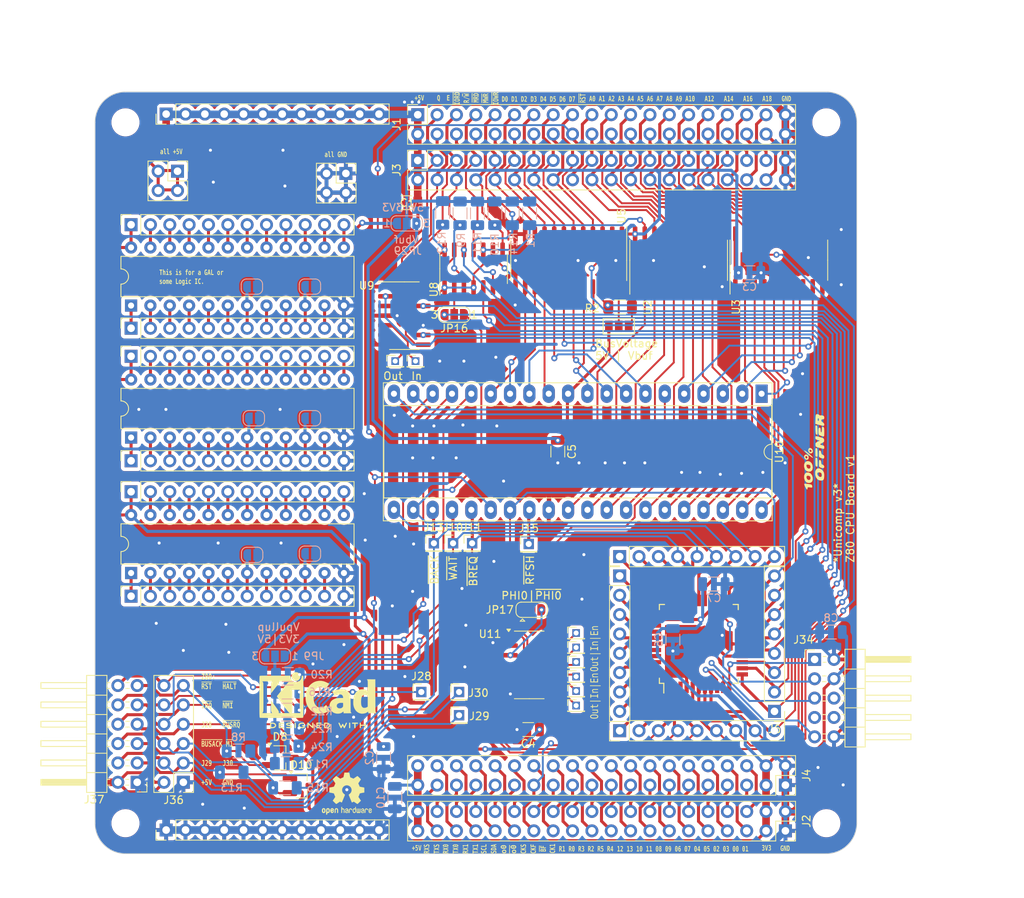
<source format=kicad_pcb>
(kicad_pcb (version 20240108) (generator "pcbnew") (generator_version "8.0")
  (layers (0 "F.Cu" signal) (31 "B.Cu" signal) (34 "B.Paste" user) (35 "F.Paste" user) (36 "B.SilkS" user "B.Silkscreen") (37 "F.SilkS" user "F.Silkscreen") (38 "B.Mask" user) (39 "F.Mask" user) (44 "Edge.Cuts" user))
  (net 0 "")
  (net 1 "/~{RST}")
  (net 2 "GND")
  (net 3 "+5V")
  (net 4 "/A15")
  (net 5 "/A14")
  (net 6 "/A13")
  (net 7 "/A12")
  (net 8 "/A11")
  (net 9 "/A10")
  (net 10 "/A9")
  (net 11 "/A8")
  (net 12 "/A7")
  (net 13 "/A6")
  (net 14 "/A5")
  (net 15 "/A4")
  (net 16 "/A3")
  (net 17 "/A2")
  (net 18 "/A1")
  (net 19 "/A0")
  (net 20 "/CD0")
  (net 21 "/CD1")
  (net 22 "/CD2")
  (net 23 "/CD3")
  (net 24 "/CD4")
  (net 25 "/CD5")
  (net 26 "/CD6")
  (net 27 "/CD7")
  (net 28 "/CA0")
  (net 29 "/CA1")
  (net 30 "/CA2")
  (net 31 "/CA3")
  (net 32 "/CA4")
  (net 33 "/CA5")
  (net 34 "/CA6")
  (net 35 "/CA7")
  (net 36 "/CA8")
  (net 37 "/CA9")
  (net 38 "/CA10")
  (net 39 "/CA11")
  (net 40 "/CA12")
  (net 41 "/CA13")
  (net 42 "/CA14")
  (net 43 "/CA15")
  (net 44 "/Bus/~{CE_EXT11}")
  (net 45 "/Bus/~{CE_EXT4}")
  (net 46 "/TDI")
  (net 47 "/TMS")
  (net 48 "/TCK")
  (net 49 "+3V3")
  (net 50 "/TDO")
  (net 51 "/CLKF")
  (net 52 "/Bus/TX1")
  (net 53 "/Bus/RES4")
  (net 54 "/Bus/SDA")
  (net 55 "/Bus/CLK1")
  (net 56 "/DDIR")
  (net 57 "/CLKS")
  (net 58 "/~{IOWR}")
  (net 59 "/~{MWR}")
  (net 60 "/~{MRD}")
  (net 61 "/R{slash}~{W}_e")
  (net 62 "/~{IORD}")
  (net 63 "+5VA")
  (net 64 "/RES1")
  (net 65 "/Bus/~{CE_EXT12}")
  (net 66 "/RES0")
  (net 67 "/Bus/SCL")
  (net 68 "/Bus/~{CE_EXT10}")
  (net 69 "/Bus/RX0")
  (net 70 "/Bus/RXSTM")
  (net 71 "/Bus/~{CE_EXT1}")
  (net 72 "/Bus/A16")
  (net 73 "/Bus/A17")
  (net 74 "/Bus/A18")
  (net 75 "/Bus/A19")
  (net 76 "/CLKCPUc")
  (net 77 "/R{slash}~{W}")
  (net 78 "/~{NMI}")
  (net 79 "/~{IRQ}")
  (net 80 "/~{HALT}")
  (net 81 "/PHI0")
  (net 82 "/~{PHI0}")
  (net 83 "/PHI0_c")
  (net 84 "/Buffers/VBuffer")
  (net 85 "Net-(J12-Pin_1)")
  (net 86 "Net-(J14-Pin_1)")
  (net 87 "Net-(J15-Pin_1)")
  (net 88 "Net-(JP8-C)")
  (net 89 "/Bus/~{CE_EXT13}")
  (net 90 "/Bus/~{CE_EXT2}")
  (net 91 "/Bus/~{CE_EXT0}")
  (net 92 "/Bus/RES3")
  (net 93 "/Bus/~{CE_EXT9}")
  (net 94 "/Bus/~{CE_EXT3}")
  (net 95 "/Bus/TX0")
  (net 96 "/Bus/RES2")
  (net 97 "/Bus/~{CE_EXT7}")
  (net 98 "/Bus/~{CE_EXT8}")
  (net 99 "/Bus/TXSTM")
  (net 100 "/Bus/~{CE_EXT5}")
  (net 101 "/Bus/RX1")
  (net 102 "/Bus/~{CE_EXT6}")
  (net 103 "/Bus/RES5")
  (net 104 "/DB1")
  (net 105 "/DB4")
  (net 106 "/DB3")
  (net 107 "/DB2")
  (net 108 "/DB0")
  (net 109 "/DB7")
  (net 110 "/DB5")
  (net 111 "/DB6")
  (net 115 "/ZZ43")
  (net 116 "/ZZ23")
  (net 117 "/ZZ27")
  (net 118 "/ZZ29")
  (net 119 "/ZZ28")
  (net 120 "/ZZ31")
  (net 121 "/ZZ22")
  (net 122 "/ZZ33")
  (net 123 "/ZZ32")
  (net 124 "/ZZ16")
  (net 125 "/ZZ21")
  (net 126 "/ZZ13")
  (net 127 "/ZZ12")
  (net 128 "/ZZ40")
  (net 129 "/ZZ41")
  (net 130 "/ZZ42")
  (net 131 "/ZZ34")
  (net 132 "/ZZ8")
  (net 133 "/ZZ5")
  (net 134 "/ZZ6")
  (net 135 "Net-(JP9-C)")
  (net 136 "/J36-8")
  (net 137 "/J36-4")
  (net 138 "/J36-6")
  (net 139 "/J36-5")
  (net 140 "/J36-3")
  (net 142 "Net-(J22-Pin_1)")
  (net 143 "Net-(J22-Pin_9)")
  (net 144 "Net-(J22-Pin_5)")
  (net 145 "Net-(J22-Pin_7)")
  (net 146 "Net-(J22-Pin_10)")
  (net 147 "Net-(J22-Pin_11)")
  (net 148 "Net-(J22-Pin_8)")
  (net 149 "Net-(J22-Pin_2)")
  (net 150 "Net-(J22-Pin_3)")
  (net 151 "Net-(J22-Pin_4)")
  (net 152 "Net-(J22-Pin_6)")
  (net 153 "Net-(J23-Pin_11)")
  (net 154 "Net-(J23-Pin_2)")
  (net 155 "Net-(J23-Pin_4)")
  (net 156 "Net-(J23-Pin_8)")
  (net 157 "Net-(J23-Pin_1)")
  (net 158 "Net-(J23-Pin_9)")
  (net 159 "Net-(J23-Pin_5)")
  (net 160 "Net-(J23-Pin_6)")
  (net 161 "Net-(J23-Pin_3)")
  (net 162 "Net-(J23-Pin_10)")
  (net 163 "Net-(J23-Pin_7)")
  (net 164 "Net-(J24-Pin_16)")
  (net 165 "Net-(J24-Pin_13)")
  (net 166 "Net-(J24-Pin_21)")
  (net 167 "Net-(J24-Pin_14)")
  (net 168 "Net-(J24-Pin_23)")
  (net 169 "Net-(J24-Pin_18)")
  (net 170 "Net-(J24-Pin_19)")
  (net 171 "Net-(J24-Pin_15)")
  (net 172 "Net-(J24-Pin_20)")
  (net 173 "Net-(J24-Pin_17)")
  (net 174 "Net-(J24-Pin_22)")
  (net 175 "Net-(J25-Pin_16)")
  (net 176 "Net-(J25-Pin_19)")
  (net 177 "Net-(J25-Pin_22)")
  (net 178 "Net-(J25-Pin_13)")
  (net 179 "Net-(J25-Pin_21)")
  (net 180 "Net-(J25-Pin_15)")
  (net 181 "Net-(J25-Pin_20)")
  (net 182 "Net-(J25-Pin_14)")
  (net 183 "Net-(J25-Pin_18)")
  (net 184 "Net-(J25-Pin_23)")
  (net 185 "Net-(J25-Pin_17)")
  (net 186 "Net-(J38-Pin_3)")
  (net 187 "Net-(J38-Pin_4)")
  (net 188 "Net-(J38-Pin_8)")
  (net 189 "Net-(J38-Pin_11)")
  (net 190 "Net-(J38-Pin_10)")
  (net 191 "Net-(J38-Pin_9)")
  (net 192 "Net-(J38-Pin_7)")
  (net 193 "Net-(J38-Pin_6)")
  (net 194 "Net-(J38-Pin_1)")
  (net 195 "Net-(J38-Pin_5)")
  (net 196 "Net-(J38-Pin_2)")
  (net 197 "Net-(J39-Pin_14)")
  (net 198 "Net-(J39-Pin_19)")
  (net 199 "Net-(J39-Pin_18)")
  (net 200 "Net-(J39-Pin_22)")
  (net 201 "Net-(J39-Pin_17)")
  (net 202 "Net-(J39-Pin_21)")
  (net 203 "Net-(J39-Pin_13)")
  (net 204 "Net-(J39-Pin_20)")
  (net 205 "Net-(J39-Pin_15)")
  (net 206 "Net-(J39-Pin_16)")
  (net 207 "Net-(J39-Pin_23)")
  (net 208 "/Buffers/R{slash}~{W}")
  (net 209 "/PH1c")
  (net 210 "/PH2")
  (net 211 "/PH2c")
  (net 212 "/PH1")
  (net 213 "/CPUCLK")
  (net 214 "/J36-11")
  (net 215 "/ZZ37")
  (net 216 "/ZZ38")
  (net 217 "/ZZ30")
  (net 218 "/ZZ44")
  (net 219 "/ZZ36")
  (net 220 "/ZZ20")
  (net 221 "/ZZ3")
  (net 222 "Net-(J9-Pin_1)")
  (net 223 "Net-(J16-Pin_1)")
  (net 224 "Net-(J17-Pin_1)")
  (net 225 "Net-(J18-Pin_1)")
  (net 226 "Net-(J19-Pin_1)")
  (net 227 "Net-(J27-Pin_1)")
  (footprint "Jumper:SolderJumper-3_P1.3mm_Open_Pad1.0x1.5mm_NumberLabels" (layer "F.Cu") (at 118.7506 80.777795)
    (property "Reference" "JP8" (hide yes))
    (property "Value" "Jumper_3_Open" (hide yes))
  )
  (footprint "Capacitor_SMD:C_1206_3216Metric" (layer "F.Cu") (at 110.75 97.225 -90)
    (property "Reference" "C5")
    (property "Value" "100n")
  )
  (footprint "Package_DIP:DIP-24_W7.62mm" (layer "F.Cu") (at 54.737 113.157 90)
    (property "Reference" "J39" (hide yes))
    (property "Value" "GAL_20x10" (hide yes))
  )
  (footprint "Connector_PinHeader_2.54mm:PinHeader_1x09_P2.54mm_Vertical" (layer "F.Cu") (at 118.872 133.858 90)
    (property "Reference" "J8" (hide yes))
    (property "Value" "Conn_01x09" (hide yes))
  )
  (footprint "Connector_PinHeader_2.54mm:PinHeader_2x06_P2.54mm_Vertical" (layer "F.Cu") (at 61.595 140.627 180)
    (property "Reference" "J36")
    (property "Value" "Spare")
  )
  (footprint "Symbol:OSHW-Logo2_7.3x6mm_SilkScreen" (layer "F.Cu") (at 83.058 142.113)
    (property "Reference" "H13" (hide yes))
    (property "Value" "Logo Open Source Hardware" (hide yes))
  )
  (footprint "Connector_PinHeader_2.00mm:PinHeader_1x01_P2.00mm_Vertical" (layer "F.Cu") (at 94.484097 109.25)
    (property "Reference" "J13")
    (property "Value" ".")
  )
  (footprint "Connector_PinSocket_2.54mm:PinSocket_2x20_P2.54mm_Vertical" (layer "F.Cu") (at 92.367 53 90)
    (property "Reference" "J1")
    (property "Value" "BUS")
  )
  (footprint "Connector_PinHeader_2.00mm:PinHeader_1x01_P2.00mm_Vertical" (layer "F.Cu") (at 92.837 128.778)
    (property "Reference" "J28")
    (property "Value" ".")
  )
  (footprint "Connector_PinHeader_1.27mm:PinHeader_1x01_P1.27mm_Vertical" (layer "F.Cu") (at 89.408 85.344)
    (property "Reference" "J14" (hide yes))
    (property "Value" "Conn_01x01" (hide yes))
  )
  (footprint "Jumper:SolderJumper-3_P1.3mm_Bridged12_RoundedPad1.0x1.5mm" (layer "F.Cu") (at 107.315 117.983)
    (property "Reference" "JP17")
    (property "Value" "Clock")
  )
  (footprint "Connector_PinHeader_2.00mm:PinHeader_1x01_P2.00mm_Vertical" (layer "F.Cu") (at 99.5 109.25)
    (property "Reference" "J11")
    (property "Value" ".")
  )
  (footprint "Package_SO:SO-20_5.3x12.6mm_P1.27mm" (layer "F.Cu") (at 139.768172 72.093718 90)
    (property "Reference" "U3")
    (property "Value" "SN74LVC245ANSR")
  )
  (footprint "Connector_PinHeader_1.27mm:PinHeader_1x01_P1.27mm_Vertical" (layer "F.Cu") (at 113.157 128.651)
    (property "Reference" "J17" (hide yes))
    (property "Value" "Conn_01x01" (hide yes))
  )
  (footprint "Connector_PinHeader_2.54mm:PinHeader_1x09_P2.54mm_Vertical" (layer "F.Cu") (at 118.872 110.998 90)
    (property "Reference" "J5" (hide yes))
    (property "Value" "Conn_01x09" (hide yes))
  )
  (footprint "Connector_PinSocket_2.54mm:PinSocket_2x20_P2.54mm_Vertical" (layer "F.Cu") (at 140.627 141 -90)
    (property "Reference" "J4")
    (property "Value" "Spare")
  )
  (footprint "Package_DIP:DIP-24_W7.62mm" (layer "F.Cu") (at 54.737 95.377 90)
    (property "Reference" "J25" (hide yes))
    (property "Value" "GAL_20x10" (hide yes))
  )
  (footprint "Capacitor_SMD:C_1206_3216Metric" (layer "F.Cu") (at 106.8688 133.7056 180)
    (property "Reference" "C4")
    (property "Value" "100n")
  )
  (footprint "Connector_PinHeader_2.00mm:PinHeader_1x01_P2.00mm_Vertical" (layer "F.Cu") (at 97.79 131.826)
    (property "Reference" "J29")
    (property "Value" ".")
  )
  (footprint "Package_DIP:DIP-24_W7.62mm" (layer "F.Cu") (at 54.732 78.049 90)
    (property "Reference" "J24" (hide yes))
    (property "Value" "GAL_20x10" (hide yes))
  )
  (footprint "Package_DIP:DIP-40_W15.24mm_Socket_LongPads" (layer "F.Cu") (at 137.5 89.625 -90)
    (property "Reference" "U10")
    (property "Value" "Z80CPU")
  )
  (footprint "Connector_PinHeader_2.54mm:PinHeader_2x06_P2.54mm_Horizontal" (layer "F.Cu") (at 55.54 140.627 180)
    (property "Reference" "J37")
    (property "Value" "Outside")
  )
  (footprint "Connector_PinHeader_2.00mm:PinHeader_1x01_P2.00mm_Vertical" (layer "F.Cu") (at 106.934 109.347)
    (property "Reference" "J15")
    (property "Value" ".")
  )
  (footprint "Connector_PinSocket_2.54mm:PinSocket_1x12_P2.54mm_Vertical" (layer "F.Cu") (at 54.737 102.489 90)
    (property "Reference" "J40" (hide yes))
    (property "Value" "Conn_01x12" (hide yes))
  )
  (footprint "Connector_PinSocket_2.54mm:PinSocket_1x12_P2.54mm_Vertical" (layer "F.Cu") (at 54.737 98.425 90)
    (property "Reference" "J23" (hide yes))
    (property "Value" "Conn_01x12" (hide yes))
  )
  (footprint "Connector_PinSocket_2.54mm:PinSocket_2x02_P2.54mm_Vertical" (layer "F.Cu") (at 60.833 60.414)
    (property "Reference" "J41" (hide yes))
    (property "Value" "Conn_02x02_Odd_Even" (hide yes))
  )
  (footprint "Connector_PinHeader_2.54mm:PinHeader_1x12_P2.54mm_Vertical" (layer "F.Cu") (at 59.34 146.893995 90)
    (property "Reference" "J20" (hide yes))
    (property "Value" "Conn_01x12" (hide yes))
  )
  (footprint "Package_SO:SOIC-14_3.9x8.7mm_P1.27mm" (layer "F.Cu") (at 106.999 125.222)
    (property "Reference" "U11")
    (property "Value" "SN74LVC125AD")
  )
  (footprint "Connector_PinHeader_1.27mm:PinHeader_1x01_P1.27mm_Vertical" (layer "F.Cu") (at 113.157 126.746)
    (property "Reference" "J27" (hide yes))
    (property "Value" "Conn_01x01" (hide yes))
  )
  (footprint "Connector_PinHeader_1.27mm:PinHeader_1x01_P1.27mm_Vertical" (layer "F.Cu") (at 113.157 124.841)
    (property "Reference" "J16" (hide yes))
    (property "Value" "Conn_01x01" (hide yes))
  )
  (footprint "my_own:Logo_100ProzentOffner_10x2.7mm" (layer "F.Cu") (at 144.399 97.282 90)
    (property "Reference" "H8" (hide yes))
    (property "Value" "Logo 100%" (hide yes))
  )
  (footprint "Symbol:KiCad-Logo2_6mm_SilkScreen" (layer "F.Cu") (at 79.248 129.159)
    (property "Reference" "H12" (hide yes))
    (property "Value" "Logo kicad" (hide yes))
  )
  (footprint "Connector_PinSocket_2.54mm:PinSocket_2x20_P2.54mm_Vertical" (layer "F.Cu") (at 140.627 147 -90)
    (property "Reference" "J2")
    (property "Value" "BUS")
  )
  (footprint "Connector_PinHeader_2.54mm:PinHeader_1x08_P2.54mm_Vertical" (layer "F.Cu") (at 139.192 131.318 180)
    (property "Reference" "J6")
    (property "Value" "Conn_01x08" (hide yes))
  )
  (footprint "Connector_PinSocket_2.54mm:PinSocket_1x12_P2.54mm_Vertical" (layer "F.Cu") (at 54.737 67.437 90)
    (property "Reference" "J26" (hide yes))
    (property "Value" "Conn_01x12" (hide yes))
  )
  (footprint "Package_SO:SO-20_5.3x12.6mm_P1.27mm" (layer "F.Cu") (at 126.610972 72.109918 90)
    (property "Reference" "U2")
    (property "Value" "SN74LVC245ANSR")
  )
  (footprint "MountingHole:MountingHole_3.2mm_M3" (layer "F.Cu") (at 146 54)
    (property "Reference" "H3" (hide yes))
    (property "Value" "M3" (hide yes))
  )
  (footprint "Connector_PinSocket_2.54mm:PinSocket_1x12_P2.54mm_Vertical" (layer "F.Cu") (at 54.737 116.205 90)
    (property "Reference" "J38" (hide yes))
    (property "Value" "Conn_01x12" (hide yes))
  )
  (footprint "Connector_PinHeader_1.27mm:PinHeader_1x01_P1.27mm_Vertical" (layer "F.Cu") (at 113.157 130.556)
    (property "Reference" "J18" (hide yes))
    (property "Value" "Conn_01x01" (hide yes))
  )
  (footprint "Package_SO:SOIC-14_3.9x8.7mm_P1.27mm" (layer "F.Cu") (at 90.613 79.375)
    (property "Reference" "U9")
    (property "Value" "SN74LVC125AD" (hide yes))
  )
  (footprint "Connector_PinHeader_1.27mm:PinHeader_1x01_P1.27mm_Vertical" (layer "F.Cu") (at 92.075 85.344)
    (property "Reference" "J12" (hide yes))
    (property "Value" "Conn_01x01" (hide yes))
  )
  (footprint "Jumper:SolderJumper-3_P1.3mm_Open_RoundedPad1.0x1.5mm_NumberLabels" (layer "F.Cu") (at 97.155 79.248 180)
    (property "Reference" "JP16")
    (property "Value" "Write" (hide yes))
  )
  (footprint "Connector_PinHeader_2.54mm:PinHeader_1x08_P2.54mm_Vertical" (layer "F.Cu") (at 118.872 113.538)
    (property "Reference" "J7" (hide yes))
    (property "Value" "Conn_01x08" (hide yes))
  )
  (footprint "Package_TO_SOT_SMD:SOT-23_Handsoldering" (layer "F.Cu") (at 74.295 137.414)
    (property "Reference" "D8")
    (property "Value" "BAV70T" (hide yes))
  )
  (footprint "Connector_PinHeader_2.00mm:PinHeader_1x01_P2.00mm_Vertical" (layer "F.Cu") (at 97 109.25)
    (property "Reference" "J10")
    (property "Value" ".")
  )
  (footprint "Connector_PinSocket_2.54mm:PinSocket_2x20_P2.54mm_Vertical" (layer "F.Cu") (at 92.367 59 90)
    (property "Reference" "J3")
    (property "Value" "Spare")
  )
  (footprint "Connector_PinSocket_2.54mm:PinSocket_1x12_P2.54mm_Vertical" (layer "F.Cu") (at 54.737 81.026 90)
    (property "Reference" "J22" (hide yes))
    (property "Value" "Conn_01x12" (hide yes))
  )
  (footprint "Package_TO_SOT_SMD:SOT-23_Handsoldering" (layer "F.Cu") (at 77.089 141.097)
    (property "Reference" "D10")
    (property "Value" "BAV70T")
  )
  (footprint "Connector_PinHeader_1.27mm:PinHeader_1x01_P1.27mm_Vertical" (layer "F.Cu") (at 113.157 121.031)
    (property "Reference" "J19" (hide yes))
    (property "Value" "Conn_01x01" (hide yes))
  )
  (footprint "Package_SO:SOIC-14_3.9x8.7mm_P1.27mm" (layer "F.Cu") (at 99.695 73.214 90)
    (property "Reference" "U8")
    (property "Value" "SN74LVC125AD" (hide yes))
  )
  (footprint "Connector_PinHeader_2.00mm:PinHeader_1x01_P2.00mm_Vertical" (layer "F.Cu") (at 97.79 128.778)
    (property "Reference" "J30")
    (property "Value" ".")
  )
  (footprint "Resistor_SMD:R_1206_3216Metric_Pad1.30x1.75mm_HandSolder" (layer "F.Cu") (at 118.9278 78.237795 180)
    (property "Reference" "R2")
    (property "Value" "10k")
  )
  (footprint "MountingHole:MountingHole_3.2mm_M3" (layer "F.Cu") (at 54 54)
    (property "Reference" "H1" (hide yes))
    (property "Value" "M3" (hide yes))
  )
  (footprint "Package_QFP:TQFP-44_10x10mm_P0.8mm" (layer "F.Cu") (at 129.261 122.4638 90)
    (property "Reference" "U1" (hide yes))
    (property "Value" "XC9572VQ44" (hide yes))
  )
  (footprint "Connector_PinSocket_2.54mm:PinSocket_2x02_P2.54mm_Vertical" (layer "F.Cu") (at 82.931 60.706)
    (property "Reference" "J42" (hide yes))
    (property "Value" "Conn_02x02_Odd_Even" (hide yes))
  )
  (footprint "MountingHole:MountingHole_3.2mm_M3" (layer "F.Cu") (at 54 146)
    (property "Reference" "H2" (hide yes))
    (property "Value" "M3" (hide yes))
  )
  (footprint "Capacitor_SMD:C_1206_3216Metric" (layer "F.Cu") (at 90.8886 64.547195 180)
    (property "Reference" "C1")
    (property "Value" "100n")
  )
  (footprint "Connector_PinSocket_2.54mm:PinSocket_1x12_P2.54mm_Vertical" (layer "F.Cu") (at 54.737 84.709 90)
    (property "Reference" "J35" (hide yes))
    (property "Value" "Conn_01x12" (hide yes))
  )
  (footprint "Connector_PinHeader_2.54mm:PinHeader_2x05_P2.54mm_Horizontal" (layer "F.Cu") (at 144.46 124.5)
    (property "Reference" "J34")
    (property "Value" "JTAG")
  )
  (footprint "Connector_PinHeader_2.54mm:PinHeader_1x12_P2.54mm_Vertical" (layer "F.Cu") (at 59.34 52.913995 90)
    (property "Reference" "J21" (hide yes))
    (property "Value" "Conn_01x12" (hide yes))
  )
  (footprint "Package_SO:SO-24_5.3x15mm_P1.27mm" (layer "F.Cu") (at 112.183772 72.126118 -90)
    (property "Reference" "U5")
    (property "Value" "SN74LVCC3245ANSR" (hide yes))
  )
  (footprint "Connector_PinHeader_1.27mm:PinHeader_1x01_P1.27mm_Vertical" (layer "F.Cu") (at 113.157 122.936)
    (property "Reference" "J9" (hide yes))
    (property "Value" "Conn_01x01" (hide yes))
  )
  (footprint "MountingHole:MountingHole_3.2mm_M3" (layer "F.Cu") (at 146 146)
    (property "Reference" "H4" (hide yes))
    (property "Value" "M3" (hide yes))
  )
  (footprint "Jumper:SolderJumper-3_P1.3mm_Open_RoundedPad1.0x1.5mm_NumberLabels" (layer "B.Cu") (at 90.9168 67.264995)
    (property "Reference" "JP29")
    (property "Value" "Vcc")
  )
  (footprint "Resistor_SMD:R_1206_3216Metric_Pad1.30x1.75mm_HandSolder" (layer "B.Cu") (at 100.205096 65.948624 -90)
    (property "Reference" "R11")
    (property "Value" "10k")
  )
  (footprint "Capacitor_SMD:C_1206_3216Metric" (layer "B.Cu") (at 89.3572 142.6446 -90)
    (property "Reference" "C10")
    (property "Value" "100n")
  )
  (footprint "Jumper:SolderJumper-2_P1.3mm_Open_RoundedPad1.0x1.5mm" (layer "B.Cu") (at 78.217 92.837 180)
    (property "Reference" "JP13" (hide yes))
    (property "Value" "GND")
  )
  (footprint "Capacitor_SMD:C_1206_3216Metric" (layer "B.Cu") (at 87.884 137.414 -90)
    (property "Reference" "C2")
    (property "Value" "100n")
  )
  (footprint "Resistor_SMD:R_1206_3216Metric_Pad1.30x1.75mm_HandSolder" (layer "B.Cu") (at 95.631 65.887 -90)
    (property "Reference" "R12")
    (property "Value" "10k")
  )
  (footprint "Resistor_SMD:R_1206_3216Metric_Pad1.30x1.75mm_HandSolder" (layer "B.Cu") (at 104.772047 65.947807 -90)
    (property "Reference" "R14")
    (property "Value" "10k")
  )
  (footprint "Resistor_SMD:R_1206_3216Metric_Pad1.30x1.75mm_HandSolder" (layer "B.Cu") (at 67.945 139.319 180)
    (property "Reference" "R13")
    (property "Value" "1k")
  )
  (footprint "Jumper:SolderJumper-3_P1.3mm_Open_RoundedPad1.0x1.5mm_NumberLabels" (layer "B.Cu") (at 73.63 124.079 180)
    (property "Reference" "JP9")
    (property "Value" "Vcc")
  )
  (footprint "Jumper:SolderJumper-2_P1.3mm_Open_RoundedPad1.0x1.5mm" (layer "B.Cu") (at 70.851 92.837 180)
    (property "Reference" "JP12" (hide yes))
    (property "Value" "GND")
  )
  (footprint "Resistor_SMD:R_1206_3216Metric_Pad1.30x1.75mm_HandSolder" (layer "B.Cu") (at 75.311 126.492)
    (property "Reference" "R20")
    (property "Value" "1k")
  )
  (footprint "Resistor_SMD:R_1206_3216Metric_Pad1.30x1.75mm_HandSolder" (layer "B.Cu") (at 75.2596 131.1656)
    (property "Reference" "R22")
    (property "Value" "1k")
  )
  (footprint "Resistor_SMD:R_1206_3216Metric_Pad1.30x1.75mm_HandSolder" (layer "B.Cu") (at 75.158 135.89)
    (property "Reference" "R24")
    (property "Value" "1k")
  )
  (footprint "Resistor_SMD:R_1206_3216Metric_Pad1.30x1.75mm_HandSolder" (layer "B.Cu") (at 75.2348 133.5024)
    (property "Reference" "R21")
    (property "Value" "1k")
  )
  (footprint "Resistor_SMD:R_1206_3216Metric_Pad1.30x1.75mm_HandSolder" (layer "B.Cu") (at 107.051536 65.947807 -90)
    (property "Reference" "R1")
    (property "Value" "10k")
  )
  (footprint "Resistor_SMD:R_1206_3216Metric_Pad1.30x1.75mm_HandSolder" (layer "B.Cu") (at 75.285 128.778)
    (property "Reference" "R16")
    (property "Value" "1k")
  )
  (footprint "Capacitor_SMD:C_1206_3216Metric" (layer "B.Cu") (at 131.24 114.6048)
    (property "Reference" "C7")
    (property "Value" "100n")
  )
  (footprint "Resistor_SMD:R_1206_3216Metric_Pad1.30x1.75mm_HandSolder" (layer "B.Cu") (at 74.93 141.351 180)
    (property "Reference" "R15")
    (property "Value" "1k")
  )
  (footprint "Resistor_SMD:R_1206_3216Metric_Pad1.30x1.75mm_HandSolder" (layer "B.Cu") (at 75.158 138.176)
    (property "Reference" "R17")
    (property "Value" "1k")
  )
  (footprint "Capacitor_SMD:C_1206_3216Metric" (layer "B.Cu") (at 146.6088 120.904 180)
    (property "Reference" "C8")
    (property "Value" "100n")
  )
  (footprint "Jumper:SolderJumper-2_P1.3mm_Open_RoundedPad1.0x1.5mm" (layer "B.Cu") (at 78.217 110.617 180)
    (property "Reference" "JP15" (hide yes))
    (property "Value" "GND")
  )
  (footprint "Capacitor_SMD:C_1206_3216Metric" (layer "B.Cu") (at 135.921 73.741995)
    (property "Reference" "C3")
    (property "Value" "100n")
  )
  (footprint "Resistor_SMD:R_1206_3216Metric_Pad1.30x1.75mm_HandSolder" (layer "B.Cu") (at 68.834 136.525 180)
    (property "Reference" "R8")
    (property "Value" "1k")
  )
  (footprint "Resistor_SMD:R_1206_3216Metric_Pad1.30x1.75mm_HandSolder" (layer "B.Cu") (at 102.489 65.939 -90)
    (property "Reference" "R10")
    (property "Value" "10k")
  )
  (footprint "Jumper:SolderJumper-2_P1.3mm_Open_RoundedPad1.0x1.5mm" (layer "B.Cu") (at 70.627 110.777 180)
    (property "Reference" "JP14" (hide yes))
    (property "Value" "GND")
  )
  (footprint "Resistor_SMD:R_1206_3216Metric_Pad1.30x1.75mm_HandSolder" (layer "B.Cu") (at 97.917 65.939 -90)
    (property "Reference" "R9")
    (property "Value" "10k" (hide yes))
  )
  (footprint "Jumper:SolderJumper-2_P1.3mm_Open_RoundedPad1.0x1.5mm" (layer "B.Cu") (at 78.217 75.565 180)
    (property "Reference" "JP11" (hide yes))
    (property "Value" "GND")
  )
  (footprint "Capacitor_SMD:C_1206_3216Metric" (layer "B.Cu") (at 125.857 121.9218 -90)
    (property "Reference" "C6")
    (property "Value" "100n")
  )
  (footprint "Jumper:SolderJumper-2_P1.3mm_Open_RoundedPad1.0x1.5mm" (layer "B.Cu") (at 70.597 75.565 180)
    (property "Reference" "JP10" (hide yes))
    (property "Value" "GND")
  )
  (gr_line (start 50 54) (end 50 146) (stroke (width 0.1)) (layer "Edge.Cuts"))
  (gr_arc (start 50 54) (mid 51.171571 51.17157) (end 54 50) (stroke (width 0.1)) (layer "Edge.Cuts"))
  (gr_arc (start 146 50) (mid 148.828425 51.171573) (end 150 54) (stroke (width 0.1)) (layer "Edge.Cuts"))
  (gr_arc (start 150 146) (mid 148.828425 148.828424) (end 146 150) (stroke (width 0.1)) (layer "Edge.Cuts"))
  (gr_line (start 150 146) (end 150 54) (stroke (width 0.1)) (layer "Edge.Cuts"))
  (gr_line (start 146 50) (end 54 50) (stroke (width 0.1)) (layer "Edge.Cuts"))
  (gr_arc (start 54 150) (mid 51.171571 148.828427) (end 50 146) (stroke (width 0.1)) (layer "Edge.Cuts"))
  (gr_line (start 146 150) (end 54 150) (stroke (width 0.1)) (layer "Edge.Cuts"))
  (gr_text "5V|3V3" (at 93.2998 65.766395 0) (layer "B.SilkS") (effects (font (size 1 1)) (justify left bottom mirror)))
  (gr_text "Vpullup\n3V3|5V" (at 76.962 122.428 0) (layer "B.SilkS") (effects (font (size 1 1)) (justify left bottom mirror)))
  (gr_text "Vbuf" (at 92.583 69.977 0) (layer "B.SilkS") (effects (font (size 1 1)) (justify left bottom mirror)))
  (gr_text "A0 A1 A2 A3 A4 A5 A6 A7 A8 A9 A10   A12   A14   A16   A18   GND\n" (at 114.8588 51.3588 0) (layer "F.SilkS") (effects (font (size 0.7 0.5) (thickness 0.1) (bold yes)) (justify left bottom)))
  (gr_text "TXS" (at 95.2984 150.0016 90) (layer "F.SilkS") (effects (font (size 0.7 0.5) (thickness 0.1) (bold yes)) (justify left bottom)))
  (gr_text "D0 D1 D2 D3 D4 D5 D6 D7" (at 103.378 51.4096 0) (layer "F.SilkS") (effects (font (size 0.7 0.5) (thickness 0.1) (bold yes)) (justify left bottom)))
  (gr_text "~{WAIT}" (at 97.583 114.25 90) (layer "F.SilkS") (effects (font (size 1 1)) (justify left bottom)))
  (gr_text "+5V    Q  E" (at 91.948 51.2572 0) (layer "F.SilkS") (effects (font (size 0.7 0.5) (thickness 0.1) (bold yes)) (justify left bottom)))
  (gr_text "RXS" (at 93.9984 150.0016 90) (layer "F.SilkS") (effects (font (size 0.7 0.5) (thickness 0.1) (bold yes)) (justify left bottom)))
  (gr_text "~{BREQ}" (at 100.25 115 90) (layer "F.SilkS") (effects (font (size 1 1)) (justify left bottom)))
  (gr_text "BusVoltage\n5V | Vbuf" (at 115.57 85.217 0) (layer "F.SilkS") (effects (font (size 1 1)) (justify left bottom)))
  (gr_text "all GND\n" (at 80.137 58.674 0) (layer "F.SilkS") (effects (font (size 0.7 0.5) (thickness 0.1) (bold yes)) (justify left bottom)))
  (gr_text "~{MRD}\n" (at 100.4824 51.4096 90) (layer "F.SilkS") (effects (font (size 0.7 0.5) (thickness 0.1) (bold yes)) (justify left bottom)))
  (gr_text "In\n" (at 91.44 87.884 0) (layer "F.SilkS") (effects (font (size 1 1)) (justify left bottom)))
  (gr_text "~{RFSH}" (at 107.696 114.808 90) (layer "F.SilkS") (effects (font (size 1 1)) (justify left bottom)))
  (gr_text "~{MWR}" (at 101.7524 51.4604 90) (layer "F.SilkS") (effects (font (size 0.7 0.5) (thickness 0.1) (bold yes)) (justify left bottom)))
  (gr_text "R/~{W}" (at 99.2124 51.4604 90) (layer "F.SilkS") (effects (font (size 0.7 0.5) (thickness 0.1) (bold yes)) (justify left bottom)))
  (gr_text "+5V" (at 91.5924 149.7076 0) (layer "F.SilkS") (effects (font (size 0.7 0.5) (thickness 0.1) (bold yes)) (justify left bottom)))
  (gr_text "*Unicomp v3*\nZ80 CPU Board v1" (at 148.336 111.887 90) (layer "F.SilkS") (effects (font (size 1 1)) (justify left)))
  (gr_text "~{BF}" (at 109.31014 149.760066 90) (layer "F.SilkS") (effects (font (size 0.7 0.5) (thickness 0.1) (bold yes)) (justify left bottom)))
  (gr_text "R1 R0 R3 R2 R5 R4" (at 110.8964 149.8346 0) (layer "F.SilkS") (effects (font (size 0.7 0.5) (thickness 0.1) (bold yes)) (justify left bottom)))
  (gr_text "12 13 10 11 08 09 06 07 04 05 02 03 00 01" (at 118.5164 149.8346 0) (layer "F.SilkS") (effects (font (size 0.7 0.5) (thickness 0.1) (bold yes)) (justify left bottom)))
  (gr_text "~{IOWR}" (at 103.0732 51.7144 90) (layer "F.SilkS") (effects (font (size 0.7 0.5) (thickness 0.1) (bold yes)) (justify left bottom)))
  (gr_text "RX0" (at 96.4984 150.0016 90) (layer "F.SilkS") (effects (font (size 0.7 0.5) (thickness 0.1) (bold yes)) (justify left bottom)))
  (gr_text "~{BACK}" (at 95.17 114.75 90) (layer "F.SilkS") (effects (font (size 1 1)) (justify left bottom)))
  (gr_text "o0" (at 104.0984 150.0016 90) (layer "F.SilkS") (effects (font (size 0.7 0.7) (thickness 0.1) (bold yes)) (justify left bottom)))
  (gr_text "all +5V\n" (at 58.547 58.293 0) (layer "F.SilkS") (effects (font (size 0.7 0.5) (thickness 0.1) (bold yes)) (justify left bottom)))
  (gr_text "RX1" (at 99.0984 150.0016 90) (layer "F.SilkS") (effects (font (size 0.7 0.5) (thickness 0.1) (bold yes)) (justify left bottom)))
  (gr_text "CKF" (at 107.9984 150.0016 90) (layer "F.SilkS") (effects (font (size 0.7 0.5) (thickness 0.1) (bold yes)) (justify left bottom)))
  (gr_text "PHI0|~{PHI0}" (at 103.251 116.713 0) (layer "F.SilkS") (effects (font (size 1 1)) (justify left bottom)))
  (gr_text "CK1" (at 110.5154 149.9616 90) (layer "F.SilkS") (effects (font (size 0.7 0.5) (thickness 0.1) (bold yes)) (justify left bottom)))
  (gr_text "3V3" (at 137.5156 149.7076 0) (layer "F.SilkS") (effects (font (size 0.7 0.5) (thickness 0.1) (bold yes)) (justify left bottom)))
  (gr_text "Out" (at 87.757 87.884 0) (layer "F.SilkS") (effects (font (size 1 1)) (justify left bottom)))
  (gr_text "SCL" (at 101.4984 150.0016 90) (layer "F.SilkS") (effects (font (size 0.7 0.5) (thickness 0.1) (bold yes)) (justify left bottom)))
  (gr_text "Z80:\n~{RST}   ~{HALT}\n\n~{IRQ}   ~{NMI}\n\nJ28   ~{BUSRQ}\n\n~{BUSACK} ~{M1}\n\nJ29   J30\n\n+5V   GND" (at 63.9572 141.1224 0) (layer "F.SilkS") (effects (font (size 0.75 0.55) (thickness 0.1) (bold yes)) (justify left bottom)))
  (gr_text "CKS" (at 106.6984 150.0016 90) (layer "F.SilkS") (effects (font (size 0.7 0.5) (thickness 0.1) (bold yes)) (justify left bottom)))
  (gr_text "TX1" (at 100.3984 150.0016 90) (layer "F.SilkS") (effects (font (size 0.7 0.5) (thickness 0.1) (bold yes)) (justify left bottom)))
  (gr_text "Out|In|En\n" (at 116.205 132.334 90) (layer "F.SilkS") (effects (font (size 1 0.8)) (justify left bottom)))
  (gr_text "~{RST}" (at 114.5032 51.4604 90) (layer "F.SilkS") (effects (font (size 0.7 0.5) (thickness 0.1) (bold yes)) (justify left bottom)))
  (gr_text "Out|In|En\n" (at 116.205 126.111 90) (layer "F.SilkS") (effects (font (size 1 0.8)) (justify left bottom)))
  (gr_text "GND" (at 139.954 149.7584 0) (layer "F.SilkS") (effects (font (size 0.7 0.5) (thickness 0.1) (bold yes)) (justify left bottom)))
  (gr_text "SDA" (at 102.7984 150.0016 90) (layer "F.SilkS") (effects (font (size 0.7 0.5) (thickness 0.1) (bold yes)) (justify left bottom)))
  (gr_text "~{o0}" (at 105.3984 150.0016 90) (layer "F.SilkS") (effects (font (size 0.7 0.7) (thickness 0.1) (bold yes)) (justify left bottom)))
  (gr_text "TX0" (at 97.7984 150.0016 90) (layer "F.SilkS") (effects (font (size 0.7 0.5) (thickness 0.1) (bold yes)) (justify left bottom)))
  (gr_text "~{IORD}" (at 97.9932 51.7144 90) (layer "F.SilkS") (effects (font (size 0.7 0.5) (thickness 0.1) (bold yes)) (justify left bottom)))
  (gr_text "This is for a GAL or\nsome Logic IC." (at 58.44 75.332 0) (layer "F.SilkS") (effects (font (size 0.7 0.5) (thickness 0.1) (bold yes)) (justify left bottom)))
  (segment (start 60.363 126.619) (end 59.055 127.927) (width 0.25) (layer "F.Cu") (net 1))
  (segment (start 112.687 61.54) (end 112.687 60.807767) (width 0.4) (layer "F.Cu") (net 1))
  (segment (start 86.741 116.967) (end 86.614 117.094) (width 0.25) (layer "F.Cu") (net 1))
  (segment (start 84.696 71.814984) (end 84.696 98.539002) (width 0.25) (layer "F.Cu") (net 1))
  (segment (start 87.122 69.388984) (end 84.696 71.814984) (width 0.25) (layer "F.Cu") (net 1))
  (segment (start 113.977 57.4366) (end 112.687 56.1466) (width 0.4) (layer "F.Cu") (net 1))
  (segment (start 54.25 126.677) (end 57.805 126.677) (width 0.4) (layer "F.Cu") (net 1))
  (segment (start 84.696 98.539002) (end 86.741 100.584002) (width 0.25) (layer "F.Cu") (net 1))
  (segment (start 76.861 126.492) (end 76.734 126.619) (width 0.25) (layer "F.Cu") (net 1))
  (segment (start 57.805 126.677) (end 59.055 127.927) (width 0.4) (layer "F.Cu") (net 1))
  (segment (start 53 127.927) (end 54.25 126.677) (width 0.4) (layer "F.Cu") (net 1))
  (segment (start 86.741 100.584002) (end 86.741 116.967) (width 0.25) (layer "F.Cu") (net 1))
  (segment (start 87.122 60.071) (end 87.122 69.388984) (width 0.25) (layer "F.Cu") (net 1))
  (segment (start 113.977 59.517767) (end 113.977 57.4366) (width 0.4) (layer "F.Cu") (net 1))
  (segment (start 112.687 60.807767) (end 113.977 59.517767) (width 0.4) (layer "F.Cu") (net 1))
  (segment (start 76.734 126.619) (end 60.363 126.619) (width 0.25) (layer "F.Cu") (net 1))
  (via (at 86.741 100.584002) (size 0.8) (drill 0.4) (layers "F.Cu" "B.Cu") (net 1))
  (via (at 86.614 117.094) (size 0.8) (drill 0.4) (layers "F.Cu" "B.Cu") (net 1))
  (via (at 76.861 126.492) (size 0.8) (drill 0.4) (layers "F.Cu" "B.Cu") (net 1))
  (via (at 87.122 60.071) (size 0.8) (drill 0.4) (layers "F.Cu" "B.Cu") (net 1))
  (segment (start 86.614 120.904) (end 86.614 117.094) (width 0.25) (layer "B.Cu") (net 1))
  (segment (start 98.059002 100.584002) (end 86.741 100.584002) (width 0.25) (layer "B.Cu") (net 1))
  (segment (start 112.687 55.54) (end 111.512 54.365) (width 0.25) (layer "B.Cu") (net 1))
  (segment (start 101.94 104.465) (end 98.059002 100.584002) (width 0.25) (layer "B.Cu") (net 1))
  (segment (start 90.288 54.365) (end 87.122 57.531) (width 0.25) (layer "B.Cu") (net 1))
  (segment (start 111.512 54.365) (end 90.288 54.365) (width 0.25) (layer "B.Cu") (net 1))
  (segment (start 87.122 57.531) (end 87.122 60.071) (width 0.25) (layer "B.Cu") (net 1))
  (segment (start 81.026 126.492) (end 86.614 120.904) (width 0.25) (layer "B.Cu") (net 1))
  (segment (start 76.861 126.492) (end 81.026 126.492) (width 0.25) (layer "B.Cu") (net 1))
  (segment (start 127.661 128.1638) (end 127.661 125.200792) (width 0.4) (layer "F.Cu") (net 2))
  (segment (start 89.3882 52.2422) (end 90.291205 51.339195) (width 1) (layer "F.Cu") (net 2))
  (segment (start 104.524 129.032) (end 105.3938 129.9018) (width 0.4) (layer "F.Cu") (net 2))
  (segment (start 103.505 75.689) (end 105.09839 75.689) (width 0.25) (layer "F.Cu") (net 2))
  (segment (start 88.138 75.565) (end 88.138 65.659) (width 0.4) (layer "F.Cu") (net 2))
  (segment (start 109.685 99.765) (end 110.75 98.7) (width 0.4) (layer "F.Cu") (net 2))
  (segment (start 86.614 79.375) (end 88.138 79.375) (width 0.25) (layer "F.Cu") (net 2))
  (segment (start 89.3882 56.261) (end 89.3882 52.2422) (width 1) (layer "F.Cu") (net 2))
  (segment (start 87.163001 83.185) (end 86.106 82.127999) (width 0.25) (layer "F.Cu") (net 2))
  (segment (start 139.002195 51.339195) (end 140.62 52.957) (width 1) (layer "F.Cu") (net 2))
  (segment (start 90.291205 51.339195) (end 92.5068 51.339195) (width 1) (layer "F.Cu") (net 2))
  (segment (start 134.961 122.4638) (end 133.462 122.4638) (width 0.4) (layer "F.Cu") (net 2))
  (segment (start 86.106 76.073) (end 86.106 78.867) (width 0.25) (layer "F.Cu") (net 2))
  (segment (start 82.677 78.105) (end 82.677 81.153) (width 0.4) (layer "F.Cu") (net 2))
  (segment (start 140.62 61.497) (end 146.183172 67.060172) (width 0.4) (layer "F.Cu") (net 2))
  (segment (start 89.3882 64.496395) (end 89.3882 56.261) (width 1) (layer "F.Cu") (net 2))
  (segment (start 86.106 82.127999) (end 86.106 78.867) (width 0.25) (layer "F.Cu") (net 2))
  (segment (start 105.198772 75.588618) (end 105.198772 72.136) (width 0.4) (layer "F.Cu") (net 2))
  (segment (start 149.5 63.317995) (end 141.679005 55.497) (width 1) (layer "F.Cu") (net 2))
  (segment (start 103.124 121.412) (end 102.235 122.301) (width 0.25) (layer "F.Cu") (net 2))
  (segment (start 89.3882 56.261) (end 84.9432 60.706) (width 0.4) (layer "F.Cu") (net 2))
  (segment (start 140.627 53) (end 140.627 61.54) (width 1) (layer "F.Cu") (net 2))
  (segment (start 86.614 75.565) (end 86.106 76.073) (width 0.25) (layer "F.Cu") (net 2))
  (segment (start 140.627 138.46) (end 140.627 147) (width 1) (layer "F.Cu") (net 2))
  (segment (start 88.138 65.659) (end 89.249805 64.547195) (width 0.4) (layer "F.Cu") (net 2))
  (segment (start 82.677 95.377) (end 82.677 98.425) (width 0.4) (layer "F.Cu") (net 2))
  (segment (start 131.661 116.7638) (end 131.661 120.6628) (width 0.4) (layer "F.Cu") (net 2))
  (segment (start 145.025972 73.743618) (end 137.433176 73.743618) (width 0.4) (layer "F.Cu") (net 2))
  (segment (start 146.183172 72.586418) (end 145.025972 73.743618) (width 0.4) (layer "F.Cu") (net 2))
  (segment (start 105.791 125.222) (end 104.524 125.222) (width 0.25) (layer "F.Cu") (net 2))
  (segment (start 149.5 122) (end 149.5 121.7168) (width 0.4) (layer "F.Cu") (net 2))
  (segment (start 105.3938 129.9018) (end 105.3938 133.7056) (width 0.4) (layer "F.Cu") (net 2))
  (segment (start 141.679005 55.497) (end 140.62 55.497) (width 1) (layer "F.Cu") (net 2))
  (segment (start 88.138 75.565) (end 86.614 75.565) (width 0.25) (layer "F.Cu") (net 2))
  (segment (start 149.5 136.743995) (end 149.5 131.9784) (width 1) (layer "F.Cu") (net 2))
  (segment (start 86.106 78.867) (end 86.614 79.375) (width 0.25) (layer "F.Cu") (net 2))
  (segment (start 131.661 120.6628) (end 132.334 121.3358) (width 0.4) (layer "F.Cu") (net 2))
  (segment (start 106.468772 68.663618) (end 105.198772 68.663618) (width 0.25) (layer "F.Cu") (net 2))
  (segment (start 105.198772 68.663618) (end 105.198772 75.588618) (width 0.4) (layer "F.Cu") (net 2))
  (segment (start 145.483172 75.556218) (end 145.483172 74.200818) (width 0.4) (layer "F.Cu") (net 2))
  (segment (start 126.404008 123.9438) (end 125.857 123.396792) (width 0.4) (layer "F.Cu") (net 2))
  (segment (start 127.661 125.200792) (end 125.857 123.396792) (width 0.4) (layer "F.Cu") (net 2))
  (segment (start 147 124.5) (end 149.5 122) (width 0.4) (layer "F.Cu") (net 2))
  (segment (start 141.740995 144.503) (end 149.5 136.743995) (width 1) (layer "F.Cu") (net 2))
  (segment (start 105.918 121.412) (end 106.299 121.793) (width 0.25) (layer "F.Cu") (net 2))
  (segment (start 146.183172 67.060172) (end 146.183172 72.586418) (width 0.4) (layer "F.Cu") (net 2))
  (segment (start 82.677 116.205) (end 82.677 113.157) (width 0.4) (layer "F.Cu") (net 2))
  (segment (start 149.5 98.552) (end 149.352 98.7) (width 0.4) (layer "F.Cu") (net 2))
  (segment (start 84.9432 60.706) (end 82.931 60.706) (width 0.4) (layer "F.Cu") (net 2))
  (segment (start 149.352 98.7) (end 140.589 98.7) (width 0.4) (layer "F.Cu") (net 2))
  (segment (start 104.524 121.412) (end 103.124 121.412) (width 0.25) (layer "F.Cu") (net 2))
  (segment (start 147 134.66) (end 149.5 132.16) (width 0.4) (layer "F.Cu") (net 2))
  (segment (start 104.524 121.412) (end 105.918 121.412) (width 0.25) (layer "F.Cu") (net 2))
  (segment (start 149.5 121.7168) (end 149.5 98.552) (width 1) (layer "F.Cu") (net 2))
  (segment (start 92.5068 51.339195) (end 139.002195 51.339195) (width 1) (layer "F.Cu") (net 2))
  (segment (start 133.462 122.4638) (end 132.334 121.3358) (width 0.4) (layer "F.Cu") (net 2))
  (segment (start 106.299 121.793) (end 106.299 124.714) (width 0.25) (layer "F.Cu") (net 2))
  (segment (start 149.5 131.9784) (end 149.5 121.7168) (width 1) (layer "F.Cu") (net 2))
  (segment (start 149.5 98.552) (end 149.5 63.317995) (width 1) (layer "F.Cu") (net 2))
  (segment (start 88.138 79.375) (end 89.662 79.375) (width 0.25) (layer "F.Cu") (net 2))
  (segment (start 149.5 132.16) (end 149.5 131.9784) (width 0.4) (layer "F.Cu") (net 2))
  (segment (start 109.685 104.74) (end 109.685 99.765) (width 0.4) (layer "F.Cu") (net 2))
  (segment (start 140.62 144.503) (end 141.740995 144.503) (width 1) (layer "F.Cu") (net 2))
  (segment (start 145.483172 74.200818) (end 145.025972 73.743618) (width 0.4) (layer "F.Cu") (net 2))
  (segment (start 88.138 83.185) (end 87.163001 83.185) (width 0.25) (layer "F.Cu") (net 2))
  (segment (start 106.299 124.714) (end 105.791 125.222) (width 0.25) (layer "F.Cu") (net 2))
  (via (at 66.167 109.22) (size 0.8) (drill 0.4) (layers "F.Cu" "B.Cu") (net 2))
  (via (at 64.135 143.51) (size 0.8) (drill 0.4) (layers "F.Cu" "B.Cu") (net 2))
  (via (at 78.613 125.095) (size 0.8) (drill 0.4) (layers "F.Cu" "B.Cu") (net 2))
  (via (at 147.955 75.311) (size 0.8) (drill 0.4) (layers "F.Cu" "B.Cu") (net 2))
  (via (at 91.821 134.62) (size 0.8) (drill 0.4) (layers "F.Cu" "B.Cu") (net 2))
  (via (at 91.694 115.57) (size 0.8) (drill 0.4) (layers "F.Cu" "B.Cu") (net 2))
  (via (at 97.409 98.044) (size 0.8) (drill 0.4) (layers "F.Cu" "B.Cu") (net 2))
  (via (at 74.295 91.682) (size 0.8) (drill 0.4) (layers "F.Cu" "B.Cu") (net 2))
  (via (at 116.967 98.7) (size 0.8) (drill 0.4) (layers "F.Cu" "B.Cu") (net 2))
  (via (at 122.174 98.7) (size 0.8) (drill 0.4) (layers "F.Cu" "B.Cu") (net 2))
  (via (at 148.209 140.97) (size 0.8) (drill 0.4) (layers "F.Cu" "B.Cu") (net 2))
  (via (at 119.507 98.7) (size 0.8) (drill 0.4) (layers "F.Cu" "B.Cu") (net 2))
  (via (at 102.362 111.633) (size 0.8) (drill 0.4) (layers "F.Cu" "B.Cu") (net 2))
  (via (at 94.488 93.853) (size 0.8) (drill 0.4) (layers "F.Cu" "B.Cu") (net 2))
  (via (at 132.325972 75.572418) (size 0.8) (drill 0.4) (layers "F.Cu" "B.Cu") (net 2))
  (via (at 123.317 72.136) (size 0.8) (drill 0.4) (layers "F.Cu" "B.Cu") (net 2))
  (via (at 59.309 91.682) (size 0.8) (drill 0.4) (layers "F.Cu" "B.Cu") (net 2))
  (via (at 110.75 98.7) (size 0.8) (drill 0.4) (layers "F.Cu" "B.Cu") (net 2))
  (via (at 89.281 92.456) (size 0.8) (drill 0.4) (layers "F.Cu" "B.Cu") (net 2))
  (via (at 129.413 99.949) (size 0.8) (drill 0.4) (layers "F.Cu" "B.Cu") (net 2))
  (via (at 147.955 68.072) (size 0.8) (drill 0.4) (layers "F.Cu" "B.Cu") (net 2))
  (via (at 125.857 123.396792) (size 0.8) (drill 0.4) (layers "F.Cu" "B.Cu") (net 2))
  (via (at 140.589 98.7) (size 0.8) (drill 0.4) (layers "F.Cu" "B.Cu") (net 2))
  (via (at 105.3938 133.7056) (size 0.8) (drill 0.4) (layers "F.Cu" "B.Cu") (net 2))
  (via (at 74.422 109.22) (size 0.8) (drill 0.4) (layers "F.Cu" "B.Cu") (net 2))
  (via (at 89.662 79.375) (size 0.8) (drill 0.4) (layers "F.Cu" "B.Cu") (net 2))
  (via (at 105.198772 72.136) (size 0.8) (drill 0.4) (layers "F.Cu" "B.Cu") (net 2))
  (via (at 81.788 134.62) (size 0.8) (drill 0.4) (layers "F.Cu" "B.Cu") (net 2))
  (via (at 98.171 115.189) (size 0.8) (drill 0.4) (layers "F.Cu" "B.Cu") (net 2))
  (via (at 142.621 92.329) (size 0.8) (drill 0.4) (layers "F.Cu" "B.Cu") (net 2))
  (via (at 118.364 72.136) (size 0.8) (drill 0.4) (layers "F.Cu" "B.Cu") (net 2))
  (via (at 83.058 141.605) (size 0.8) (drill 0.4) (layers "F.Cu" "B.Cu") (net 2))
  (via (at 137.668 99.949) (size 0.8) (drill 0.4) (layers "F.Cu" "B.Cu") (net 2))
  (via (at 65.151 57.658) (size 0.8) (drill 0.4) (layers "F.Cu" "B.Cu") (net 2))
  (via (at 90.678 126.746) (size 0.8) (drill 0.4) (layers "F.Cu" "B.Cu") (net 2))
  (via (at 92.5068 51.339195) (size 0.8) (drill 0.4) (layers "F.Cu" "B.Cu") (net 2))
  (via (at 137.433176 73.743618) (size 0.8) (drill 0.4) (layers "F.Cu" "B.Cu") (net 2))
  (via (at 58.039 119.761) (size 0.8) (drill 0.4) (layers "F.Cu" "B.Cu") (net 2))
  (via (at 89.027 117.475) (size 0.8) (drill 0.4) (layers "F.Cu" "B.Cu") (net 2))
  (via (at 91.821 109.347) (size 0.8) (drill 0.4) (layers "F.Cu" "B.Cu") (net 2))
  (via (at 102.235 122.301) (size 0.8) (drill 0.4) (layers "F.Cu" "B.Cu") (net 2))
  (via (at 103.632 101.092) (size 0.8) (drill 0.4) (layers "F.Cu" "B.Cu") (net 2))
  (via (at 91.694 93.853) (size 0.8) (drill 0.4) (layers "F.Cu" "B.Cu") (net 2))
  (via (at 127 99.949) (size 0.8) (drill 0.4) (layers "F.Cu" "B.Cu") (net 2))
  (via (at 55.753 91.682) (size 0.8) (drill 0.4) (layers "F.Cu" "B.Cu") (net 2))
  (via (at 82.677 122.555) (size 0.8) (drill 0.4) (layers "F.Cu" "B.Cu") (net 2))
  (via (at 74.676 57.658) (size 0.8) (drill 0.4) (layers "F.Cu" "B.Cu") (net 2))
  (via (at 98.552 125.476) (size 0.8) (drill 0.4) (layers "F.Cu" "B.Cu") (net 2))
  (via (at 134.874 100.076) (size 0.8) (drill 0.4) (layers "F.Cu" "B.Cu") (net 2))
  (via (at 104.524 129.032) (size 0.8) (drill 0.4) (layers "F.Cu" "B.Cu") (net 2))
  (via (at 85.344 102.743) (size 0.8) (drill 0.4) (layers "F.Cu" "B.Cu") (net 2))
  (via (at 67.183 119.888) (size 0.8) (drill 0.4) (layers "F.Cu" "B.Cu") (net 2))
  (via (at 90.6272 51.339195) (size 0.8) (drill 0.4) (layers "F.Cu" "B.Cu") (net 2))
  (via (at 144.907 138.684) (size 0.8) (drill 0.4) (layers "F.Cu" "B.Cu") (net 2))
  (via (at 94.361 98.044) (size 0.8) (drill 0.4) (layers "F.Cu" "B.Cu") (net 2))
  (via (at 91.694 98.044) (size 0.8) (drill 0.4) (layers "F.Cu" "B.Cu") (net 2))
  (via (at 143.637 71.755) (size 0.8) (drill 0.4) (layers "F.Cu" "B.Cu") (net 2))
  (via (at 58.42 109.22) (size 0.8) (drill 0.4) (layers "F.Cu" "B.Cu") (net 2))
  (via (at 95.25 85.344) (size 0.8) (drill 0.4) (layers "F.Cu" "B.Cu") (net 2))
  (via (at 85.471 108.839) (size 0.8) (drill 0.4) (layers "F.Cu" "B.Cu") (net 2))
  (via (at 91.6432 51.339195) (size 0.8) (drill 0.4) (layers "F.Cu" "B.Cu") (net 2))
  (via (at 69.596 144.018) (size 0.8) (drill 0.4) (layers "F.Cu" "B.Cu") (net 2))
  (via (at 98.425 85.344) (size 0.8) (drill 0.4) (layers "F.Cu" "B.Cu") (net 2))
  (via (at 65.532 61.849) (size 0.8) (drill 0.4) (layers "F.Cu" "B.Cu") (net 2))
  (via (at 93.088 80.645) (size 0.8) (drill 0.4) (layers "F.Cu" "B.Cu") (net 2))
  (via (at 113.538 98.7) (size 0.8) (drill 0.4) (layers "F.Cu" "B.Cu") (net 2))
  (via (at 113.411 72.136) (size 0.8) (drill 0.4) (layers "F.Cu" "B.Cu") (net 2))
  (via (at 132.334 121.3358) (size 0.8) (drill 0.4) (layers "F.Cu" "B.Cu") (net 2))
  (via (at 102.743 93.853) (size 0.8) (drill 0.4) (layers "F.Cu" "B.Cu") (net 2))
  (via (at 74.93 62.357) (size 0.8) (drill 0.4) (layers "F.Cu" "B.Cu") (net 2))
  (via (at 129.9845 72.9615) (size 0.8) (drill 0.4) (layers "F.Cu" "B.Cu") (net 2))
  (via (at 84.709 127.381) (size 0.8) (drill 0.4) (layers "F.Cu" "B.Cu") (net 2))
  (via (at 142.875 86.995) (size 0.8) (drill 0.4) (layers "F.Cu" "B.Cu") (net 2))
  (via (at 102.616 84.836) (size 0.8) (drill 0.4) (layers "F.Cu" "B.Cu") (net 2))
  (via (at 89.408 108.331) (size 0.8) (drill 0.4) (layers "F.Cu" "B.Cu") (net 2))
  (via (at 114.173 110.744) (size 0.8) (drill 0.4) (layers "F.Cu" "B.Cu") (net 2))
  (via (at 132.08 100.203) (size 0.8) (drill 0.4) (layers "F.Cu" "B.Cu") (net 2))
  (via (at 83.947 132.08) (size 0.8) (drill 0.4) (layers "F.Cu" "B.Cu") (net 2))
  (via (at 98.298 93.726) (size 0.8) (drill 0.4) (layers "F.Cu" "B.Cu") (net 2))
  (via (at 105.156 77.978) (size 0.8) (drill 0.4) (layers "F.Cu" "B.Cu") (net 2))
  (via (at 67.564 123.571) (size 0.8) (drill 0.4) (layers "F.Cu" "B.Cu") (net 2))
  (via (at 113.919 116.586) (size 0.8) (drill 0.4) (layers "F.Cu" "B.Cu") (net 2))
  (via (at 98.679 120.015) (size 0.8) (drill 0.4) (layers "F.Cu" "B.Cu") (net 2))
  (via (at 61.595 123.317) (size 0.8) (drill 0.4) (layers "F.Cu" "B.Cu") (net 2))
  (segment (start 129.159 72.136) (end 123.317 72.136) (width 0.4) (layer "B.Cu") (net 2))
  (segment (start 51.1556 107.95) (end 51.1556 91.821) (width 1) (layer "B.Cu") (net 2))
  (segment (start 55.753 91.682) (end 59.309 91.682) (width 0.4) (layer "B.Cu") (net 2))
  (segment (start 82.677 113.157) (end 80.137 110.617) (width 0.4) (layer "B.Cu") (net 2))
  (segment (start 71.489 91.682) (end 71.501 91.694) (width 0.4) (layer "B.Cu") (net 2))
  (segment (start 127.918 121.3358) (end 132.334 121.3358) (width 0.4) (layer "B.Cu") (net 2))
  (segment (start 51.1556 91.821) (end 51.2946 91.682) (width 0.4) (layer "B.Cu") (net 2))
  (segment (start 129.9845 72.9615) (end 129.159 72.136) (width 0.4) (layer "B.Cu") (net 2))
  (segment (start 51.1556 63.1444) (end 57.658 56.642) (width 1) (layer "B.Cu") (net 2))
  (segment (start 66.167 109.22) (end 58.42 109.22) (width 0.4) (layer "B.Cu") (net 2))
  (segment (start 51.1556 91.821) (end 51.1556 73.914) (width 1) (layer "B.Cu") (net 2))
  (segment (start 57.505 138.662) (end 57.505 124.815) (width 1) (layer "B.Cu") (net 2))
  (segment (start 58.5772 50.7492) (end 90.037205 50.7492) (width 1) (layer "B.Cu") (net 2))
  (segment (start 57.658 56.642) (end 57.658 51.6684) (width 1) (layer "B.Cu") (net 2))
  (segment (start 51.181 118.491) (end 51.181 109.601) (width 1) (layer "B.Cu") (net 2))
  (segment (start 89.3572 144.1196) (end 89.3572 144.816795) (width 0.4) (layer "B.Cu") (net 2))
  (segment (start 138.334 149.179995) (end 140.62 146.893995) (width 1) (layer "B.Cu") (net 2))
  (segment (start 59.34 146.893995) (end 59.34 142.882) (width 1) (layer "B.Cu") (net 2))
  (segment (start 51.2826 74.041) (end 51.1556 73.914) (width 0.4) (layer "B.Cu") (net 2))
  (segment (start 92.704205 135.260795) (end 89.076 138.889) (width 0.4) (layer "B.Cu") (net 2))
  (segment (start 71.374 109.22) (end 66.167 109.22) (width 0.4) (layer "B.Cu") (net 2))
  (segment (start 57.658 51.6684) (end 58.5772 50.7492) (width 1) (layer "B.Cu") (net 2))
  (segment (start 82.951 60.599) (end 82.951 63.139) (width 0.4) (layer "B.Cu") (net 2))
  (segment (start 87.28 139.493) (end 87.28 143.4592) (width 0.4) (layer "B.Cu") (net 2))
  (segment (start 132.334 127.762) (end 129.032 127.762) (width 0.4) (layer "B.Cu") (net 2))
  (segment (start 145.1338 120.904) (end 145.1338 122.6338) (width 0.4) (layer "B.Cu") (net 2))
  (segment (start 51.181 107.9754) (end 51.1556 107.95) (width 1) (layer "B.Cu") (net 2))
  (segment (start 132.325972 75.302972) (end 129.9845 72.9615) (width 0.4) (layer "B.Cu") (net 2))
  (segment (start 90.6272 51.339195) (end 91.6432 51.339195) (width 1) (layer "B.Cu") (net 2))
  (segment (start 91.09 149.179995) (end 106.2792 149.179995) (width 1) (layer "B.Cu") (net 2))
  (segment (start 90.932 80.645) (end 89.662 79.375) (width 0.25) (layer "B.Cu") (net 2))
  (segment (start 89.3572 144.816795) (end 87.28 146.893995) (width 0.4) (layer "B.Cu") (net 2))
  (segment (start 80.01 92.837) (end 78.867 92.837) (width 0.4) (layer "B.Cu") (net 2))
  (segment (start 78.867 92.082) (end 78.867 92.837) (width 0.4) (layer "B.Cu") (net 2))
  (segment (start 102.235 126.743) (end 104.524 129.032) (width 0.25) (layer "B.Cu") (net 2))
  (segment (start 90.037205 50.7492) (end 90.6272 51.339195) (width 1) (layer "B.Cu") (net 2))
  (segment (start 132.325972 75.572418) (end 132.325972 75.302972) (width 0.4) (layer "B.Cu") (net 2))
  (segment (start 137.396 73.741995) (end 135.565577 75.572418) (width 0.4) (layer "B.Cu") (net 2))
  (segment (start 51.1556 73.914) (end 51.1556 63.1444) (width 1) (layer "B.Cu") (net 2))
  (segment (start 74.295 91.682) (end 78.467 91.682) (width 0.4) (layer "B.Cu") (net 2))
  (segment (start 78.867 110.617) (end 78.867 109.862) (width 0.4) (layer "B.Cu") (net 2))
  (segment (start 102.235 122.301) (end 102.235 126.743) (width 0.25) (layer "B.Cu") (net 2))
  (segment (start 87.884 138.889) (end 87.28 139.493) (width 0.4) (layer "B.Cu") (net 2))
  (segment (start 58.42 109.22) (end 51.562 109.22) (width 0.4) (layer "B.Cu") (net 2))
  (segment (start 71.501 91.694) (end 71.501 92.837) (width 0.4) (layer "B.Cu") (net 2))
  (segment (start 140.627 138.46) (end 137.922 135.755) (width 0.4) (layer "B.Cu") (net 2))
  (segment (start 74.422 109.22) (end 71.374 109.22) (width 0.4) (layer "B.Cu") (net 2))
  (segment (start 105.3938 133.7056) (end 103.838605 135.260795) (width 0.4) (layer "B.Cu") (net 2))
  (segment (start 145.1338 122.6338) (end 147 124.5) (width 0.4) (layer "B.Cu") (net 2))
  (segment (start 135.565577 75.572418) (end 132.325972 75.572418) (width 0.4) (layer "B.Cu") (net 2))
  (segment (start 113.538 98.7) (end 116.967 98.7) (width 0.4) (layer "B.Cu") (net 2))
  (segment (start 119.507 98.7) (end 122.174 98.7) (width 0.4) (layer "B.Cu") (net 2))
  (segment (start 122.174 98.7) (end 140.589 98.7) (width 0.4) (layer "B.Cu") (net 2))
  (segment (start 78.225 109.22) (end 74.422 109.22) (width 0.4) (layer "B.Cu") (net 2))
  (segment (start 78.867 74.81) (end 78.098 74.041) (width 0.4) (layer "B.Cu") (net 2))
  (segment (start 123.317 72.136) (end 118.364 72.136) (width 0.4) (layer "B.Cu") (net 2))
  (segment (start 59.309 91.682) (end 71.489 91.682) (width 0.4) (layer "B.Cu") (net 2))
  (segment (start 110.75 98.7) (end 113.538 98.7) (width 0.4) (layer "B.Cu") (net 2))
  (segment (start 125.857 124.587) (end 125.857 123.3968) (width 0.4) (layer "B.Cu") (net 2))
  (segment (start 72.771 74.041) (end 51.2826 74.041) (width 0.4) (layer "B.Cu") (net 2))
  (segment (start 137.922 133.35) (end 132.334 127.762) (width 0.4) (layer "B.Cu") (net 2))
  (segment (start 80.411 60.599) (end 80.411 63.139) (width 0.4) (layer "B.Cu") (net 2))
  (segment (start 80.188 75.565) (end 82.672 78.049) (width 0.4) (layer "B.Cu") (net 2))
  (segment (start 82.55 95.377) (end 80.01 92.837) (width 0.4) (layer "B.Cu") (net 2))
  (segment (start 80.411 60.599) (end 82.951 60.599) (width 0.4) (layer "B.Cu") (net 2))
  (segment (start 55.54 140.627) (end 57.505 138.662) (width 1) (layer "B.Cu") (net 2))
  (segment (start 89.076 138.889) (end 87.884 138.889) (width 0.4) (layer "B.Cu") (net 2))
  (segment (start 87.28 143.4592) (end 87.28 146.893995) (width 1) (layer "B.Cu") (net 2))
  (segment (start 72.771 74.041) (end 71.247 75.565) (width 0.4) (layer "B.Cu") (net 2))
  (segment (start 59.34 146.893995) (end 88.804 146.893995) (width 1) (layer "B.Cu") (net 2))
  (segment (start 91.6432 51.339195) (end 92.5068 51.339195) (width 1) (layer "B.Cu") (net 2))
  (segment (start 80.411 63.139) (end 82.951 63.139) (width 0.4) (layer "B.Cu") (net 2))
  (segment (start 71.277 109.317) (end 71.374 109.22) (width 0.4) (layer "B.Cu") (net 2))
  (segment (start 78.467 91.682) (end 78.867 92.082) (width 0.4) (layer "B.Cu") (net 2))
  (segment (start 129.032 127.762) (end 125.857 124.587) (width 0.4) (layer "B.Cu") (net 2))
  (segment (start 93.088 80.645) (end 90.932 80.645) (width 0.25) (layer "B.Cu") (net 2))
  (segment (start 118.364 72.136) (end 113.411 72.136) (width 0.4) (layer "B.Cu") (net 2))
  (segment (start 106.2792 149.179995) (end 138.334 149.179995) (width 1) (layer "B.Cu") (net 2))
  (segment (start 71.277 110.777) (end 71.277 109.317) (width 0.4) (layer "B.Cu") (net 2))
  (segment (start 78.867 75.565) (end 78.867 74.81) (width 0.4) (layer "B.Cu") (net 2))
  (segment (start 78.867 109.862) (end 78.225 109.22) (width 0.4) (layer "B.Cu") (net 2))
  (segment (start 57.505 124.815) (end 51.181 118.491) (width 1) (layer "B.Cu") (net 2))
  (segment (start 78.867 75.565) (end 80.188 75.565) (width 0.4) (layer "B.Cu") (net 2))
  (segment (start 51.2946 91.682) (end 55.753 91.682) (width 0.4) (layer "B.Cu") (net 2))
  (segment (start 71.489 91.682) (end 74.295 91.682) (width 0.4) (layer "B.Cu") (net 2))
  (segment (start 137.922 135.755) (end 137.922 133.35) (width 0.4) (layer "B.Cu") (net 2))
  (segment (start 88.804 146.893995) (end 91.09 149.179995) (width 1) (layer "B.Cu") (net 2))
  (segment (start 132.715 114.6048) (end 132.334 114.9858) (width 0.4) (layer "B.Cu") (net 2))
  (segment (start 125.857 123.3968) (end 127.918 121.3358) (width 0.4) (layer "B.Cu") (net 2))
  (segment (start 51.181 109.601) (end 51.181 107.9754) (width 1) (layer "B.Cu") (net 2))
  (segment (start 132.334 114.9858) (end 132.334 121.3358) (width 0.4) (layer "B.Cu") (net 2))
  (segment (start 80.137 110.617) (end 78.867 110.617) (width 0.4) (layer "B.Cu") (net 2))
  (segment (start 51.562 109.22) (end 51.181 109.601) (width 0.4) (layer "B.Cu") (net 2))
  (segment (start 116.967 98.7) (end 119.507 98.7) (width 0.4) (layer "B.Cu") (net 2))
  (segment (start 113.411 72.136) (end 105.198772 72.136) (width 0.4) (layer "B.Cu") (net 2))
  (segment (start 59.34 146.893995) (end 59.34 144.427) (width 1) (layer "B.Cu") (net 2))
  (segment (start 103.838605 135.260795) (end 92.704205 135.260795) (width 0.4) (layer "B.Cu") (net 2))
  (segment (start 78.098 74.041) (end 72.771 74.041) (width 0.4) (layer "B.Cu") (net 2))
  (segment (start 59.34 144.427) (end 55.54 140.627) (width 1) (layer "B.Cu") (net 2))
  (segment (start 59.34 142.882) (end 61.595 140.627) (width 1) (layer "B.Cu") (net 2))
  (segment (start 92.389 67.092795) (end 92.2168 67.264995) (width 0.4) (layer "F.Cu") (net 3))
  (segment (start 54.732 70.429) (end 51.76 70.429) (width 0.4) (layer "F.Cu") (net 3))
  (segment (start 58.293 60.325) (end 60.833 60.325) (width 0.4) (layer "F.Cu") (net 3))
  (segment (start 112.014 94.486) (end 110.75 95.75) (width 0.4) (layer "F.Cu") (net 3))
  (segment (start 92.389 64.547195) (end 92.389 67.092795) (width 0.4) (layer "F.Cu") (net 3))
  (segment (start 87.884 135.939) (end 86.868 134.923) (width 0.4) (layer "F.Cu") (net 3))
  (segment (start 50.7492 86.614) (end 50.7492 140.1572) (width 1) (layer "F.Cu") (net 3))
  (segment (start 50.7492 140.1572) (end 51.219 140.627) (width 1) (layer "F.Cu") (net 3))
  (segment (start 117.4506 80.777795) (end 117.4506 84.2744) (width 0.4) (layer "F.Cu") (net 3))
  (segment (start 58.293 60.325) (end 56.134 58.166) (width 0.4) (layer "F.Cu") (net 3))
  (segment (start 53 140.627) (end 54.25 141.877) (width 0.4) (layer "F.Cu") (net 3))
  (segment (start 54.732 70.429) (end 54.732 67.442) (width 0.4) (layer "F.Cu") (net 3))
  (segment (start 112.014 89.711) (end 112.014 94.486) (width 0.4) (layer "F.Cu") (net 3))
  (segment (start 53 140.627) (end 54.25 139.377) (width 0.4) (layer "F.Cu") (net 3))
  (segment (start 57.805 141.877) (end 59.055 140.627) (width 0.4) (layer "F.Cu") (net 3))
  (segment (start 59.34 52.913995) (end 59.34 54.96) (width 1) (layer "F.Cu") (net 3))
  (segment (start 54.737 84.709) (end 54.737 87.757) (width 0.4) (layer "F.Cu") (net 3))
  (segment (start 86.868 134.923) (end 86.868 120.523004) (width 0.4) (layer "F.Cu") (net 3))
  (segment (start 50.7492 63.5508) (end 50.7492 86.614) (width 1) (layer "F.Cu") (net 3))
  (segment (start 92.36 61.497) (end 92.36 64.474595) (width 1) (layer "F.Cu") (net 3))
  (segment (start 56.134 58.166) (end 50.7492 63.5508) (width 1) (layer "F.Cu") (net 3))
  (segment (start 57.852919 140.627) (end 59.055 140.627) (width 0.4) (layer "F.Cu") (net 3))
  (segment (start 51.219 140.627) (end 53 140.627) (width 1) (layer "F.Cu") (net 3))
  (segment (start 54.737 87.757) (end 51.8922 87.757) (width 0.4) (layer "F.Cu") (net 3))
  (segment (start 86.868 120.523004) (end 85.344 118.999004) (width 0.4) (layer "F.Cu") (net 3))
  (segment (start 51.816 105.537) (end 50.8 104.521) (width 0.4) (layer "F.Cu") (net 3))
  (segment (start 54.25 141.877) (end 57.805 141.877) (width 0.4) (layer "F.Cu") (net 3))
  (segment (start 60.833 62.865) (end 60.833 60.325) (width 0.4) (layer "F.Cu") (net 3))
  (segment (start 51.8922 87.757) (end 50.7492 86.614) (width 0.4) (layer "F.Cu") (net 3))
  (segment (start 54.737 102.489) (end 54.737 105.537) (width 0.4) (layer "F.Cu") (net 3))
  (segment (start 58.293 62.865) (end 60.833 62.865) (width 0.4) (layer "F.Cu") (net 3))
  (segment (start 51.76 70.429) (end 50.8 69.469) (width 0.4) (layer "F.Cu") (net 3))
  (segment (start 54.737 105.537) (end 51.816 105.537) (width 0.4) (layer "F.Cu") (net 3))
  (segment (start 117.4506 84.2744) (end 112.1 89.625) (width 0.4) (layer "F.Cu") (net 3))
  (segment (start 59.34 54.96) (end 56.134 58.166) (width 1) (layer "F.Cu") (net 3))
  (segment (start 56.602919 139.377) (end 57.852919 140.627) (width 0.4) (layer "F.Cu") (net 3))
  (segment (start 54.25 139.377) (end 56.602919 139.377) (width 0.4) (layer "F.Cu") (net 3))
  (segment (start 58.293 60.325) (end 58.293 62.865) (width 0.4) (layer "F.Cu") (net 3))
  (segment (start 92.367 53) (end 92.367 61.54) (width 1) (layer "F.Cu") (net 3))
  (via (at 85.344 118.999004) (size 0.8) (drill 0.4) (layers "F.Cu" "B.Cu") (net 3))
  (via (at 87.884 135.939) (size 0.8) (drill 0.4) (layers "F.Cu" "B.Cu") (net 3))
  (via (at 110.75 95.75) (size 0.8) (drill 0.4) (layers "F.Cu" "B.Cu") (net 3))
  (via (at 92.2168 67.264995) (size 0.8) (drill 0.4) (layers "F.Cu" "B.Cu") (net 3))
  (segment (start 92.2168 67.264995) (end 92.2168 69.4542) (width 0.4) (layer "B.Cu") (net 3))
  (segment (start 72.33 123.324) (end 76.654996 118.999004) (width 0.4) (layer "B.Cu") (net 3))
  (segment (start 76.654996 118.999004) (end 85.344 118.999004) (width 0.4) (layer "B.Cu") (net 3))
  (segment (start 54.737 105.537) (end 56.896 107.696) (width 0.4) (layer "B.Cu") (net 3))
  (segment (start 92.36 52.957) (end 59.383005 52.957) (width 1) (layer "B.Cu") (net 3))
  (segment (start 86.487 75.184) (end 86.487 93.091) (width 0.4) (layer "B.Cu") (net 3))
  (segment (start 72.33 124.079) (end 72.33 123.324) (width 0.4) (layer "B.Cu") (net 3))
  (segment (start 88.9 95.504) (end 110.504 95.504) (width 0.4) (layer "B.Cu") (net 3))
  (segment (start 110.504 95.504) (end 110.75 95.75) (width 0.4) (layer "B.Cu") (net 3))
  (segment (start 81.026 107.696) (end 85.344 112.014) (width 0.4) (layer "B.Cu") (net 3))
  (segment (start 56.896 107.696) (end 81.026 107.696) (width 0.4) (layer "B.Cu") (net 3))
  (segment (start 85.344 112.014) (end 85.344 118.999004) (width 0.4) (layer "B.Cu") (net 3))
  (segment (start 92.2168 69.4542) (end 86.487 75.184) (width 0.4) (layer "B.Cu") (net 3))
  (segment (start 86.487 93.091) (end 88.9 95.504) (width 0.4) (layer "B.Cu") (net 3))
  (segment (start 133.007 56.4006) (end 133.007 55.54) (width 0.4) (layer "F.Cu") (net 4))
  (segment (start 135.039671 62.724423) (end 138.879207 62.724423) (width 0.25) (layer "F.Cu") (net 4))
  (segment (start 134.257 60.29) (end 134.257 57.6506) (width 0.4) (layer "F.Cu") (net 4))
  (segment (start 134.257 57.6506) (end 133.007 56.4006) (width 0.4) (layer "F.Cu") (net 4))
  (segment (start 141.180618 63.253418) (end 145.483172 67.555972) (width 0.25) (layer "F.Cu") (net 4))
  (segment (start 133.007 61.54) (end 134.257 60.29) (width 0.4) (layer "F.Cu") (net 4))
  (segment (start 139.408202 63.253418) (end 141.180618 63.253418) (width 0.25) (layer "F.Cu") (net 4))
  (segment (start 145.483172 67.555972) (end 145.483172 68.631218) (width 0.25) (layer "F.Cu") (net 4))
  (segment (start 138.879207 62.724423) (end 139.408202 63.253418) (width 0.25) (layer "F.Cu") (net 4))
  (segment (start 133.864671 61.549423) (end 135.039671 62.724423) (width 0.25) (layer "F.Cu") (net 4))
  (segment (start 131.826 62.0268) (end 131.826 60.181) (width 0.25) (layer "F.Cu") (net 5))
  (segment (start 133.007 57.7722) (end 133.007 59) (width 0.4) (layer "F.Cu") (net 5))
  (segment (start 139.221806 63.703418) (end 140.272871 63.703418) (width 0.25) (layer "F.Cu") (net 5))
  (segment (start 144.213172 67.643719) (end 144.213172 68.631218) (width 0.25) (layer "F.Cu") (net 5))
  (segment (start 134.853275 63.174423) (end 138.692811 63.174423) (width 0.25) (layer "F.Cu") (net 5))
  (segment (start 131.757 54.25) (end 131.757 56.5222) (width 0.4) (layer "F.Cu") (net 5))
  (segment (start 133.007 53) (end 131.757 54.25) (width 0.4) (layer "F.Cu") (net 5))
  (segment (start 132.523623 62.724423) (end 131.826 62.0268) (width 0.25) (layer "F.Cu") (net 5))
  (segment (start 134.403275 62.724423) (end 134.853275 63.174423) (width 0.25) (layer "F.Cu") (net 5))
  (segment (start 131.826 60.181) (end 133.007 59) (width 0.25) (layer "F.Cu") (net 5))
  (segment (start 140.272871 63.703418) (end 144.213172 67.643719) (width 0.25) (layer "F.Cu") (net 5))
  (segment (start 134.403275 62.724423) (end 132.523623 62.724423) (width 0.25) (layer "F.Cu") (net 5))
  (segment (start 131.757 56.5222) (end 133.007 57.7722) (width 0.4) (layer "F.Cu") (net 5))
  (segment (start 138.692811 63.174423) (end 139.221806 63.703418) (width 0.25) (layer "F.Cu") (net 5))
  (segment (start 139.581596 64.1676) (end 142.943172 67.529176) (width 0.25) (layer "F.Cu") (net 6))
  (segment (start 142.943172 67.529176) (end 142.943172 68.631218) (width 0.25) (layer "F.Cu") (net 6))
  (segment (start 130.467 60.797538) (end 131.717 59.547538) (width 0.4) (layer "F.Cu") (net 6))
  (segment (start 130.467 56.742081) (end 130.467 55.54) (width 0.4) (layer "F.Cu") (net 6))
  (segment (start 134.666879 63.624423) (end 138.506415 63.624423) (width 0.25) (layer "F.Cu") (net 6))
  (segment (start 130.467 61.54) (end 130.467 60.797538) (width 0.4) (layer "F.Cu") (net 6))
  (segment (start 131.717 59.547538) (end 131.717 57.992081) (width 0.4) (layer "F.Cu") (net 6))
  (segment (start 139.049592 64.1676) (end 139.581596 64.1676) (width 0.25) (layer "F.Cu") (net 6))
  (segment (start 131.717 57.992081) (end 130.467 56.742081) (width 0.4) (layer "F.Cu") (net 6))
  (segment (start 132.071372 63.174423) (end 134.216879 63.174423) (width 0.25) (layer "F.Cu") (net 6))
  (segment (start 138.506415 63.624423) (end 139.049592 64.1676) (width 0.25) (layer "F.Cu") (net 6))
  (segment (start 134.216879 63.174423) (end 134.666879 63.624423) (width 0.25) (layer "F.Cu") (net 6))
  (segment (start 130.446372 61.549423) (end 132.071372 63.174423) (width 0.25) (layer "F.Cu") (net 6))
  (segment (start 134.030483 63.624423) (end 134.480483 64.074423) (width 0.25) (layer "F.Cu") (net 7))
  (segment (start 130.753605 63.624423) (end 134.030483 63.624423) (width 0.25) (layer "F.Cu") (net 7))
  (segment (start 134.480483 64.074423) (end 138.320019 64.074423) (width 0.25) (layer "F.Cu") (net 7))
  (segment (start 130.467 59) (end 130.467 59.878299) (width 0.25) (layer "F.Cu") (net 7))
  (segment (start 139.3444 64.6176) (end 141.673172 66.946372) (width 0.25) (layer "F.Cu") (net 7))
  (segment (start 130.467 57.797919) (end 129.217 56.547919) (width 0.4) (layer "F.Cu") (net 7))
  (segment (start 129.196372 62.06719) (end 130.753605 63.624423) (width 0.25) (layer "F.Cu") (net 7))
  (segment (start 130.467 59.878299) (end 129.196372 61.148927) (width 0.25) (layer "F.Cu") (net 7))
  (segment (start 138.320019 64.074423) (end 138.863196 64.6176) (width 0.25) (layer "F.Cu") (net 7))
  (segment (start 138.863196 64.6176) (end 139.3444 64.6176) (width 0.25) (layer "F.Cu") (net 7))
  (segment (start 129.217 56.547919) (end 129.217 54.25) (width 0.4) (layer "F.Cu") (net 7))
  (segment (start 130.467 59) (end 130.467 57.797919) (width 0.4) (layer "F.Cu") (net 7))
  (segment (start 141.673172 66.946372) (end 141.673172 68.631218) (width 0.25) (layer "F.Cu") (net 7))
  (segment (start 129.217 54.25) (end 130.467 53) (width 0.4) (layer "F.Cu") (net 7))
  (segment (start 129.196372 61.148927) (end 129.196372 62.06719) (width 0.25) (layer "F.Cu") (net 7))
  (segment (start 129.177 60.29) (end 129.177 57.7522) (width 0.4) (layer "F.Cu") (net 8))
  (segment (start 138.133623 64.524423) (end 140.403172 66.793972) (width 0.25) (layer "F.Cu") (net 8))
  (segment (start 134.294087 64.524423) (end 138.133623 64.524423) (width 0.25) (layer "F.Cu") (net 8))
  (segment (start 127.927 61.54) (end 129.177 60.29) (width 0.4) (layer "F.Cu") (net 8))
  (segment (start 140.403172 66.793972) (end 140.403172 68.631218) (width 0.25) (layer "F.Cu") (net 8))
  (segment (start 127.927 56.5022) (end 127.927 55.54) (width 0.4) (layer "F.Cu") (net 8))
  (segment (start 130.431372 64.074423) (end 133.844087 64.074423) (width 0.25) (layer "F.Cu") (net 8))
  (segment (start 127.906372 61.549423) (end 130.431372 64.074423) (width 0.25) (layer "F.Cu") (net 8))
  (segment (start 129.177 57.7522) (end 127.927 56.5022) (width 0.4) (layer "F.Cu") (net 8))
  (segment (start 133.844087 64.074423) (end 134.294087 64.524423) (width 0.25) (layer "F.Cu") (net 8))
  (segment (start 135.865628 64.974423) (end 139.133172 68.241967) (width 0.25) (layer "F.Cu") (net 9))
  (segment (start 129.130765 64.524423) (end 133.657691 64.524423) (width 0.25) (layer "F.Cu") (net 9))
  (segment (start 126.656372 62.05003) (end 129.130765 64.524423) (width 0.25) (layer "F.Cu") (net 9))
  (segment (start 126.656372 60.270628) (end 127.927 59) (width 0.25) (layer "F.Cu") (net 9))
  (segment (start 134.107691 64.974423) (end 135.865628 64.974423) (width 0.25) (layer "F.Cu") (net 9))
  (segment (start 126.677 56.547919) (end 127.927 57.797919) (width 0.4) (layer "F.Cu") (net 9))
  (segment (start 133.657691 64.524423) (end 134.107691 64.974423) (width 0.25) (layer "F.Cu") (net 9))
  (segment (start 126.656372 62.05003) (end 126.656372 60.270628) (width 0.25) (layer "F.Cu") (net 9))
  (segment (start 127.927 53) (end 126.677 54.25) (width 0.4) (layer "F.Cu") (net 9))
  (segment (start 127.927 57.797919) (end 127.927 59) (width 0.4) (layer "F.Cu") (net 9))
  (segment (start 126.677 54.25) (end 126.677 56.547919) (width 0.4) (layer "F.Cu") (net 9))
  (segment (start 133.471295 64.974423) (end 133.921295 65.424423) (width 0.25) (layer "F.Cu") (net 10))
  (segment (start 125.387 56.742081) (end 125.387 55.54) (width 0.4) (layer "F.Cu") (net 10))
  (segment (start 125.387 60.767767) (end 126.637 59.517767) (width 0.4) (layer "F.Cu") (net 10))
  (segment (start 125.387 61.54) (end 125.387 60.767767) (width 0.4) (layer "F.Cu") (net 10))
  (segment (start 126.637 59.517767) (end 126.637 57.992081) (width 0.4) (layer "F.Cu") (net 10))
  (segment (start 128.791372 64.974423) (end 133.471295 64.974423) (width 0.25) (layer "F.Cu") (net 10))
  (segment (start 135.045628 65.424423) (end 137.863172 68.241967) (width 0.25) (layer "F.Cu") (net 10))
  (segment (start 133.921295 65.424423) (end 135.045628 65.424423) (width 0.25) (layer "F.Cu") (net 10))
  (segment (start 125.366372 61.549423) (end 128.791372 64.974423) (width 0.25) (layer "F.Cu") (net 10))
  (segment (start 126.637 57.992081) (end 125.387 56.742081) (width 0.4) (layer "F.Cu") (net 10))
  (segment (start 124.866965 62.724423) (end 124.191372 62.04883) (width 0.25) (layer "F.Cu") (net 11))
  (segment (start 128.333767 65.539418) (end 125.518772 62.724423) (width 0.25) (layer "F.Cu") (net 11))
  (segment (start 125.387 57.797919) (end 125.387 59) (width 0.4) (layer "F.Cu") (net 11))
  (segment (start 133.399894 65.539418) (end 128.333767 65.539418) (width 0.25) (layer "F.Cu") (net 11))
  (segment (start 125.387 53) (end 124.137 54.25) (width 0.4) (layer "F.Cu") (net 11))
  (segment (start 125.518772 62.724423) (end 124.866965 62.724423) (width 0.25) (layer "F.Cu") (net 11))
  (segment (start 133.734899 65.874423) (end 133.399894 65.539418) (width 0.25) (layer "F.Cu") (net 11))
  (segment (start 124.137 56.547919) (end 125.387 57.797919) (width 0.4) (layer "F.Cu") (net 11))
  (segment (start 134.225628 65.874423) (end 133.734899 65.874423) (width 0.25) (layer "F.Cu") (net 11))
  (segment (start 136.593172 68.241967) (end 134.225628 65.874423) (width 0.25) (layer "F.Cu") (net 11))
  (segment (start 124.191372 62.04883) (end 124.191372 60.195628) (width 0.25) (layer "F.Cu") (net 11))
  (segment (start 124.191372 60.195628) (end 125.387 59) (width 0.25) (layer "F.Cu") (net 11))
  (segment (start 124.137 54.25) (end 124.137 56.547919) (width 0.4) (layer "F.Cu") (net 11))
  (segment (start 125.241376 63.206018) (end 125.281576 63.246218) (width 0.25) (layer "F.Cu") (net 12))
  (segment (start 124.137 58.032081) (end 122.847 56.742081) (width 0.4) (layer "F.Cu") (net 12))
  (segment (start 125.408576 63.297018) (end 125.433976 63.297018) (width 0.25) (layer "F.Cu") (net 12))
  (segment (start 125.281576 63.246218) (end 125.357776 63.246218) (width 0.25) (layer "F.Cu") (net 12))
  (segment (start 122.847 56.742081) (end 122.847 55.54) (width 0.4) (layer "F.Cu") (net 12))
  (segment (start 130.183776 65.989418) (end 132.325972 68.131614) (width 0.25) (layer "F.Cu") (net 12))
  (segment (start 125.357776 63.246218) (end 125.408576 63.297018) (width 0.25) (layer "F.Cu") (net 12))
  (segment (start 128.126376 65.989418) (end 130.183776 65.989418) (width 0.25) (layer "F.Cu") (net 12))
  (segment (start 125.433976 63.297018) (end 128.126376 65.989418) (width 0.25) (layer "F.Cu") (net 12))
  (segment (start 122.847 60.795) (end 124.137 59.505) (width 0.4) (layer "F.Cu") (net 12))
  (segment (start 124.566091 63.206018) (end 125.241376 63.206018) (width 0.25) (layer "F.Cu") (net 12))
  (segment (start 123.055569 61.695496) (end 124.566091 63.206018) (width 0.25) (layer "F.Cu") (net 12))
  (segment (start 122.847 61.54) (end 122.847 60.795) (width 0.4) (layer "F.Cu") (net 12))
  (segment (start 124.137 59.505) (end 124.137 58.032081) (width 0.4) (layer "F.Cu") (net 12))
  (segment (start 122.847 57.797919) (end 122.847 59) (width 0.4) (layer "F.Cu") (net 13))
  (segment (start 121.651372 62.036124) (end 122.339671 62.724423) (width 0.25) (layer "F.Cu") (net 13))
  (segment (start 121.597 56.547919) (end 122.847 57.797919) (width 0.4) (layer "F.Cu") (net 13))
  (segment (start 124.379695 63.656018) (end 125.05498 63.656018) (width 0.25) (layer "F.Cu") (net 13))
  (segment (start 125.09518 63.696218) (end 125.19678 63.696218) (width 0.25) (layer "F.Cu") (net 13))
  (segment (start 129.835471 66.439418) (end 131.055972 67.659919) (width 0.25) (layer "F.Cu") (net 13))
  (segment (start 125.19678 63.696218) (end 127.93998 66.439418) (width 0.25) (layer "F.Cu") (net 13))
  (segment (start 123.4481 62.724423) (end 124.379695 63.656018) (width 0.25) (layer "F.Cu") (net 13))
  (segment (start 127.93998 66.439418) (end 129.835471 66.439418) (width 0.25) (layer "F.Cu") (net 13))
  (segment (start 121.597 54.25) (end 121.597 56.547919) (width 0.4) (layer "F.Cu") (net 13))
  (segment (start 125.05498 63.656018) (end 125.09518 63.696218) (width 0.25) (layer "F.Cu") (net 13))
  (segment (start 122.339671 62.724423) (end 123.4481 62.724423) (width 0.25) (layer "F.Cu") (net 13))
  (segment (start 122.847 53) (end 121.597 54.25) (width 0.4) (layer "F.Cu") (net 13))
  (segment (start 131.055972 67.659919) (end 131.055972 68.647418) (width 0.25) (layer "F.Cu") (net 13))
  (segment (start 121.651372 60.195628) (end 121.651372 62.036124) (width 0.25) (layer "F.Cu") (net 13))
  (segment (start 122.847 59) (end 121.651372 60.195628) (width 0.25) (layer "F.Cu") (net 13))
  (segment (start 127.753584 66.889418) (end 129.230972 66.889418) (width 0.25) (layer "F.Cu") (net 14))
  (segment (start 129.785972 67.444418) (end 129.785972 68.647418) (width 0.25) (layer "F.Cu") (net 14))
  (segment (start 121.911372 63.174423) (end 123.261704 63.174423) (width 0.25) (layer "F.Cu") (net 14))
  (segment (start 123.261704 63.174423) (end 124.193299 64.106018) (width 0.25) (layer "F.Cu") (net 14))
  (segment (start 120.307 56.5022) (end 120.307 55.54) (width 0.4) (layer "F.Cu") (net 14))
  (segment (start 120.307 60.767767) (end 121.557 59.517767) (width 0.4) (layer "F.Cu") (net 14))
  (segment (start 120.286372 61.549423) (end 121.911372 63.174423) (width 0.25) (layer "F.Cu") (net 14))
  (segment (start 124.868584 64.106018) (end 124.908784 64.146218) (width 0.25) (layer "F.Cu") (net 14))
  (segment (start 120.307 61.54) (end 120.307 60.767767) (width 0.4) (layer "F.Cu") (net 14))
  (segment (start 121.557 59.517767) (end 121.557 57.7522) (width 0.4) (layer "F.Cu") (net 14))
  (segment (start 124.193299 64.106018) (end 124.868584 64.106018) (width 0.25) (layer "F.Cu") (net 14))
  (segment (start 121.557 57.7522) (end 120.307 56.5022) (width 0.4) (layer "F.Cu") (net 14))
  (segment (start 125.010384 64.146218) (end 127.753584 66.889418) (width 0.25) (layer "F.Cu") (net 14))
  (segment (start 129.230972 66.889418) (end 129.785972 67.444418) (width 0.25) (layer "F.Cu") (net 14))
  (segment (start 124.908784 64.146218) (end 125.010384 64.146218) (width 0.25) (layer "F.Cu") (net 14))
  (segment (start 124.04636 64.596218) (end 124.823988 64.596218) (width 0.25) (layer "F.Cu") (net 15))
  (segment (start 124.823988 64.596218) (end 127.567188 67.339418) (width 0.25) (layer "F.Cu") (net 15))
  (segment (start 119.041772 61.973771) (end 120.787001 63.719) (width 0.25) (layer "F.Cu") (net 15))
  (segment (start 127.948188 67.339418) (end 128.515972 67.907202) (width 0.25) (layer "F.Cu") (net 15))
  (segment (start 120.307 59) (end 119.041772 60.265228) (width 0.25) (layer "F.Cu") (net 15))
  (segment (start 119.057 56.547919) (end 120.307 57.797919) (width 0.4) (layer "F.Cu") (net 15))
  (segment (start 120.787001 63.719) (end 123.169142 63.719) (width 0.25) (layer "F.Cu") (net 15))
  (segment (start 120.307 57.797919) (end 120.307 59) (width 0.4) (layer "F.Cu") (net 15))
  (segment (start 123.169142 63.719) (end 124.04636 64.596218) (width 0.25) (layer "F.Cu") (net 15))
  (segment (start 127.567188 67.339418) (end 127.948188 67.339418) (width 0.25) (layer "F.Cu") (net 15))
  (segment (start 119.057 54.25) (end 119.057 56.547919) (width 0.4) (layer "F.Cu") (net 15))
  (segment (start 120.307 53) (end 119.057 54.25) (width 0.4) (layer "F.Cu") (net 15))
  (segment (start 119.041772 60.265228) (end 119.041772 61.973771) (width 0.25) (layer "F.Cu") (net 15))
  (segment (start 119.017 59.545) (end 119.017 57.7522) (width 0.4) (layer "F.Cu") (net 16))
  (segment (start 117.767 56.5022) (end 117.767 55.54) (width 0.4) (layer "F.Cu") (net 16))
  (segment (start 127.245972 67.654598) (end 127.245972 68.647418) (width 0.25) (layer "F.Cu") (net 16))
  (segment (start 123.910764 65.097018) (end 124.688392 65.097018) (width 0.25) (layer "F.Cu") (net 16))
  (segment (start 120.600605 64.169) (end 122.982746 64.169) (width 0.25) (layer "F.Cu") (net 16))
  (segment (start 117.981028 61.549423) (end 120.600605 64.169) (width 0.25) (layer "F.Cu") (net 16))
  (segment (start 119.017 57.7522) (end 117.767 56.5022) (width 0.4) (layer "F.Cu") (net 16))
  (segment (start 122.982746 64.169) (end 123.910764 65.097018) (width 0.25) (layer "F.Cu") (net 16))
  (segment (start 117.767 60.795) (end 119.017 59.545) (width 0.4) (layer "F.Cu") (net 16))
  (segment (start 124.688392 65.097018) (end 127.245972 67.654598) (width 0.25) (layer "F.Cu") (net 16))
  (segment (start 117.767 61.54) (end 117.767 60.795) (width 0.4) (layer "F.Cu") (net 16))
  (segment (start 116.624824 62.089576) (end 119.154248 64.619) (width 0.25) (layer "F.Cu") (net 17))
  (segment (start 116.592 62.056752) (end 116.592 60.185229) (width 0.25) (layer "F.Cu") (net 17))
  (segment (start 117.767 57.797919) (end 117.767 59) (width 0.4) (layer "F.Cu") (net 17))
  (segment (start 117.767 53) (end 116.517 54.25) (width 0.4) (layer "F.Cu") (net 17))
  (segment (start 116.624824 62.089576) (end 116.592 62.056752) (width 0.25) (layer "F.Cu") (net 17))
  (segment (start 119.154248 64.619) (end 122.740808 64.619) (width 0.25) (layer "F.Cu") (net 17))
  (segment (start 122.740808 64.619) (end 125.975972 67.854164) (width 0.25) (layer "F.Cu") (net 17))
  (segment (start 116.517 56.547919) (end 117.767 57.797919) (width 0.4) (layer "F.Cu") (net 17))
  (segment (start 116.571372 62.036124) (end 116.624824 62.089576) (width 0.25) (layer "F.Cu") (net 17))
  (segment (start 116.517 54.25) (end 116.517 56.547919) (width 0.4) (layer "F.Cu") (net 17))
  (segment (start 116.592 60.185229) (end 117.767 59.010229) (width 0.25) (layer "F.Cu") (net 17))
  (segment (start 115.227 60.807767) (end 116.4844 59.550367) (width 0.4) (layer "F.Cu") (net 18))
  (segment (start 124.705972 67.22056) (end 124.705972 68.647418) (width 0.25) (layer "F.Cu") (net 18))
  (segment (start 116.4844 57.999481) (end 115.227 56.742081) (width 0.4) (layer "F.Cu") (net 18))
  (segment (start 118.725949 65.069) (end 122.554412 65.069) (width 0.25) (layer "F.Cu") (net 18))
  (segment (start 115.227 56.742081) (end 115.227 55.54) (width 0.4) (layer "F.Cu") (net 18))
  (segment (start 115.227 61.54) (end 115.227 60.807767) (width 0.4) (layer "F.Cu") (net 18))
  (segment (start 115.206372 61.549423) (end 118.725949 65.069) (width 0.25) (layer "F.Cu") (net 18))
  (segment (start 122.554412 65.069) (end 124.705972 67.22056) (width 0.25) (layer "F.Cu") (net 18))
  (segment (start 116.4844 59.550367) (end 116.4844 57.999481) (width 0.4) (layer "F.Cu") (net 18))
  (segment (start 113.977 54.25) (end 113.977 56.547919) (width 0.4) (layer "F.Cu") (net 19))
  (segment (start 115.227 57.797919) (end 115.227 59) (width 0.4) (layer "F.Cu") (net 19))
  (segment (start 114.031372 60.205857) (end 115.227 59.010229) (width 0.25) (layer "F.Cu") (net 19))
  (segment (start 123.435972 66.586956) (end 122.368016 65.519) (width 0.25) (layer "F.Cu") (net 19))
  (segment (start 113.977 56.547919) (end 115.227 57.797919) (width 0.4) (layer "F.Cu") (net 19))
  (segment (start 115.227 53) (end 113.977 54.25) (width 0.4) (layer "F.Cu") (net 19))
  (segment (start 114.031372 62.078418) (end 114.031372 60.205857) (width 0.25) (layer "F.Cu") (net 19))
  (segment (start 123.435972 68.647418) (end 123.435972 66.586956) (width 0.25) (layer "F.Cu") (net 19))
  (segment (start 117.471954 65.519) (end 114.031372 62.078418) (width 0.25) (layer "F.Cu") (net 19))
  (segment (start 122.368016 65.519) (end 117.471954 65.519) (width 0.25) (layer "F.Cu") (net 19))
  (segment (start 106.468772 75.588618) (end 106.468772 83.650228) (width 0.25) (layer "F.Cu") (net 20))
  (segment (start 106.468772 83.650228) (end 104.648 85.471) (width 0.25) (layer "F.Cu") (net 20))
  (via (at 104.648 85.471) (size 0.8) (drill 0.4) (layers "F.Cu" "B.Cu") (net 20))
  (segment (start 104.48 89.625) (end 104.48 85.639) (width 0.25) (layer "B.Cu") (net 20))
  (segment (start 104.48 85.639) (end 104.648 85.471) (width 0.25) (layer "B.Cu") (net 20))
  (segment (start 107.738772 75.588618) (end 107.738772 83.826228) (width 0.25) (layer "F.Cu") (net 21))
  (segment (start 107.738772 83.826228) (end 101.94 89.625) (width 0.25) (layer "F.Cu") (net 21))
  (segment (start 109.008772 75.588618) (end 109.008772 89.073772) (width 0.25) (layer "F.Cu") (net 22))
  (segment (start 110.278772 75.588618) (end 110.278772 84.949588) (width 0.25) (layer "F.Cu") (net 23))
  (segment (start 110.278772 84.949588) (end 110.292184 84.963) (width 0.25) (layer "F.Cu") (net 23))
  (via (at 110.292184 84.963) (size 0.8) (drill 0.4) (layers "F.Cu" "B.Cu") (net 23))
  (segment (start 119.72 89.625) (end 114.55 84.455) (width 0.25) (layer "B.Cu") (net 23))
  (segment (start 110.800184 84.455) (end 110.292184 84.963) (width 0.25) (layer "B.Cu") (net 23))
  (segment (start 114.55 84.455) (end 110.800184 84.455) (width 0.25) (layer "B.Cu") (net 23))
  (segment (start 111.548772 75.588618) (end 111.548772 82.973772) (width 0.25) (layer "F.Cu") (net 24))
  (segment (start 111.548772 82.973772) (end 111.633 83.058) (width 0.25) (layer "F.Cu") (net 24))
  (via (at 111.633 83.058) (size 0.8) (drill 0.4) (layers "F.Cu" "B.Cu") (net 24))
  (segment (start 122.26 89.225) (end 115.966 82.931) (width 0.25) (layer "B.Cu") (net 24))
  (segment (start 115.966 82.931) (end 111.76 82.931) (width 0.25) (layer "B.Cu") (net 24))
  (segment (start 111.76 82.931) (end 111.633 83.058) (width 0.25) (layer "B.Cu") (net 24))
  (segment (start 112.818772 75.588618) (end 112.818772 84.878772) (width 0.25) (layer "F.Cu") (net 25))
  (segment (start 112.818772 84.878772) (end 113.157 85.217) (width 0.25) (layer "F.Cu") (net 25))
  (via (at 113.157 85.217) (size 0.8) (drill 0.4) (layers "F.Cu" "B.Cu") (net 25))
  (segment (start 113.172 85.217) (end 113.157 85.217) (width 0.25) (layer "B.Cu") (net 25))
  (segment (start 117.18 89.225) (end 113.172 85.217) (width 0.25) (layer "B.Cu") (net 25))
  (segment (start 114.173 75.672846) (end 114.173 85.598) (width 0.25) (layer "F.Cu") (net 26))
  (segment (start 114.173 85.598) (end 113.157 86.614) (width 0.25) (layer "F.Cu") (net 26))
  (via (at 113.157 86.614) (size 0.8) (drill 0.4) (layers "F.Cu" "B.Cu") (net 26))
  (segment (start 114.64 88.097) (end 113.157 86.614) (width 0.25) (layer "B.Cu") (net 26))
  (segment (start 114.64 89.625) (end 114.64 88.097) (width 0.25) (layer "B.Cu") (net 26))
  (segment (start 115.443 75.672846) (end 115.443 83.692992) (width 0.25) (layer "F.Cu") (net 27))
  (segment (start 115.443 83.692992) (end 115.443008 83.693) (width 0.25) (layer "F.Cu") (net 27))
  (via (at 115.443008 83.693) (size 0.8) (drill 0.4) (layers "F.Cu" "B.Cu") (net 27))
  (segment (start 108.319396 83.96) (end 115.176008 83.96) (width 0.25) (layer "B.Cu") (net 27))
  (segment (start 115.176008 83.96) (end 115.443008 83.693) (width 0.25) (layer "B.Cu") (net 27))
  (segment (start 107.02 89.625) (end 107.02 85.259396) (width 0.25) (layer "B.Cu") (net 27))
  (segment (start 107.02 85.259396) (end 108.319396 83.96) (width 0.25) (layer "B.Cu") (net 27))
  (segment (start 115.951 101.014) (end 112.1 104.865) (width 0.25) (layer "F.Cu") (net 28))
  (segment (start 122.165972 75.572418) (end 122.165972 80.562423) (width 0.25) (layer "F.Cu") (net 28))
  (segment (start 122.165972 80.562423) (end 115.951 86.777395) (width 0.25) (layer "F.Cu") (net 28))
  (segment (start 115.951 86.777395) (end 115.951 101.014) (width 0.25) (layer "F.Cu") (net 28))
  (segment (start 123.435972 83.053533) (end 118.43 88.059505) (width 0.25) (layer "F.Cu") (net 29))
  (segment (start 123.435972 75.572418) (end 123.435972 83.053533) (width 0.25) (layer "F.Cu") (net 29))
  (segment (start 118.43 88.059505) (end 118.43 101.2) (width 0.25) (layer "F.Cu") (net 29))
  (segment (start 118.43 101.2) (end 114.765 104.865) (width 0.25) (layer "F.Cu") (net 29))
  (segment (start 124.705972 84.553533) (end 120.97 88.289505) (width 0.25) (layer "F.Cu") (net 30))
  (segment (start 120.97 88.289505) (end 120.97 101.2) (width 0.25) (layer "F.Cu") (net 30))
  (segment (start 124.705972 75.572418) (end 124.705972 84.553533) (width 0.25) (layer "F.Cu") (net 30))
  (segment (start 120.97 101.2) (end 117.305 104.865) (width 0.25) (layer "F.Cu") (net 30))
  (segment (start 123.5 88) (end 123.5 100.685) (width 0.25) (layer "F.Cu") (net 31))
  (segment (start 125.975972 75.572418) (end 125.975972 85.524028) (width 0.25) (layer "F.Cu") (net 31))
  (segment (start 125.975972 85.524028) (end 123.5 88) (width 0.25) (layer "F.Cu") (net 31))
  (segment (start 123.5 100.685) (end 119.72 104.465) (width 0.25) (layer "F.Cu") (net 31))
  (segment (start 127.245972 87.414982) (end 126 88.660954) (width 0.25) (layer "F.Cu") (net 32))
  (segment (start 126 101.25) (end 122.385 104.865) (width 0.25) (layer "F.Cu") (net 32))
  (segment (start 126 88.660954) (end 126 101.25) (width 0.25) (layer "F.Cu") (net 32))
  (segment (start 127.245972 75.572418) (end 127.245972 87.414982) (width 0.25) (layer "F.Cu") (net 32))
  (segment (start 128.5 75.58839) (end 128.5 101.29) (width 0.25) (layer "F.Cu") (net 33))
  (segment (start 128.5 101.29) (end 124.925 104.865) (width 0.25) (layer "F.Cu") (net 33))
  (segment (start 131 101.205) (end 127.34 104.865) (width 0.25) (layer "F.Cu") (net 34))
  (segment (start 129.785972 87.285972) (end 131.005 88.505) (width 0.25) (layer "F.Cu") (net 34))
  (segment (start 129.785972 75.572418) (end 129.785972 87.285972) (width 0.25) (layer "F.Cu") (net 34))
  (segment (start 131 90.49599) (end 131 101.205) (width 0.25) (layer "F.Cu") (net 34))
  (segment (start 131.005 90.49099) (end 131 90.49599) (width 0.25) (layer "F.Cu") (net 34))
  (segment (start 131.005 88.505) (end 131.005 90.49099) (width 0.25) (layer "F.Cu") (net 34))
  (segment (start 131.055972 86.144982) (end 133.545 88.63401) (width 0.25) (layer "F.Cu") (net 35))
  (segment (start 131.055972 75.572418) (end 131.055972 86.144982) (width 0.25) (layer "F.Cu") (net 35))
  (segment (start 133.545 101.2) (end 129.88 104.865) (width 0.25) (layer "F.Cu") (net 35))
  (segment (start 133.545 88.63401) (end 133.545 101.2) (width 0.25) (layer "F.Cu") (net 35))
  (segment (start 135.323172 75.556218) (end 135.323172 87.872182) (width 0.25) (layer "F.Cu") (net 36))
  (segment (start 136.25 88.79901) (end 136.25 101.16) (width 0.25) (layer "F.Cu") (net 36))
  (segment (start 135.323172 87.872182) (end 136.25 88.79901) (width 0.25) (layer "F.Cu") (net 36))
  (segment (start 136.25 101.16) (end 132.545 104.865) (width 0.25) (layer "F.Cu") (net 36))
  (segment (start 136.593172 85.541964) (end 139.192588 88.14138) (width 0.25) (layer "F.Cu") (net 37))
  (segment (start 136.593172 75.556218) (end 136.593172 85.541964) (width 0.25) (layer "F.Cu") (net 37))
  (segment (start 139.192588 88.14138) (end 139.192588 100.632412) (width 0.25) (layer "F.Cu") (net 37))
  (segment (start 139.192588 100.632412) (end 134.96 104.865) (width 0.25) (layer "F.Cu") (net 37))
  (segment (start 137.863172 75.556218) (end 137.863172 86.175568) (width 0.25) (layer "F.Cu") (net 38))
  (segment (start 139.7 88.012396) (end 139.7 102.665) (width 0.25) (layer "F.Cu") (net 38))
  (segment (start 139.7 102.665) (end 137.5 104.865) (width 0.25) (layer "F.Cu") (net 38))
  (segment (start 137.863172 86.175568) (end 139.7 88.012396) (width 0.25) (layer "F.Cu") (net 38))
  (segment (start 139.133172 75.556218) (end 139.133172 86.428166) (width 0.25) (layer "F.Cu") (net 39))
  (segment (start 139.133172 86.428166) (end 140.843 88.137994) (width 0.25) (layer "F.Cu") (net 39))
  (via (at 140.843 88.137994) (size 0.8) (drill 0.4) (layers "F.Cu" "B.Cu") (net 39))
  (segment (start 137.5 89.625) (end 139.355994 89.625) (width 0.25) (layer "B.Cu") (net 39))
  (segment (start 139.355994 89.625) (end 140.843 88.137994) (width 0.25) (layer "B.Cu") (net 39))
  (segment (start 140.403172 75.556218) (end 140.403172 86.428172) (width 0.25) (layer "F.Cu") (net 40))
  (segment (start 140.403172 86.428172) (end 140.589 86.614) (width 0.25) (layer "F.Cu") (net 40))
  (via (at 140.589 86.614) (size 0.8) (drill 0.4) (layers "F.Cu" "B.Cu") (net 40))
  (segment (start 134.96 89.225) (end 137.571 86.614) (width 0.25) (layer "B.Cu") (net 40))
  (segment (start 137.571 86.614) (end 140.589 86.614) (width 0.25) (layer "B.Cu") (net 40))
  (segment (start 141.673172 85.275828) (end 141.478 85.471) (width 0.25) (layer "F.Cu") (net 41))
  (segment (start 141.673172 75.556218) (end 141.673172 85.275828) (width 0.25) (layer "F.Cu") (net 41))
  (via (at 141.478 85.471) (size 0.8) (drill 0.4) (layers "F.Cu" "B.Cu") (net 41))
  (segment (start 132.42 89.225) (end 136.174 85.471) (width 0.25) (layer "B.Cu") (net 41))
  (segment (start 136.174 85.471) (end 141.478 85.471) (width 0.25) (layer "B.Cu") (net 41))
  (segment (start 142.943172 75.556218) (end 142.51588 75.98351) (width 0.25) (layer "F.Cu") (net 42))
  (segment (start 142.51588 75.98351) (end 142.51588 84.582) (width 0.25) (layer "F.Cu") (net 42))
  (via (at 142.51588 84.582) (size 0.8) (drill 0.4) (layers "F.Cu" "B.Cu") (net 42))
  (segment (start 134.923 84.582) (end 142.51588 84.582) (width 0.25) (layer "B.Cu") (net 42))
  (segment (start 129.88 89.625) (end 134.923 84.582) (width 0.25) (layer "B.Cu") (net 42))
  (segment (start 144.213172 75.556218) (end 144.213172 82.862826) (width 0.25) (layer "F.Cu") (net 43))
  (segment (start 144.213172 82.862826) (end 143.637 83.438998) (width 0.25) (layer "F.Cu") (net 43))
  (via (at 143.637 83.438998) (size 0.8) (drill 0.4) (layers "F.Cu" "B.Cu") (net 43))
  (segment (start 127.34 89.225) (end 133.253 83.312) (width 0.25) (layer "B.Cu") (net 43))
  (segment (start 143.510002 83.312) (end 143.637 83.438998) (width 0.25) (layer "B.Cu") (net 43))
  (segment (start 133.253 83.312) (end 143.510002 83.312) (width 0.25) (layer "B.Cu") (net 43))
  (segment (start 122.847 141) (end 122.847 142.692233) (width 0.4) (layer "F.Cu") (net 44))
  (segment (start 121.5644 143.974833) (end 121.5644 145.7174) (width 0.4) (layer "F.Cu") (net 44))
  (segment (start 121.5644 145.7174) (end 122.847 147) (width 0.4) (layer "F.Cu") (net 44))
  (segment (start 122.847 142.692233) (end 121.5644 143.974833) (width 0.4) (layer "F.Cu") (net 44))
  (segment (start 130.467 143.257919) (end 130.467 144.46) (width 0.4) (layer "F.Cu") (net 45))
  (segment (start 131.717 142.007919) (end 130.467 143.257919) (width 0.4) (layer "F.Cu") (net 45))
  (segment (start 131.717 139.71) (end 131.717 142.007919) (width 0.4) (layer "F.Cu") (net 45))
  (segment (start 130.467 138.46) (end 131.717 139.71) (width 0.4) (layer "F.Cu") (net 45))
  (segment (start 130.3542 125.857) (end 130.175 125.857) (width 0.25) (layer "F.Cu") (net 46))
  (segment (start 131.661 127.1638) (end 130.3542 125.857) (width 0.25) (layer "F.Cu") (net 46))
  (segment (start 131.661 128.1638) (end 131.661 127.1638) (width 0.25) (layer "F.Cu") (net 46))
  (via (at 130.175 125.857) (size 0.8) (drill 0.4) (layers "F.Cu" "B.Cu") (net 46))
  (segment (start 144.46 134.66) (end 142.319 132.519) (width 0.25) (layer "B.Cu") (net 46))
  (segment (start 137.833462 132.519) (end 131.171462 125.857) (width 0.25) (layer "B.Cu") (net 46))
  (segment (start 142.319 132.519) (end 137.833462 132.519) (width 0.25) (layer "B.Cu") (net 46))
  (segment (start 131.171462 125.857) (end 130.175 125.857) (width 0.25) (layer "B.Cu") (net 46))
  (segment (start 132.461 126.492) (end 130.937 124.968) (width 0.25) (layer "F.Cu") (net 47))
  (segment (start 132.461 128.1638) (end 132.461 126.492) (width 0.25) (layer "F.Cu") (net 47))
  (via (at 130.937 124.968) (size 0.8) (drill 0.4) (layers "F.Cu" "B.Cu") (net 47))
  (segment (start 144.087 129.953) (end 135.922 129.953) (width 0.25) (layer "B.Cu") (net 47))
  (segment (start 135.922 129.953) (end 130.937 124.968) (width 0.25) (layer "B.Cu") (net 47))
  (segment (start 133.261 128.1638) (end 133.261 125.260258) (width 0.25) (layer "F.Cu") (net 48))
  (segment (start 133.261 125.260258) (end 133.383828 125.13743) (width 0.25) (layer "F.Cu") (net 48))
  (via (at 133.383828 125.13743) (size 0.8) (drill 0.4) (layers "F.Cu" "B.Cu") (net 48))
  (segment (start 133.553258 124.968) (end 133.383828 125.13743) (width 0.25) (layer "B.Cu") (net 48))
  (segment (start 143.992 124.968) (end 133.553258 124.968) (width 0.25) (layer "B.Cu") (net 48))
  (segment (start 136.83 148.293) (end 91.143 148.293) (width 0.4) (layer "F.Cu") (net 49))
  (segment (start 75.795 137.414) (end 77.47 137.414) (width 0.4) (layer "F.Cu") (net 49))
  (segment (start 78.105 141.581) (end 78.105 144.018) (width 0.4) (layer "F.Cu") (net 49))
  (segment (start 130.861 122.1488) (end 132.776 124.0638) (width 0.4) (layer "F.Cu") (net 49))
  (segment (start 85.217 121.157998) (end 84.171 120.111998) (width 0.4) (layer "F.Cu") (net 49))
  (segment (start 78.589 141.097) (end 78.105 141.581) (width 0.4) (layer "F.Cu") (net 49))
  (segment (start 85.979 143.129) (end 85.979 121.919998) (width 0.4) (layer "F.Cu") (net 49))
  (segment (start 123.561 119.2638) (end 129.511 119.2638) (width 0.4) (layer "F.Cu") (net 49))
  (segment (start 130.861 117.9138) (end 130.861 116.7638) (width 0.4) (layer "F.Cu") (net 49))
  (segment (start 134.961 124.0638) (end 132.776 124.0638) (width 0.4) (layer "F.Cu") (net 49))
  (segment (start 130.861 117.9138) (end 130.861 122.1488) (width 0.4) (layer "F.Cu") (net 49))
  (segment (start 143.8994 137.177) (end 139.37 137.177) (width 0.4) (layer "F.Cu") (net 49))
  (segment (start 138.087 138.46) (end 138.087 147) (width 1) (layer "F.Cu") (net 49))
  (segment (start 145.71 135.3664) (end 143.8994 137.177) (width 0.4) (layer "F.Cu") (net 49))
  (segment (start 84.171 68.102) (end 85.09 67.183) (width 0.4) (layer "F.Cu") (net 49))
  (segment (start 138.08 147.043) (end 136.83 148.293) (width 0.4) (layer "F.Cu") (net 49))
  (segment (start 79.1845 145.0975) (end 87.9475 145.0975) (width 0.4) (layer "F.Cu") (net 49))
  (segment (start 85.979 121.919998) (end 85.217 121.157998) (width 0.4) (layer "F.Cu") (net 49))
  (segment (start 91.143 148.293) (end 87.9475 145.0975) (width 0.4) (layer "F.Cu") (net 49))
  (segment (start 129.511 119.2638) (end 130.861 117.9138) (width 0.4) (layer "F.Cu") (net 49))
  (segment (start 139.37 137.177) (end 138.087 138.46) (width 0.4) (layer "F.Cu") (net 49))
  (segment (start 78.589 138.533) (end 78.589 141.097) (width 0.4) (layer "F.Cu") (net 49))
  (segment (start 84.171 120.111998) (end 84.171 68.102) (width 0.4) (layer "F.Cu") (net 49))
  (segment (start 145.71 128.33) (end 145.71 135.3664) (width 0.4) (layer "F.Cu") (net 49))
  (segment (start 78.105 144.018) (end 79.1845 145.0975) (width 0.4) (layer "F.Cu") (net 49))
  (segment (start 87.9475 145.0975) (end 85.979 143.129) (width 0.4) (layer "F.Cu") (net 49))
  (segment (start 77.47 137.414) (end 78.589 138.533) (width 0.4) (layer "F.Cu") (net 49))
  (segment (start 147 127.04) (end 145.71 128.33) (width 0.4) (layer "F.Cu") (net 49))
  (via (at 85.217 121.157998) (size 0.8) (drill 0.4) (layers "F.Cu" "B.Cu") (net 49))
  (via (at 85.09 67.183) (size 0.8) (drill 0.4) (layers "F.Cu" "B.Cu") (net 49))
  (via (at 129.511 119.2638) (size 0.8) (drill 0.4) (layers "F.Cu" "B.Cu") (net 49))
  (segment (start 74.93 124.079) (end 77.851002 121.157998) (width 0.4) (layer "B.Cu") (net 49))
  (segment (start 148.0838 120.904) (end 148.6588 121.479) (width 0.4) (layer "B.Cu") (net 49))
  (segment (start 123.825 123.952) (end 129.159 129.286) (width 0.4) (layer "B.Cu") (net 49))
  (segment (start 129.765 114.6048) (end 129.765 119.0098) (width 0.4) (layer "B.Cu") (net 49))
  (segment (start 85.171995 67.264995) (end 85.09 67.183) (width 0.4) (layer "B.Cu") (net 49))
  (segment (start 135.362 132.822) (end 135.362 135.735) (width 0.4) (layer "B.Cu") (net 49))
  (segment (start 129.159 129.286) (end 131.826 129.286) (width 0.4) (layer "B.Cu") (net 49))
  (segment (start 128.864 120.4468) (end 129.511 119.7998) (width 0.4) (layer "B.Cu") (net 49))
  (segment (start 148.6588 121.479) (end 148.6588 125.3812) (width 0.4) (layer "B.Cu") (net 49))
  (segment (start 89.6168 67.264995) (end 85.171995 67.264995) (width 0.4) (layer "B.Cu") (net 49))
  (segment (start 77.851002 121.157998) (end 85.217 121.157998) (width 0.4) (layer "B.Cu") (net 49))
  (segment (start 125.857 120.4468) (end 128.864 120.4468) (width 0.4) (layer "B.Cu") (net 49))
  (segment (start 123.825 121.031) (end 123.825 123.952) (width 0.4) (layer "B.Cu") (net 49))
  (segment (start 129.765 119.0098) (end 129.511 119.2638) (width 0.4) (layer "B.Cu") (net 49))
  (segment (start 129.511 119.7998) (end 129.511 119.2638) (width 0.4) (layer "B.Cu") (net 49))
  (segment (start 148.6588 125.3812) (end 147 127.04) (width 0.4) (layer "B.Cu") (net 49))
  (segment (start 125.857 120.4468) (end 124.4092 120.4468) (width 0.4) (layer "B.Cu") (net 49))
  (segment (start 124.4092 120.4468) (end 123.825 121.031) (width 0.4) (layer "B.Cu") (net 49))
  (segment (start 131.826 129.286) (end 135.362 132.822) (width 0.4) (layer "B.Cu") (net 49))
  (segment (start 135.362 135.735) (end 138.087 138.46) (width 0.4) (layer "B.Cu") (net 49))
  (segment (start 133.35 119.888) (end 133.35 119.761) (width 0.25) (layer "F.Cu") (net 50))
  (segment (start 132.461 118.872) (end 132.461 116.7638) (width 0.25) (layer "F.Cu") (net 50))
  (segment (start 133.35 119.761) (end 132.461 118.872) (width 0.25) (layer "F.Cu") (net 50))
  (via (at 133.35 119.888) (size 0.8) (drill 0.4) (layers "F.Cu" "B.Cu") (net 50))
  (segment (start 134.398 127.413) (end 132.461 125.476) (width 0.25) (layer "B.Cu") (net 50))
  (segment (start 132.461 125.476) (end 132.461 124.206) (width 0.25) (layer "B.Cu") (net 50))
  (segment (start 133.35 123.317) (end 133.35 119.888) (width 0.25) (layer "B.Cu") (net 50))
  (segment (start 144.087 127.413) (end 134.398 127.413) (width 0.25) (layer "B.Cu") (net 50))
  (segment (start 132.461 124.206) (end 133.35 123.317) (width 0.25) (layer "B.Cu") (net 50))
  (segment (start 106.3244 143.934833) (end 106.3244 145.7174) (width 0.4) (layer "F.Cu") (net 51))
  (segment (start 122.047 135.763) (end 110.109 135.763) (width 0.25) (layer "F.Cu") (net 51))
  (segment (start 107.607 141) (end 107.607 142.652233) (width 0.4) (layer "F.Cu") (net 51))
  (segment (start 106.3244 145.7174) (end 107.607 147) (width 0.4) (layer "F.Cu") (net 51))
  (segment (start 125.261 132.549) (end 123.952 133.858) (width 0.4) (layer "F.Cu") (net 51))
  (segment (start 110.109 135.763) (end 109.855 135.509) (width 0.25) (layer "F.Cu") (net 51))
  (segment (start 107.607 142.652233) (end 106.3244 143.934833) (width 0.4) (layer "F.Cu") (net 51))
  (segment (start 123.952 133.858) (end 122.047 135.763) (width 0.25) (layer "F.Cu") (net 51))
  (segment (start 125.261 128.1638) (end 125.261 132.549) (width 0.4) (layer "F.Cu") (net 51))
  (via (at 109.855 135.509) (size 0.8) (drill 0.4) (layers "F.Cu" "B.Cu") (net 51))
  (segment (start 109.855 135.509) (end 108.782 136.582) (width 0.25) (layer "B.Cu") (net 51))
  (segment (start 108.782 139.825) (end 107.607 141) (width 0.25) (layer "B.Cu") (net 51))
  (segment (start 108.782 136.582) (end 108.782 139.825) (width 0.25) (layer "B.Cu") (net 51))
  (segment (start 98.737 145.75) (end 98.737 142.817) (width 0.4) (layer "F.Cu") (net 52))
  (segment (start 98.737 142.817) (end 99.987 141.567) (width 0.4) (layer "F.Cu") (net 52))
  (segment (start 99.987 147) (end 98.737 145.75) (width 0.4) (layer "F.Cu") (net 52))
  (segment (start 116.4844 145.7174) (end 117.767 147) (width 0.4) (layer "F.Cu") (net 53))
  (segment (start 116.4844 143.974833) (end 116.4844 145.7174) (width 0.4) (layer "F.Cu") (net 53))
  (segment (start 117.767 142.692233) (end 116.4844 143.974833) (width 0.4) (layer "F.Cu") (net 53))
  (segment (start 117.767 141) (end 117.767 142.692233) (width 0.4) (layer "F.Cu") (net 53))
  (segment (start 102.527 147) (end 101.277 145.75) (width 0.4) (layer "F.Cu") (net 54))
  (segment (start 101.277 145.75) (end 101.277 142.817) (width 0.4) (layer "F.Cu") (net 54))
  (segment (start 101.277 142.817) (end 102.527 141.567) (width 0.4) (layer "F.Cu") (net 54))
  (segment (start 108.8644 143.974833) (end 108.8644 145.7174) (width 0.4) (layer "F.Cu") (net 55))
  (segment (start 110.147 142.692233) (end 108.8644 143.974833) (width 0.4) (layer "F.Cu") (net 55))
  (segment (start 110.147 141) (end 110.147 142.692233) (width 0.4) (layer "F.Cu") (net 55))
  (segment (start 108.8644 145.7174) (end 110.147 147) (width 0.4) (layer "F.Cu") (net 55))
  (segment (start 138.165 135.371) (end 140.257097 135.371) (width 0.25) (layer "F.Cu") (net 56))
  (segment (start 145.76 117.892) (end 147.828 115.824) (width 0.25) (layer "F.Cu") (net 56))
  (segment (start 130.716764 131.9688) (end 134.7628 131.9688) (width 0.4) (layer "F.Cu") (net 56))
  (segment (start 134.7628 131.9688) (end 136.652 133.858) (width 0.4) (layer "F.Cu") (net 56))
  (segment (start 142.356 122.956307) (end 145.76 119.552307) (width 0.25) (layer "F.Cu") (net 56))
  (segment (start 117.898772 70.44222) (end 115.189 73.151992) (width 0.25) (layer "F.Cu") (net 56))
  (segment (start 130.061 128.1638) (end 130.061 131.313036) (width 0.4) (layer "F.Cu") (net 56))
  (segment (start 130.061 131.313036) (end 130.716764 131.9688) (width 0.4) (layer "F.Cu") (net 56))
  (segment (start 136.652 133.858) (end 138.165 135.371) (width 0.25) (layer "F.Cu") (net 56))
  (segment (start 140.257097 135.371) (end 142.356 133.272097) (width 0.25) (layer "F.Cu") (net 56))
  (segment (start 142.356 133.272097) (end 142.356 122.956307) (width 0.25) (layer "F.Cu") (net 56))
  (segment (start 117.898772 68.663618) (end 117.898772 70.44222) (width 0.25) (layer "F.Cu") (net 56))
  (segment (start 145.76 119.552307) (end 145.76 117.892) (width 0.25) (layer "F.Cu") (net 56))
  (via (at 147.828 115.824) (size 0.8) (drill 0.4) (layers "F.Cu" "B.Cu") (net 56))
  (via (at 115.189 73.151992) (size 0.8) (drill 0.4) (layers "F.Cu" "B.Cu") (net 56))
  (segment (start 115.189 73.151992) (end 115.189 76.953624) (width 0.25) (layer "B.Cu") (net 56))
  (segment (start 115.189 76.953624) (end 117.022376 78.787) (width 0.25) (layer "B.Cu") (net 56))
  (segment (start 148.405 81.477396) (end 148.405 115.247) (width 0.25) (layer "B.Cu") (net 56))
  (segment (start 117.022376 78.787) (end 145.714604 78.787) (width 0.25) (layer "B.Cu") (net 56))
  (segment (start 145.714604 78.787) (end 148.405 81.477396) (width 0.25) (layer "B.Cu") (net 56))
  (segment (start 148.405 115.247) (end 147.828 115.824) (width 0.25) (layer "B.Cu") (net 56))
  (segment (start 108.857 139.71) (end 107.607 138.46) (width 0.4) (layer "F.Cu") (net 57))
  (segment (start 108.857 143.133705) (end 108.857 139.71) (width 0.4) (layer "F.Cu") (net 57))
  (segment (start 107.607 144.383705) (end 108.857 143.133705) (width 0.4) (layer "F.Cu") (net 57))
  (segment (start 102.527 58.1278) (end 102.527 59) (width 0.4) (layer "F.Cu") (net 58))
  (segment (start 102.235 73.66) (end 102.235 75.689) (width 0.25) (layer "F.Cu") (net 58))
  (segment (start 102.527 53) (end 101.277 54.25) (width 0.4) (layer "F.Cu") (net 58))
  (segment (start 102.527 59) (end 102.527 59.878299) (width 0.25) (layer "F.Cu") (net 58))
  (segment (start 101.277 54.25) (end 101.277 56.8778) (width 0.4) (layer "F.Cu") (net 58))
  (segment (start 101.352 62.617) (end 104.775 66.04) (width 0.25) (layer "F.Cu") (net 58))
  (segment (start 101.277 56.8778) (end 102.527 58.1278) (width 0.4) (layer "F.Cu") (net 58))
  (segment (start 101.352 61.053299) (end 101.352 62.617) (width 0.25) (layer "F.Cu") (net 58))
  (segment (start 102.527 59.878299) (end 101.352 61.053299) (width 0.25) (layer "F.Cu") (net 58))
  (via (at 104.775 66.04) (size 0.8) (drill 0.4) (layers "F.Cu" "B.Cu") (net 58))
  (via (at 102.235 73.66) (size 0.8) (drill 0.4) (layers "F.Cu" "B.Cu") (net 58))
  (segment (start 104.013 69.215) (end 104.772047 68.455953) (width 0.25) (layer "B.Cu") (net 58))
  (segment (start 101.092 73.66) (end 99.568 72.136) (width 0.25) (layer "B.Cu") (net 58))
  (segment (start 102.235 73.66) (end 101.092 73.66) (width 0.25) (layer "B.Cu") (net 58))
  (segment (start 104.775 66.04) (end 104.775 67.494854) (width 0.25) (layer "B.Cu") (net 58))
  (segment (start 100.203 69.215) (end 104.013 69.215) (width 0.25) (layer "B.Cu") (net 58))
  (segment (start 99.568 72.136) (end 99.568 69.85) (width 0.25) (layer "B.Cu") (net 58))
  (segment (start 104.772047 68.455953) (end 104.772047 67.497807) (width 0.25) (layer "B.Cu") (net 58))
  (segment (start 99.568 69.85) (end 100.203 69.215) (width 0.25) (layer "B.Cu") (net 58))
  (segment (start 100.837 65.837) (end 102.489 67.489) (width 0.25) (layer "F.Cu") (net 59))
  (segment (start 99.987 61.54) (end 100.837 62.39) (width 0.25) (layer "F.Cu") (net 59))
  (segment (start 100.837 62.39) (end 100.837 65.837) (width 0.25) (layer "F.Cu") (net 59))
  (segment (start 101.237 60.29) (end 99.987 61.54) (width 0.4) (layer "F.Cu") (net 59))
  (segment (start 99.987 55.54) (end 99.987 56.742081) (width 0.4) (layer "F.Cu") (net 59))
  (segment (start 103.505 68.505) (end 103.505 70.739) (width 0.25) (layer "F.Cu") (net 59))
  (segment (start 101.237 57.992081) (end 101.237 60.29) (width 0.4) (layer "F.Cu") (net 59))
  (segment (start 99.987 56.742081) (end 101.237 57.992081) (width 0.4) (layer "F.Cu") (net 59))
  (segment (start 102.489 67.489) (end 103.505 68.505) (width 0.25) (layer "F.Cu") (net 59))
  (via (at 102.489 67.489) (size 0.8) (drill 0.4) (layers "F.Cu" "B.Cu") (net 59))
  (segment (start 99.987 58.2294) (end 99.987 59) (width 0.4) (layer "F.Cu") (net 60))
  (segment (start 99.695 70.739) (end 99.695 68.00872) (width 0.25) (layer "F.Cu") (net 60))
  (segment (start 99.987 53) (end 98.737 54.25) (width 0.4) (layer "F.Cu") (net 60))
  (segment (start 98.737 56.9794) (end 99.987 58.2294) (width 0.4) (layer "F.Cu") (net 60))
  (segment (start 98.737 54.25) (end 98.737 56.9794) (width 0.4) (layer "F.Cu") (net 60))
  (segment (start 100.205096 64.137096) (end 100.205096 67.498624) (width 0.25) (layer "F.Cu") (net 60))
  (segment (start 98.696 62.628) (end 100.205096 64.137096) (width 0.25) (layer "F.Cu") (net 60))
  (segment (start 99.695 68.00872) (end 100.205096 67.498624) (width 0.25) (layer "F.Cu") (net 60))
  (segment (start 98.696 60.291) (end 98.696 62.628) (width 0.25) (layer "F.Cu") (net 60))
  (segment (start 99.987 59) (end 98.696 60.291) (width 0.25) (layer "F.Cu") (net 60))
  (via (at 100.205096 67.498624) (size 0.8) (drill 0.4) (layers "F.Cu" "B.Cu") (net 60))
  (segment (start 96.52 63.754) (end 96.52 66.092) (width 0.25) (layer "F.Cu") (net 61))
  (segment (start 97.447 61.54) (end 97.447 62.827) (width 0.25) (layer "F.Cu") (net 61))
  (segment (start 98.697 57.992081) (end 98.697 59.547538) (width 0.4) (layer "F.Cu") (net 61))
  (segment (start 96.52 66.092) (end 97.917 67.489) (width 0.25) (layer "F.Cu") (net 61))
  (segment (start 98.697 59.547538) (end 97.447 60.797538) (width 0.4) (layer "F.Cu") (net 61))
  (segment (start 97.447 60.797538) (end 97.447 61.54) (width 0.4) (layer "F.Cu") (net 61))
  (segment (start 98.425 75.689) (end 98.425 74.422) (width 0.25) (layer "F.Cu") (net 61))
  (segment (start 97.447 62.827) (end 96.52 63.754) (width 0.25) (layer "F.Cu") (net 61))
  (segment (start 97.447 56.742081) (end 98.697 57.992081) (width 0.4) (layer "F.Cu") (net 61))
  (segment (start 98.425 74.422) (end 97.155 73.152) (width 0.25) (layer "F.Cu") (net 61))
  (segment (start 97.447 55.54) (end 97.447 56.742081) (width 0.4) (layer "F.Cu") (net 61))
  (via (at 97.155 73.152) (size 0.8) (drill 0.4) (layers "F.Cu" "B.Cu") (net 61))
  (via (at 97.917 67.489) (size 0.8) (drill 0.4) (layers "F.Cu" "B.Cu") (net 61))
  (segment (start 97.155 68.251) (end 97.155 73.152) (width 0.25) (layer "B.Cu") (net 61))
  (segment (start 97.917 67.489) (end 97.155 68.251) (width 0.25) (layer "B.Cu") (net 61))
  (segment (start 96.197 57.6398) (end 97.447 58.8898) (width 0.4) (layer "F.Cu") (net 62))
  (segment (start 91.313 72.136) (end 95.631 67.818) (width 0.25) (layer "F.Cu") (net 62))
  (segment (start 95.631 67.818) (end 95.631 67.437) (width 0.25) (layer "F.Cu") (net 62))
  (segment (start 96.197 60.25) (end 96.197 62.153604) (width 0.25) (layer "F.Cu") (net 62))
  (segment (start 92.113001 79.375) (end 91.313 78.574999) (width 0.25) (layer "F.Cu") (net 62))
  (segment (start 93.088 79.375) (end 92.113001 79.375) (width 0.25) (layer "F.Cu") (net 62))
  (segment (start 96.197 62.153604) (end 95.631 62.719604) (width 0.25) (layer "F.Cu") (net 62))
  (segment (start 95.631 62.719604) (end 95.631 67.437) (width 0.25) (layer "F.Cu") (net 62))
  (segment (start 97.447 59) (end 96.197 60.25) (width 0.25) (layer "F.Cu") (net 62))
  (segment (start 97.447 53) (end 96.197 54.25) (width 0.4) (layer "F.Cu") (net 62))
  (segment (start 96.197 54.25) (end 96.197 57.6398) (width 0.4) (layer "F.Cu") (net 62))
  (segment (start 91.313 78.574999) (end 91.313 72.136) (width 0.25) (layer "F.Cu") (net 62))
  (via (at 95.631 67.437) (size 0.8) (drill 0.4) (layers "F.Cu" "B.Cu") (net 62))
  (segment (start 92.367 138.46) (end 92.367 147) (width 1) (layer "F.Cu") (net 63))
  (segment (start 92.367 141) (end 89.5268 141) (width 0.4) (layer "B.Cu") (net 63))
  (segment (start 112.687 138.46) (end 113.937 139.71) (width 0.4) (layer "F.Cu") (net 64))
  (segment (start 113.937 142.643553) (end 112.687 143.893553) (width 0.4) (layer "F.Cu") (net 64))
  (segment (start 113.937 139.71) (end 113.937 142.643553) (width 0.4) (layer "F.Cu") (net 64))
  (segment (start 121.557 139.71) (end 121.557 142.007919) (width 0.4) (layer "F.Cu") (net 65))
  (segment (start 120.307 138.46) (end 121.557 139.71) (width 0.4) (layer "F.Cu") (net 65))
  (segment (start 120.307 143.257919) (end 120.307 144.46) (width 0.4) (layer "F.Cu") (net 65))
  (segment (start 121.557 142.007919) (end 120.307 143.257919) (width 0.4) (layer "F.Cu") (net 65))
  (segment (start 111.437 143.942233) (end 111.437 145.75) (width 0.4) (layer "F.Cu") (net 66))
  (segment (start 111.437 145.75) (end 112.687 147) (width 0.4) (layer "F.Cu") (net 66))
  (segment (start 112.687 142.692233) (end 111.437 143.942233) (width 0.4) (layer "F.Cu") (net 66))
  (segment (start 112.687 141) (end 112.687 142.692233) (width 0.4) (layer "F.Cu") (net 66))
  (segment (start 102.527 138.536295) (end 103.777 139.786295) (width 0.4) (layer "F.Cu") (net 67))
  (segment (start 103.777 139.786295) (end 103.777 142.007919) (width 0.4) (layer "F.Cu") (net 67))
  (segment (start 103.777 142.007919) (end 102.527 143.257919) (width 0.4) (layer "F.Cu") (net 67))
  (segment (start 102.527 143.257919) (end 102.527 144.46) (width 0.4) (layer "F.Cu") (net 67))
  (segment (start 124.097 139.71) (end 122.847 138.46) (width 0.4) (layer "F.Cu") (net 68))
  (segment (start 124.097 142.643553) (end 124.097 139.71) (width 0.4) (layer "F.Cu") (net 68))
  (segment (start 122.847 143.893553) (end 124.097 142.643553) (width 0.4) (layer "F.Cu") (net 68))
  (segment (start 98.697 142.007919) (end 97.447 143.257919) (width 0.4) (layer "F.Cu") (net 69))
  (segment (start 98.697 139.71) (end 98.697 142.007919) (width 0.4) (layer "F.Cu") (net 69))
  (segment (start 97.447 143.257919) (end 97.447 144.46) (width 0.4) (layer "F.Cu") (net 69))
  (segment (start 97.447 138.46) (end 98.697 139.71) (width 0.4) (layer "F.Cu") (net 69))
  (segment (start 96.157 142.007919) (end 96.157 139.71) (width 0.4) (layer "F.Cu") (net 70))
  (segment (start 96.157 139.71) (end 94.907 138.46) (width 0.4) (layer "F.Cu") (net 70))
  (segment (start 94.907 144.46) (end 94.907 143.257919) (width 0.4) (layer "F.Cu") (net 70))
  (segment (start 94.907 143.257919) (end 96.157 142.007919) (width 0.4) (layer "F.Cu") (net 70))
  (segment (start 135.547 142.2782) (end 135.547 141) (width 0.4) (layer "F.Cu") (net 71))
  (segment (start 135.547 147) (end 134.297 145.75) (width 0.4) (layer "F.Cu") (net 71))
  (segment (start 134.297 143.5282) (end 135.547 142.2782) (width 0.4) (layer "F.Cu") (net 71))
  (segment (start 134.297 145.75) (end 134.297 143.5282) (width 0.4) (layer "F.Cu") (net 71))
  (segment (start 134.297 54.25) (end 134.297 56.547919) (width 0.4) (layer "F.Cu") (net 72))
  (segment (start 134.297 56.547919) (end 135.547 57.797919) (width 0.4) (layer "F.Cu") (net 72))
  (segment (start 135.547 57.797919) (end 135.547 59) (width 0.4) (layer "F.Cu") (net 72))
  (segment (start 135.547 53) (end 134.297 54.25) (width 0.4) (layer "F.Cu") (net 72))
  (segment (start 136.797 57.4982) (end 135.547 56.2482) (width 0.4) (layer "F.Cu") (net 73))
  (segment (start 135.547 56.2482) (end 135.547 55.54) (width 0.4) (layer "F.Cu") (net 73))
  (segment (start 136.797 60.29) (end 136.797 57.4982) (width 0.4) (layer "F.Cu") (net 73))
  (segment (start 135.547 61.54) (end 136.797 60.29) (width 0.4) (layer "F.Cu") (net 73))
  (segment (start 136.837 54.25) (end 138.087 53) (width 0.4) (layer "F.Cu") (net 74))
  (segment (start 136.837 56.547919) (end 136.837 54.25) (width 0.4) (layer "F.Cu") (net 74))
  (segment (start 138.087 59) (end 138.087 57.797919) (width 0.4) (layer "F.Cu") (net 74))
  (segment (start 138.087 57.797919) (end 136.837 56.547919) (width 0.4) (layer "F.Cu") (net 74))
  (segment (start 139.337 56.79) (end 138.087 55.54) (width 0.4) (layer "F.Cu") (net 75))
  (segment (start 138.087 61.54) (end 139.337 60.29) (width 0.4) (layer "F.Cu") (net 75))
  (segment (start 139.337 60.29) (end 139.337 56.79) (width 0.4) (layer "F.Cu") (net 75))
  (segment (start 123.561 122.4638) (end 120.1062 122.4638) (width 0.4) (layer "F.Cu") (net 76))
  (segment (start 120.1062 122.4638) (end 118.872 123.698) (width 0.4) (layer "F.Cu") (net 76))
  (segment (start 143.96 113.214998) (end 145.923 111.251998) (width 0.25) (layer "F.Cu") (net 77))
  (segment (start 134.961 124.8638) (end 137.8178 124.8638) (width 0.4) (layer "F.Cu") (net 77))
  (segment (start 143.96 118.806723) (end 143.96 113.214998) (width 0.25) (layer "F.Cu") (net 77))
  (segment (start 139.192 126.238) (end 140.556 124.874) (width 0.25) (layer "F.Cu") (net 77))
  (segment (start 137.8178 124.8638) (end 139.192 126.238) (width 0.4) (layer "F.Cu") (net 77))
  (segment (start 140.556 124.874) (end 140.556 122.210723) (width 0.25) (layer "F.Cu") (net 77))
  (segment (start 140.556 122.210723) (end 143.96 118.806723) (width 0.25) (layer "F.Cu") (net 77))
  (via (at 95.854986 79.248) (size 0.8) (drill 0.4) (layers "F.Cu" "B.Cu") (net 77))
  (via (at 145.923 111.251998) (size 0.8) (drill 0.4) (layers "F.Cu" "B.Cu") (net 77))
  (segment (start 103.748 80.634) (end 144.542132 80.634) (width 0.25) (layer "B.Cu") (net 77))
  (segment (start 146.204847 110.970151) (end 145.923 111.251998) (width 0.25) (layer "B.Cu") (net 77))
  (segment (start 102.362 79.248) (end 103.748 80.634) (width 0.25) (layer "B.Cu") (net 77))
  (segment (start 146.204847 82.296715) (end 146.204847 110.970151) (width 0.25) (layer "B.Cu") (net 77))
  (segment (start 95.854986 79.248) (end 102.362 79.248) (width 0.25) (layer "B.Cu") (net 77))
  (segment (start 144.542132 80.634) (end 146.204847 82.296715) (width 0.25) (layer "B.Cu") (net 77))
  (segment (start 93.090994 93.394006) (end 93.090994 117.221003) (width 0.25) (layer "F.Cu") (net 78))
  (segment (start 60.3376 131.7244) (end 61.595 130.467) (width 0.4) (layer "F.Cu") (net 78))
  (segment (start 73.7494 130.467) (end 76.7848 133.5024) (width 0.25) (layer "F.Cu") (net 78))
  (segment (start 56.742081 130.467) (end 57.999481 131.7244) (width 0.4) (layer "F.Cu") (net 78))
  (segment (start 96.86 89.625) (end 93.090994 93.394006) (width 0.25) (layer "F.Cu") (net 78))
  (segment (start 61.595 130.467) (end 73.7494 130.467) (width 0.25) (layer "F.Cu") (net 78))
  (segment (start 57.999481 131.7244) (end 60.3376 131.7244) (width 0.4) (layer "F.Cu") (net 78))
  (segment (start 55.54 130.467) (end 56.742081 130.467) (width 0.4) (layer "F.Cu") (net 78))
  (via (at 76.7848 133.5024) (size 0.8) (drill 0.4) (layers "F.Cu" "B.Cu") (net 78))
  (via (at 93.090994 117.221003) (size 0.8) (drill 0.4) (layers "F.Cu" "B.Cu") (net 78))
  (segment (start 77.4348 133.5024) (end 78.983 131.9542) (width 0.25) (layer "B.Cu") (net 78))
  (segment (start 91.821 118.490997) (end 93.090994 117.221003) (width 0.25) (layer "B.Cu") (net 78))
  (segment (start 78.983 130.056208) (end 85.128697 123.910511) (width 0.25) (layer "B.Cu") (net 78))
  (segment (start 89.957489 123.910511) (end 91.821 122.047) (width 0.25) (layer "B.Cu") (net 78))
  (segment (start 91.821 122.047) (end 91.821 118.490997) (width 0.25) (layer "B.Cu") (net 78))
  (segment (start 78.983 131.9542) (end 78.983 130.056208) (width 0.25) (layer "B.Cu") (net 78))
  (segment (start 85.128697 123.910511) (end 89.957489 123.910511) (width 0.25) (layer "B.Cu") (net 78))
  (segment (start 76.7848 133.5024) (end 77.4348 133.5024) (width 0.25) (layer "B.Cu") (net 78))
  (segment (start 57.852919 130.467) (end 56.602919 129.217) (width 0.4) (layer "F.Cu") (net 79))
  (segment (start 59.055 130.467) (end 59.8298 130.467) (width 0.25) (layer "F.Cu") (net 79))
  (segment (start 61.0048 129.292) (end 74.936 129.292) (width 0.25) (layer "F.Cu") (net 79))
  (segment (start 95.735 93.29) (end 95.735 116.736) (width 0.25) (layer "F.Cu") (net 79))
  (segment (start 99.4 89.625) (end 95.735 93.29) (width 0.25) (layer "F.Cu") (net 79))
  (segment (start 59.8298 130.467) (end 61.0048 129.292) (width 0.25) (layer "F.Cu") (net 79))
  (segment (start 56.602919 129.217) (end 54.25 129.217) (width 0.4) (layer "F.Cu") (net 79))
  (segment (start 95.735 116.736) (end 90.551 121.92) (width 0.25) (layer "F.Cu") (net 79))
  (segment (start 59.055 130.467) (end 57.852919 130.467) (width 0.4) (layer "F.Cu") (net 79))
  (segment (start 54.25 129.217) (end 53 130.467) (width 0.4) (layer "F.Cu") (net 79))
  (segment (start 74.936 129.292) (end 76.8096 131.1656) (width 0.25) (layer "F.Cu") (net 79))
  (via (at 90.551 121.92) (size 0.8) (drill 0.4) (layers "F.Cu" "B.Cu") (net 79))
  (via (at 76.8096 131.1656) (size 0.8) (drill 0.4) (layers "F.Cu" "B.Cu") (net 79))
  (segment (start 86.482812 121.92) (end 90.551 121.92) (width 0.25) (layer "B.Cu") (net 79))
  (segment (start 76.8096 131.1656) (end 77.237212 131.1656) (width 0.25) (layer "B.Cu") (net 79))
  (segment (start 77.237212 131.1656) (end 86.482812 121.92) (width 0.25) (layer "B.Cu") (net 79))
  (segment (start 90.441 93.504) (end 90.441 119.663984) (width 0.25) (layer "F.Cu") (net 80))
  (segment (start 89.027 121.077984) (end 89.027 129.667) (width 0.25) (layer "F.Cu") (net 80))
  (segment (start 90.441 119.663984) (end 89.027 121.077984) (width 0.25) (layer "F.Cu") (net 80))
  (segment (start 94.32 89.625) (end 90.441 93.504) (width 0.25) (layer "F.Cu") (net 80))
  (via (at 89.027 129.667) (size 0.8) (drill 0.4) (layers "F.Cu" "B.Cu") (net 80))
  (segment (start 73.2869 139.7) (end 78.867 139.7) (width 0.25) (layer "B.Cu") (net 80))
  (segment (start 70.384 136.7971) (end 73.2869 139.7) (width 0.25) (layer "B.Cu") (net 80))
  (segment (start 78.867 139.7) (end 88.9 129.667) (width 0.25) (layer "B.Cu") (net 80))
  (segment (start 88.9 129.667) (end 89.027 129.667) (width 0.25) (layer "B.Cu") (net 80))
  (segment (start 106.749 126.511999) (end 105.498999 127.762) (width 0.25) (layer "F.Cu") (net 81))
  (segment (start 105.498999 127.762) (end 104.524 127.762) (width 0.25) (layer "F.Cu") (net 81))
  (segment (start 105.067 139.202462) (end 106.317 140.452462) (width 0.4) (layer "F.Cu") (net 81))
  (segment (start 106.317 142.007919) (end 105.067 143.257919) (width 0.4) (layer "F.Cu") (net 81))
  (segment (start 106.317 140.452462) (end 106.317 142.007919) (width 0.4) (layer "F.Cu") (net 81))
  (segment (start 105.067 138.46) (end 105.067 139.202462) (width 0.4) (layer "F.Cu") (net 81))
  (segment (start 106.749 121.606604) (end 106.749 126.511999) (width 0.25) (layer "F.Cu") (net 81))
  (segment (start 106.015 120.872604) (end 106.749 121.606604) (width 0.25) (layer "F.Cu") (net 81))
  (segment (start 105.067 143.257919) (end 105.067 144.46) (width 0.4) (layer "F.Cu") (net 81))
  (segment (start 106.015 117.983) (end 106.015 120.872604) (width 0.25) (layer "F.Cu") (net 81))
  (segment (start 108.615 117.983) (end 108.615 117.982986) (width 0.25) (layer "F.Cu") (net 82))
  (segment (start 103.817 145.75) (end 103.817 142.8678) (width 0.4) (layer "F.Cu") (net 82))
  (segment (start 103.817 142.8678) (end 105.067 141.6178) (width 0.4) (layer "F.Cu") (net 82))
  (segment (start 105.067 147) (end 103.817 145.75) (width 0.4) (layer "F.Cu") (net 82))
  (via (at 108.615 117.982986) (size 0.8) (drill 0.4) (layers "F.Cu" "B.Cu") (net 82))
  (via (at 104.524 123.952) (size 0.8) (drill 0.4) (layers "F.Cu" "B.Cu") (net 82))
  (segment (start 104.524 123.952) (end 108.615 119.861) (width 0.25) (layer "B.Cu") (net 82))
  (segment (start 108.615 119.861) (end 108.615 117.982986) (width 0.25) (layer "B.Cu") (net 82))
  (segment (start 126.061 128.1638) (end 126.061 133.427) (width 0.4) (layer "F.Cu") (net 83))
  (segment (start 103.505 126.492) (end 102.489 127.508) (width 0.25) (layer "F.Cu") (net 83))
  (segment (start 104.648 136.271) (end 124.079 136.271) (width 0.25) (layer "F.Cu") (net 83))
  (segment (start 104.524 126.492) (end 103.505 126.492) (width 0.25) (layer "F.Cu") (net 83))
  (segment (start 102.489 134.112) (end 104.648 136.271) (width 0.25) (layer "F.Cu") (net 83))
  (segment (start 102.489 127.508) (end 102.489 134.112) (width 0.25) (layer "F.Cu") (net 83))
  (segment (start 124.079 136.271) (end 126.492 133.858) (width 0.25) (layer "F.Cu") (net 83))
  (segment (start 109.474 121.412) (end 108.499001 121.412) (width 0.4) (layer "F.Cu") (net 84))
  (segment (start 120.895972 68.647418) (end 119.184972 68.647418) (width 0.25) (layer "F.Cu") (net 84))
  (segment (start 87.757 96.393) (end 85.979 94.615) (width 0.4) (layer "F.Cu") (net 84))
  (segment (start 107.95 121.961001) (end 107.95 133.3118) (width 0.4) (layer "F.Cu") (net 84))
  (segment (start 107.95 133.3118) (end 108.3438 133.7056) (width 0.4) (layer "F.Cu") (net 84))
  (segment (start 134.053172 75.420018) (end 134.053172 74.17362) (width 0.4) (layer "F.Cu") (net 84))
  (segment (start 108.499001 121.412) (end 107.95 121.961001) (width 0.4) (layer "F.Cu") (net 84))
  (segment (start 120.895972 77.819623) (end 120.895972 75.572418) (width 0.25) (layer "F.Cu") (net 84))
  (segment (start 91.186 136.271) (end 87.757 132.842) (width 0.4) (layer "F.Cu") (net 84))
  (segment (start 87.757 132.842) (end 87.757 96.393) (width 0.4) (layer "F.Cu") (net 84))
  (segment (start 134.027772 68.520418) (end 134.027772 73.288216) (width 0.4) (layer "F.Cu") (net 84))
  (segment (start 134.027772 73.288216) (end 134.483174 73.743618) (width 0.4) (layer "F.Cu") (net 84))
  (segment (start 120.0506 80.777795) (end 120.4778 80.350595) (width 0.25) (layer "F.Cu") (net 84))
  (segment (start 93.088 75.565) (end 93.088 73.536) (width 0.25) (layer "F.Cu") (net 84))
  (segment (start 134.053172 74.17362) (end 134.483174 73.743618) (width 0.4) (layer "F.Cu") (net 84))
  (segment (start 120.895972 75.201526) (end 120.895972 68.647402) (width 0.25) (layer "F.Cu") (net 84))
  (segment (start 93.088 73.536) (end 95.885 70.739) (width 0.25) (layer "F.Cu") (net 84))
  (segment (start 119.168772 68.663618) (end 120.879756 68.663618) (width 0.4) (layer "F.Cu") (net 84))
  (segment (start 120.4778 80.350595) (end 120.4778 78.237795) (width 0.25) (layer "F.Cu") (net 84))
  (segment (start 101.219 136.271) (end 91.186 136.271) (width 0.4) (layer "F.Cu") (net 84))
  (via (at 95.885 70.739) (size 0.8) (drill 0.4) (layers "F.Cu" "B.Cu") (net 84))
  (via (at 101.219 136.271) (size 0.8) (drill 0.4) (layers "F.Cu" "B.Cu") (net 84))
  (via (at 108.3438 133.7056) (size 0.8) (drill 0.4) (layers "F.Cu" "B.Cu") (net 84))
  (via (at 85.979 94.615) (size 0.8) (drill 0.4) (layers "F.Cu" "B.Cu") (net 84))
  (via (at 134.483174 73.743618) (size 0.8) (drill 0.4) (layers "F.Cu" "B.Cu") (net 84))
  (via (at 120.895972 68.647402) (size 0.8) (drill 0.4) (layers "F.Cu" "B.Cu") (net 84))
  (segment (start 85.852 72.902553) (end 85.852 94.488) (width 0.4) (layer "B.Cu") (net 84))
  (segment (start 102.489 64.389) (end 95.683 64.389) (width 0.4) (layer "B.Cu") (net 84))
  (segment (start 85.852 94.488) (end 85.979 94.615) (width 0.4) (layer "B.Cu") (net 84))
  (segment (start 133.524767 60.29) (end 134.257 61.022233) (width 0.4) (layer "B.Cu") (net 84))
  (segment (start 123.698 60.29) (end 124.097 60.689) (width 0.4) (layer "B.Cu") (net 84))
  (segment (start 134.257 62.057767) (end 134.239 62.075767) (width 0.4) (layer "B.Cu") (net 84))
  (segment (start 95.631 64.337) (end 91.7308 64.337) (width 0.4) (layer "B.Cu") (net 84))
  (segment (start 122.106598 68.647402) (end 120.895972 68.647402) (width 0.4) (layer "B.Cu") (net 84))
  (segment (start 124.097 66.657) (end 122.106598 68.647402) (width 0.4) (layer "B.Cu") (net 84))
  (segment (start 101.219 136.271) (end 105.7784 136.271) (width 0.4) (layer "B.Cu") (net 84))
  (segment (start 94.431 69.285) (end 95.885 70.739) (width 0.25) (layer "B.Cu") (net 84))
  (segment (start 90.9168 65.151) (end 90.9168 61.222433) (width 0.4) (layer "B.Cu") (net 84))
  (segment (start 105.7784 136.271) (end 108.3438 133.7056) (width 0.4) (layer "B.Cu") (net 84))
  (segment (start 134.257 61.022233) (end 134.257 62.057767) (width 0.4) (layer "B.Cu") (net 84))
  (segment (start 90.9168 61.222433) (end 91.849233 60.29) (width 0.4) (layer "B.Cu") (net 84))
  (segment (start 107.042729 64.389) (end 102.489 64.389) (width 0.4) (layer "B.Cu") (net 84))
  (segment (start 94.431 65.537) (end 94.431 69.285) (width 0.25) (layer "B.Cu") (net 84))
  (segment (start 95.631 64.337) (end 94.431 65.537) (width 0.25) (layer "B.Cu") (net 84))
  (segment (start 91.849233 60.29) (end 123.698 60.29) (width 0.4) (layer "B.Cu") (net 84))
  (segment (start 124.097 60.689) (end 124.097 66.657) (width 0.4) (layer "B.Cu") (net 84))
  (segment (start 90.9168 65.151) (end 90.9168 67.837753) (width 0.4) (layer "B.Cu") (net 84))
  (segment (start 91.7308 64.337) (end 90.9168 65.151) (width 0.4) (layer "B.Cu") (net 84))
  (segment (start 134.239 62.075767) (end 134.239 73.534995) (width 0.4) (layer "B.Cu") (net 84))
  (segment (start 90.9168 67.837753) (end 85.852 72.902553) (width 0.4) (layer "B.Cu") (net 84))
  (segment (start 123.698 60.29) (end 133.524767 60.29) (width 0.4) (layer "B.Cu") (net 84))
  (segment (start 91.059 84.328) (end 92.075 85.344) (width 0.25) (layer "F.Cu") (net 85))
  (segment (start 91.059 82.804) (end 91.059 84.328) (width 0.25) (layer "F.Cu") (net 85))
  (segment (start 88.9 80.645) (end 91.059 82.804) (width 0.25) (layer "F.Cu") (net 85))
  (segment (start 90.17 82.972001) (end 90.17 84.582) (width 0.25) (layer "F.Cu") (net 86))
  (segment (start 90.17 84.582) (end 89.408 85.344) (width 0.25) (layer "F.Cu") (net 86))
  (segment (start 88.138 81.915) (end 89.112999 81.915) (width 0.25) (layer "F.Cu") (net 86))
  (segment (start 89.112999 81.915) (end 90.17 82.972001) (width 0.25) (layer "F.Cu") (net 86))
  (segment (start 106.934 104.951) (end 106.934 109.347) (width 0.4) (layer "F.Cu") (net 87))
  (segment (start 118.7506 76.00679) (end 119.168772 75.588618) (width 0.25) (layer "F.Cu") (net 88))
  (segment (start 118.7506 80.777795) (end 118.7506 76.00679) (width 0.25) (layer "F.Cu") (net 88))
  (segment (start 117.898772 75.588618) (end 119.168772 75.588618) (width 0.25) (layer "F.Cu") (net 88))
  (segment (start 120.307 147) (end 119.057 145.75) (width 0.4) (layer "F.Cu") (net 89))
  (segment (start 120.307 141.8718) (end 120.307 141) (width 0.4) (layer "F.Cu") (net 89))
  (segment (start 119.057 143.1218) (end 120.307 141.8718) (width 0.4) (layer "F.Cu") (net 89))
  (segment (start 119.057 145.75) (end 119.057 143.1218) (width 0.4) (layer "F.Cu") (net 89))
  (segment (start 134.257 142.007919) (end 133.007 143.257919) (width 0.4) (layer "F.Cu") (net 90))
  (segment (start 133.007 138.46) (end 134.257 139.71) (width 0.4) (layer "F.Cu") (net 90))
  (segment (start 133.007 143.257919) (end 133.007 144.46) (width 0.4) (layer "F.Cu") (net 90))
  (segment (start 134.257 139.71) (end 134.257 142.007919) (width 0.4) (layer "F.Cu") (net 90))
  (segment (start 136.797 139.71) (end 136.797 143.21) (width 0.4) (layer "F.Cu") (net 91))
  (segment (start 135.547 138.46) (end 136.797 139.71) (width 0.4) (layer "F.Cu") (net 91))
  (segment (start 136.797 143.21) (end 135.547 144.46) (width 0.4) (layer "F.Cu") (net 91))
  (segment (start 116.4844 140.489633) (end 116.4844 142.000519) (width 0.4) (layer "F.Cu") (net 92))
  (segment (start 115.227 139.232233) (end 116.4844 140.489633) (width 0.4) (layer "F.Cu") (net 92))
  (segment (start 115.227 143.257919) (end 115.227 144.46) (width 0.4) (layer "F.Cu") (net 92))
  (segment (start 115.227 138.46) (end 115.227 139.232233) (width 0.4) (layer "F.Cu") (net 92))
  (segment (start 116.4844 142.000519) (end 115.227 143.257919) (width 0.4) (layer "F.Cu") (net 92))
  (segment (start 125.387 147) (end 124.137 145.75) (width 0.4) (layer "F.Cu") (net 93))
  (segment (start 124.137 143.452081) (end 125.387 142.202081) (width 0.4) (layer "F.Cu") (net 93))
  (segment (start 124.137 145.75) (end 124.137 143.452081) (width 0.4) (layer "F.Cu") (net 93))
  (segment (start 125.387 142.202081) (end 125.387 141) (width 0.4) (layer "F.Cu") (net 93))
  (segment (start 131.757 143.1726) (end 133.007 141.9226) (width 0.4) (layer "F.Cu") (net 94))
  (segment (start 133.007 147) (end 131.757 145.75) (width 0.4) (layer "F.Cu") (net 94))
  (segment (start 131.757 145.75) (end 131.757 143.1726) (width 0.4) (layer "F.Cu") (net 94))
  (segment (start 133.007 141.9226) (end 133.007 141) (width 0.4) (layer "F.Cu") (net 94))
  (segment (start 97.447 142.202081) (end 97.447 141) (width 0.4) (layer "F.Cu") (net 95))
  (segment (start 97.447 147) (end 96.197 145.75) (width 0.4) (layer "F.Cu") (net 95))
  (segment (start 96.197 143.452081) (end 97.447 142.202081) (width 0.4) (layer "F.Cu") (net 95))
  (segment (start 96.197 145.75) (end 96.197 143.452081) (width 0.4) (layer "F.Cu") (net 95))
  (segment (start 115.227 142.202081) (end 115.227 141) (width 0.4) (layer "F.Cu") (net 96))
  (segment (start 113.977 145.75) (end 113.977 143.452081) (width 0.4) (layer "F.Cu") (net 96))
  (segment (start 113.977 143.452081) (end 115.227 142.202081) (width 0.4) (layer "F.Cu") (net 96))
  (segment (start 115.227 147) (end 113.977 145.75) (width 0.4) (layer "F.Cu") (net 96))
  (segment (start 126.677 145.75) (end 126.677 143.071) (width 0.4) (layer "F.Cu") (net 97))
  (segment (start 126.677 143.071) (end 127.927 141.821) (width 0.4) (layer "F.Cu") (net 97))
  (segment (start 127.927 147) (end 126.677 145.75) (width 0.4) (layer "F.Cu") (net 97))
  (segment (start 127.927 141.821) (end 127.927 141) (width 0.4) (layer "F.Cu") (net 97))
  (segment (start 125.387 143.257919) (end 125.387 144.46) (width 0.4) (layer "F.Cu") (net 98))
  (segment (start 126.637 139.71) (end 126.637 142.007919) (width 0.4) (layer "F.Cu") (net 98))
  (segment (start 126.637 142.007919) (end 125.387 143.257919) (width 0.4) (layer "F.Cu") (net 98))
  (segment (start 125.387 138.46) (end 126.637 139.71) (width 0.4) (layer "F.Cu") (net 98))
  (segment (start 94.907 147) (end 93.657 145.75) (width 0.4) (layer "F.Cu") (net 99))
  (segment (start 93.657 145.75) (end 93.657 142.25) (width 0.4) (layer "F.Cu") (net 99))
  (segment (start 93.657 142.25) (end 94.907 141) (width 0.4) (layer "F.Cu") (net 99))
  (segment (start 129.217 142.9694) (end 130.467 141.7194) (width 0.4) (layer "F.Cu") (net 100))
  (segment (start 129.217 145.75) (end 129.217 142.9694) (width 0.4) (layer "F.Cu") (net 100))
  (segment (start 130.467 141.7194) (end 130.467 141) (width 0.4) (layer "F.Cu") (net 100))
  (segment (start 130.467 147) (end 129.217 145.75) (width 0.4) (layer "F.Cu") (net 100))
  (segment (start 99.987 143.257919) (end 99.987 144.46) (width 0.4) (layer "F.Cu") (net 101))
  (segment (start 101.237 139.71) (end 101.237 142.007919) (width 0.4) (layer "F.Cu") (net 101))
  (segment (start 101.237 142.007919) (end 99.987 143.257919) (width 0.4) (layer "F.Cu") (net 101))
  (segment (start 99.987 138.46) (end 101.237 139.71) (width 0.4) (layer "F.Cu") (net 101))
  (segment (start 129.177 142.007919) (end 127.927 143.257919) (width 0.4) (layer "F.Cu") (net 102))
  (segment (start 127.927 143.257919) (end 127.927 144.46) (width 0.4) (layer "F.Cu") (net 102))
  (segment (start 127.927 138.46) (end 129.177 139.71) (width 0.4) (layer "F.Cu") (net 102))
  (segment (start 129.177 139.71) (end 129.177 142.007919) (width 0.4) (layer "F.Cu") (net 102))
  (segment (start 119.017 139.71) (end 119.017 142.313272) (width 0.4) (layer "F.Cu") (net 103))
  (segment (start 117.767 143.563272) (end 117.767 144.46) (width 0.4) (layer "F.Cu") (net 103))
  (segment (start 119.017 142.313272) (end 117.767 143.563272) (width 0.4) (layer "F.Cu") (net 103))
  (segment (start 117.767 138.46) (end 119.017 139.71) (width 0.4) (layer "F.Cu") (net 103))
  (segment (start 105.067 53) (end 103.817 54.25) (width 0.4) (layer "F.Cu") (net 104))
  (segment (start 109.008772 68.663618) (end 109.008772 67.143473) (width 0.25) (layer "F.Cu") (net 104))
  (segment (start 103.892 62.026701) (end 103.892 60.175) (width 0.25) (layer "F.Cu") (net 104))
  (segment (start 103.817 56.8778) (end 105.067 58.1278) (width 0.4) (layer "F.Cu") (net 104))
  (segment (start 103.817 54.25) (end 103.817 56.8778) (width 0.4) (layer "F.Cu") (net 104))
  (segment (start 109.008772 67.143473) (end 103.892 62.026701) (width 0.25) (layer "F.Cu") (net 104))
  (segment (start 103.892 60.175) (end 105.067 59) (width 0.25) (layer "F.Cu") (net 104))
  (segment (start 105.067 58.1278) (end 105.067 59) (width 0.4) (layer "F.Cu") (net 104))
  (segment (start 107.607 56.742081) (end 108.857 57.992081) (width 0.4) (layer "F.Cu") (net 105))
  (segment (start 107.607 55.54) (end 107.607 56.742081) (width 0.4) (layer "F.Cu") (net 105))
  (segment (start 112.818772 68.663618) (end 112.818772 66.946372) (width 0.25) (layer "F.Cu") (net 105))
  (segment (start 107.607 60.797538) (end 107.607 61.54) (width 0.4) (layer "F.Cu") (net 105))
  (segment (start 108.857 57.992081) (end 108.857 59.547538) (width 0.4) (layer "F.Cu") (net 105))
  (segment (start 108.857 59.547538) (end 107.607 60.797538) (width 0.4) (layer "F.Cu") (net 105))
  (segment (start 112.818772 66.946372) (end 107.607 61.7346) (width 0.25) (layer "F.Cu") (net 105))
  (segment (start 107.607 59) (end 107.607 57.6706) (width 0.4) (layer "F.Cu") (net 106))
  (segment (start 106.389872 62.193872) (end 106.389872 60.217128) (width 0.25) (layer "F.Cu") (net 106))
  (segment (start 111.548772 67.352772) (end 106.389872 62.193872) (width 0.25) (layer "F.Cu") (net 106))
  (segment (start 106.389872 60.217128) (end 107.607 59) (width 0.25) (layer "F.Cu") (net 106))
  (segment (start 107.607 57.6706) (end 106.357 56.4206) (width 0.4) (layer "F.Cu") (net 106))
  (segment (start 106.357 56.4206) (end 106.357 54.25) (width 0.4) (layer "F.Cu") (net 106))
  (segment (start 106.357 54.25) (end 107.607 53) (width 0.4) (layer "F.Cu") (net 106))
  (segment (start 111.548772 68.663618) (end 111.548772 67.352772) (width 0.25) (layer "F.Cu") (net 106))
  (segment (start 106.317 57.992081) (end 105.067 56.742081) (width 0.4) (layer "F.Cu") (net 107))
  (segment (start 105.067 61.54) (end 105.067 60.797538) (width 0.4) (layer "F.Cu") (net 107))
  (segment (start 110.278772 68.663618) (end 110.278772 67.098772) (width 0.25) (layer "F.Cu") (net 107))
  (segment (start 106.317 59.547538) (end 106.317 57.992081) (width 0.4) (layer "F.Cu") (net 107))
  (segment (start 110.278772 67.098772) (end 105.067 61.887) (width 0.25) (layer "F.Cu") (net 107))
  (segment (start 105.067 60.797538) (end 106.317 59.547538) (width 0.4) (layer "F.Cu") (net 107))
  (segment (start 105.067 56.742081) (end 105.067 55.54) (width 0.4) (layer "F.Cu") (net 107))
  (segment (start 103.777 59.547538) (end 102.527 60.797538) (width 0.4) (layer "F.Cu") (net 108))
  (segment (start 102.527 56.742081) (end 103.777 57.992081) (width 0.4) (layer "F.Cu") (net 108))
  (segment (start 107.738772 67.301972) (end 102.527 62.0902) (width 0.25) (layer "F.Cu") (net 108))
  (segment (start 102.527 60.797538) (end 102.527 61.54) (width 0.4) (layer "F.Cu") (net 108))
  (segment (start 103.777 57.992081) (end 103.777 59.547538) (width 0.4) (layer "F.Cu") (net 108))
  (segment (start 107.738772 68.663618) (end 107.738772 67.301972) (width 0.25) (layer "F.Cu") (net 108))
  (segment (start 102.527 55.54) (end 102.527 56.742081) (width 0.4) (layer "F.Cu") (net 108))
  (segment (start 111.416372 61.049628) (end 112.687 59.779) (width 0.25) (layer "F.Cu") (net 109))
  (segment (start 111.416372 62.06719) (end 111.416372 61.049628) (width 0.25) (layer "F.Cu") (net 109))
  (segment (start 111.437 54.25) (end 112.687 53) (width 0.4) (layer "F.Cu") (net 109))
  (segment (start 116.628772 67.27959) (end 111.416372 62.06719) (width 0.25) (layer "F.Cu") (net 109))
  (segment (start 111.437 56.057767) (end 111.437 54.25) (width 0.4) (layer "F.Cu") (net 109))
  (segment (start 112.687 59.779) (end 112.687 59) (width 0.25) (layer "F.Cu") (net 109))
  (segment (start 112.687 59) (end 112.687 57.307767) (width 0.4) (layer "F.Cu") (net 109))
  (segment (start 116.628772 68.663618) (end 116.628772 67.27959) (width 0.25) (layer "F.Cu") (net 109))
  (segment (start 112.687 57.307767) (end 111.437 56.057767) (width 0.4) (layer "F.Cu") (net 109))
  (segment (start 108.876372 62.206618) (end 108.876372 60.270628) (width 0.25) (layer "F.Cu") (net 110))
  (segment (start 114.088772 67.419018) (end 108.876372 62.206618) (width 0.25) (layer "F.Cu") (net 110))
  (segment (start 108.876372 60.270628) (end 110.147 59) (width 0.25) (layer "F.Cu") (net 110))
  (segment (start 108.8644 54.2826) (end 110.147 53) (width 0.4) (layer "F.Cu") (net 110))
  (segment (start 108.8644 56.025167) (end 108.8644 54.2826) (width 0.4) (layer "F.Cu") (net 110))
  (segment (start 114.088772 68.663618) (end 114.088772 67.419018) (width 0.25) (layer "F.Cu") (net 110))
  (segment (start 110.147 57.307767) (end 108.8644 56.025167) (width 0.4) (layer "F.Cu") (net 110))
  (segment (start 110.147 59) (end 110.147 57.307767) (width 0.4) (layer "F.Cu") (net 110))
  (segment (start 115.358772 66.781823) (end 111.359675 62.782725) (width 0.25) (layer "F.Cu") (net 111))
  (segment (start 111.397 57.549) (end 111.397 60.29) (width 0.4) (layer "F.Cu") (net 111))
  (segment (start 110.147 56.299) (end 111.397 57.549) (width 0.4) (layer "F.Cu") (net 111))
  (segment (start 111.359675 62.782725) (end 110.126372 61.549423) (width 0.25) (layer "F.Cu") (net 111))
  (segment (start 111.397 60.29) (end 110.147 61.54) (width 0.4) (layer "F.Cu") (net 111))
  (segment (start 111.359675 62.752675) (end 110.147 61.54) (width 0.25) (layer "F.Cu") (net 111))
  (segment (start 115.358772 68.663618) (end 115.358772 66.781823) (width 0.25) (layer "F.Cu") (net 111))
  (segment (start 110.147 55.54) (end 110.147 56.299) (width 0.4) (layer "F.Cu") (net 111))
  (segment (start 111.359675 62.782725) (end 111.359675 62.752675) (width 0.25) (layer "F.Cu") (net 111))
  (segment (start 122.012 126.1878) (end 122.012 130.718) (width 0.4) (layer "F.Cu") (net 115))
  (segment (start 122.012 130.718) (end 118.872 133.858) (width 0.4) (layer "F.Cu") (net 115))
  (segment (start 122.536 125.6638) (end 122.012 126.1878) (width 0.4) (layer "F.Cu") (net 115))
  (segment (start 111.397 139.71) (end 110.147 138.46) (width 0.4) (layer "F.Cu") (net 115))
  (segment (start 111.397 143.133705) (end 111.397 139.71) (width 0.4) (layer "F.Cu") (net 115))
  (segment (start 123.561 125.6638) (end 122.536 125.6638) (width 0.4) (layer "F.Cu") (net 115))
  (segment (start 110.147 144.383705) (end 111.397 143.133705) (width 0.4) (layer "F.Cu") (net 115))
  (segment (start 133.261 115.2812) (end 136.652 111.8902) (width 0.4) (layer "F.Cu") (net 116))
  (segment (start 98.567 79.248) (end 100.711 81.392) (width 0.25) (layer "F.Cu") (net 116))
  (segment (start 133.261 116.7638) (end 133.261 115.2812) (width 0.4) (layer "F.Cu") (net 116))
  (segment (start 100.711 98.425) (end 96.901 102.235) (width 0.25) (layer "F.Cu") (net 116))
  (segment (start 100.711 81.392) (end 100.711 98.425) (width 0.25) (layer "F.Cu") (net 116))
  (segment (start 136.652 111.8902) (end 136.652 110.998) (width 0.4) (layer "F.Cu") (net 116))
  (via (at 96.901 102.235) (size 0.8) (drill 0.4) (layers "F.Cu" "B.Cu") (net 116))
  (segment (start 93.462 106.547) (end 132.201 106.547) (width 0.25) (layer "B.Cu") (net 116))
  (segment (start 91.78 104.865) (end 93.462 106.547) (width 0.25) (layer "B.Cu") (net 116))
  (segment (start 96.901 102.235) (end 94.41 102.235) (width 0.25) (layer "B.Cu") (net 116))
  (segment (start 94.41 102.235) (end 91.78 104.865) (width 0.25) (layer "B.Cu") (net 116))
  (segment (start 132.201 106.547) (end 136.652 110.998) (width 0.25) (layer "B.Cu") (net 116))
  (segment (start 130.061 115.049) (end 134.112 110.998) (width 0.4) (layer "F.Cu") (net 117))
  (segment (start 130.061 116.7638) (end 130.061 115.049) (width 0.4) (layer "F.Cu") (net 117))
  (segment (start 91.372 106.997) (end 130.111 106.997) (width 0.25) (layer "B.Cu") (net 117))
  (segment (start 130.111 106.997) (end 134.112 110.998) (width 0.25) (layer "B.Cu") (net 117))
  (segment (start 89.24 104.865) (end 91.372 106.997) (width 0.25) (layer "B.Cu") (net 117))
  (segment (start 96.985 104.99) (end 96.985 109.235) (width 0.4) (layer "F.Cu") (net 118))
  (segment (start 97 109.25) (end 97 117.643) (width 0.25) (layer "F.Cu") (net 118))
  (segment (start 97 117.643) (end 92.596 122.047) (width 0.25) (layer "F.Cu") (net 118))
  (segment (start 128.461 116.7638) (end 128.461 111.569) (width 0.4) (layer "F.Cu") (net 118))
  (via (at 92.596 122.047) (size 0.8) (drill 0.4) (layers "F.Cu" "B.Cu") (net 118))
  (segment (start 127.328 107.897) (end 129.032 109.601) (width 0.25) (layer "B.Cu") (net 118))
  (segment (start 85.09 125.222) (end 91.567 125.222) (width 0.25) (layer "B.Cu") (net 118))
  (segment (start 79.883 130.429) (end 85.09 125.222) (width 0.25) (layer "B.Cu") (net 118))
  (segment (start 98.353 107.897) (end 127.328 107.897) (width 0.25) (layer "B.Cu") (net 118))
  (segment (start 129.032 109.601) (end 129.032 110.998) (width 0.25) (layer "B.Cu") (net 118))
  (segment (start 76.708 138.176) (end 79.883 135.001) (width 0.25) (layer "B.Cu") (net 118))
  (segment (start 97 109.25) (end 98.353 107.897) (width 0.25) (layer "B.Cu") (net 118))
  (segment (start 92.596 124.193) (end 92.596 122.047) (width 0.25) (layer "B.Cu") (net 118))
  (segment (start 79.883 135.001) (end 79.883 130.429) (width 0.25) (layer "B.Cu") (net 118))
  (segment (start 91.567 125.222) (end 92.596 124.193) (width 0.25) (layer "B.Cu") (net 118))
  (segment (start 129.261 116.7638) (end 129.261 113.309) (width 0.4) (layer "F.Cu") (net 119))
  (segment (start 94.445 104.99) (end 94.445 109.210903) (width 0.4) (layer "F.Cu") (net 119))
  (segment (start 129.261 113.309) (end 131.572 110.998) (width 0.4) (layer "F.Cu") (net 119))
  (segment (start 77.227 142.991) (end 73.167 142.991) (width 0.25) (layer "B.Cu") (net 119))
  (segment (start 88.527208 131.815) (end 88.503208 131.839) (width 0.25) (layer "B.Cu") (net 119))
  (segment (start 128.021 107.447) (end 131.572 110.998) (width 0.25) (layer "B.Cu") (net 119))
  (segment (start 88.503208 131.839) (end 88.379 131.839) (width 0.25) (layer "B.Cu") (net 119))
  (segment (start 91.812792 131.815) (end 88.527208 131.815) (width 0.25) (layer "B.Cu") (net 119))
  (segment (start 73.167 142.991) (end 69.495 139.319) (width 0.25) (layer "B.Cu") (net 119))
  (segment (start 94.484097 109.25) (end 94.484097 129.143695) (width 0.25) (layer "B.Cu") (net 119))
  (segment (start 94.484097 109.25) (end 96.287097 107.447) (width 0.25) (layer "B.Cu") (net 119))
  (segment (start 94.484097 129.143695) (end 91.812792 131.815) (width 0.25) (layer "B.Cu") (net 119))
  (segment (start 88.379 131.839) (end 77.227 142.991) (width 0.25) (layer "B.Cu") (net 119))
  (segment (start 96.287097 107.447) (end 128.021 107.447) (width 0.25) (layer "B.Cu") (net 119))
  (segment (start 126.861 113.769195) (end 124.089805 110.998) (width 0.4) (layer "F.Cu") (net 120))
  (segment (start 126.861 116.7638) (end 126.861 113.769195) (width 0.4) (layer "F.Cu") (net 120))
  (segment (start 135.001 118.4238) (end 135.001 115.189) (width 0.4) (layer "F.Cu") (net 121))
  (segment (start 104.48 116.627) (end 95.504 125.603) (width 0.25) (layer "F.Cu") (net 121))
  (segment (start 104.48 104.865) (end 104.48 116.627) (width 0.25) (layer "F.Cu") (net 121))
  (segment (start 135.001 115.189) (end 139.192 110.998) (width 0.4) (layer "F.Cu") (net 121))
  (segment (start 95.504 125.603) (end 95.504 128.905) (width 0.25) (layer "F.Cu") (net 121))
  (segment (start 93.345 131.064) (end 90.678 131.064) (width 0.25) (layer "F.Cu") (net 121))
  (segment (start 95.504 128.905) (end 93.345 131.064) (width 0.25) (layer "F.Cu") (net 121))
  (via (at 90.678 131.064) (size 0.8) (drill 0.4) (layers "F.Cu" "B.Cu") (net 121))
  (segment (start 139.192 103.632) (end 139.192 110.998) (width 0.25) (layer "B.Cu") (net 121))
  (segment (start 76.48 141.351) (end 77.978 141.351) (width 0.25) (layer "B.Cu") (net 121))
  (segment (start 106.729 102.616) (end 138.176 102.616) (width 0.25) (layer "B.Cu") (net 121))
  (segment (start 77.978 141.351) (end 88.265 131.064) (width 0.25) (layer "B.Cu") (net 121))
  (segment (start 138.176 102.616) (end 139.192 103.632) (width 0.25) (layer "B.Cu") (net 121))
  (segment (start 104.48 104.865) (end 106.729 102.616) (width 0.25) (layer "B.Cu") (net 121))
  (segment (start 88.265 131.064) (end 90.678 131.064) (width 0.25) (layer "B.Cu") (net 121))
  (segment (start 125.261 116.7638) (end 124.500472 116.7638) (width 0.4) (layer "F.Cu") (net 122))
  (segment (start 124.500472 116.7638) (end 118.872 111.135328) (width 0.4) (layer "F.Cu") (net 122))
  (segment (start 126.061 116.7638) (end 126.061 115.647) (width 0.4) (layer "F.Cu") (net 123))
  (segment (start 126.061 115.647) (end 121.412 110.998) (width 0.4) (layer "F.Cu") (net 123))
  (segment (start 139.192 122.938327) (end 143.394 118.736327) (width 0.25) (layer "F.Cu") (net 124))
  (segment (start 100.965 79.248) (end 101.727 80.01) (width 0.25) (layer "F.Cu") (net 124))
  (segment (start 134.961 123.2638) (end 138.7578 123.2638) (width 0.4) (layer "F.Cu") (net 124))
  (segment (start 139.192 123.698) (end 139.192 122.938327) (width 0.25) (layer "F.Cu") (net 124))
  (segment (start 143.394 112.194861) (end 145.479854 110.109007) (width 0.25) (layer "F.Cu") (net 124))
  (segment (start 100.965 75.689) (end 100.965 79.248) (width 0.25) (layer "F.Cu") (net 124))
  (segment (start 143.394 118.736327) (end 143.394 112.194861) (width 0.25) (layer "F.Cu") (net 124))
  (via (at 145.479854 110.109007) (size 0.8) (drill 0.4) (layers "F.Cu" "B.Cu") (net 124))
  (via (at 101.727 80.01) (size 0.8) (drill 0.4) (layers "F.Cu" "B.Cu") (net 124))
  (segment (start 144.516396 81.396) (end 145.479854 82.359458) (width 0.25) (layer "B.Cu") (net 124))
  (segment (start 101.727 80.01) (end 103.113 81.396) (width 0.25) (layer "B.Cu") (net 124))
  (segment (start 103.113 81.396) (end 144.516396 81.396) (width 0.25) (layer "B.Cu") (net 124))
  (segment (start 145.479854 82.359458) (end 145.479854 110.109007) (width 0.25) (layer "B.Cu") (net 124))
  (segment (start 137.83 117.363705) (end 137.83 114.9) (width 0.4) (layer "F.Cu") (net 125))
  (segment (start 135.929905 119.2638) (end 137.83 117.363705) (width 0.4) (layer "F.Cu") (net 125))
  (segment (start 134.961 119.2638) (end 135.929905 119.2638) (width 0.4) (layer "F.Cu") (net 125))
  (segment (start 137.83 114.9) (end 139.192 113.538) (width 0.4) (layer "F.Cu") (net 125))
  (segment (start 91.944 92.329) (end 136.142604 92.329) (width 0.25) (layer "B.Cu") (net 125))
  (segment (start 136.142604 92.329) (end 141.605 97.791396) (width 0.25) (layer "B.Cu") (net 125))
  (segment (start 141.605 97.791396) (end 141.605 111.125) (width 0.25) (layer "B.Cu") (net 125))
  (segment (start 89.24 89.625) (end 91.944 92.329) (width 0.25) (layer "B.Cu") (net 125))
  (segment (start 141.605 111.125) (end 139.192 113.538) (width 0.25) (layer "B.Cu") (net 125))
  (segment (start 141.006 122.397119) (end 144.41 118.993119) (width 0.25) (layer "F.Cu") (net 126))
  (segment (start 139.192 128.0668) (end 139.192 128.778) (width 0.4) (layer "F.Cu") (net 126))
  (segment (start 141.006 126.964) (end 141.006 122.397119) (width 0.25) (layer "F.Cu") (net 126))
  (segment (start 134.961 125.6638) (end 136.789 125.6638) (width 0.4) (layer "F.Cu") (net 126))
  (segment (start 136.789 125.6638) (end 139.192 128.0668) (width 0.4) (layer "F.Cu") (net 126))
  (segment (start 144.41 118.993119) (end 144.41 114.57708) (width 0.25) (layer "F.Cu") (net 126))
  (segment (start 144.41 114.57708) (end 146.567411 112.419669) (width 0.25) (layer "F.Cu") (net 126))
  (segment (start 139.192 128.778) (end 141.006 126.964) (width 0.25) (layer "F.Cu") (net 126))
  (via (at 93.088 78.105) (size 0.8) (drill 0.4) (layers "F.Cu" "B.Cu") (net 126))
  (via (at 146.567411 112.419669) (size 0.8) (drill 0.4) (layers "F.Cu" "B.Cu") (net 126))
  (segment (start 146.809396 112.177684) (end 146.567411 112.419669) (width 0.25) (layer "B.Cu") (net 126))
  (segment (start 104.441 80.184) (end 145.202416 80.184) (width 0.25) (layer "B.Cu") (net 126))
  (segment (start 145.202416 80.184) (end 146.809396 81.79098) (width 0.25) (layer "B.Cu") (net 126))
  (segment (start 146.809396 81.79098) (end 146.809396 112.177684) (width 0.25) (layer "B.Cu") (net 126))
  (segment (start 93.088 78.105) (end 102.362 78.105) (width 0.25) (layer "B.Cu") (net 126))
  (segment (start 102.362 78.105) (end 104.441 80.184) (width 0.25) (layer "B.Cu") (net 126))
  (segment (start 134.961 126.4638) (end 134.961 127.7728) (width 0.4) (layer "F.Cu") (net 127))
  (segment (start 144.86 115.617) (end 147.066 113.411) (width 0.25) (layer "F.Cu") (net 127))
  (segment (start 141.456 129.054) (end 141.456 122.583515) (width 0.25) (layer "F.Cu") (net 127))
  (segment (start 141.456 122.583515) (end 144.86 119.179515) (width 0.25) (layer "F.Cu") (net 127))
  (segment (start 144.86 119.179515) (end 144.86 115.617) (width 0.25) (layer "F.Cu") (net 127))
  (segment (start 138.5062 131.318) (end 139.192 131.318) (width 0.4) (layer "F.Cu") (net 127))
  (segment (start 134.961 127.7728) (end 138.5062 131.318) (width 0.4) (layer "F.Cu") (net 127))
  (segment (start 139.192 131.318) (end 141.456 129.054) (width 0.25) (layer "F.Cu") (net 127))
  (via (at 98.425 70.739016) (size 0.8) (drill 0.4) (layers "F.Cu" "B.Cu") (net 127))
  (via (at 147.066 113.411) (size 0.8) (drill 0.4) (layers "F.Cu" "B.Cu") (net 127))
  (segment (start 147.389 81.734188) (end 147.389 113.088) (width 0.25) (layer "B.Cu") (net 127))
  (segment (start 147.389 113.088) (end 147.066 113.411) (width 0.25) (layer "B.Cu") (net 127))
  (segment (start 98.425 72.772396) (end 105.339604 79.687) (width 0.25) (layer "B.Cu") (net 127))
  (segment (start 145.341812 79.687) (end 147.389 81.734188) (width 0.25) (layer "B.Cu") (net 127))
  (segment (start 98.425 70.739016) (end 98.425 72.772396) (width 0.25) (layer "B.Cu") (net 127))
  (segment (start 105.339604 79.687) (end 145.341812 79.687) (width 0.25) (layer "B.Cu") (net 127))
  (segment (start 119.597784 125.512216) (end 119.044864 126.065136) (width 0.4) (layer "F.Cu") (net 128))
  (segment (start 120.142 125.512216) (end 119.597784 125.512216) (width 0.4) (layer "F.Cu") (net 128))
  (segment (start 122.390416 123.2638) (end 120.142 125.512216) (width 0.4) (layer "F.Cu") (net 128))
  (segment (start 123.561 123.2638) (end 122.390416 123.2638) (width 0.4) (layer "F.Cu") (net 128))
  (segment (start 120.777 125.725744) (end 120.777 126.873) (width 0.4) (layer "F.Cu") (net 129))
  (segment (start 120.777 126.873) (end 118.9692 128.6808) (width 0.4) (layer "F.Cu") (net 129))
  (segment (start 122.438944 124.0638) (end 120.777 125.725744) (width 0.4) (layer "F.Cu") (net 129))
  (segment (start 123.561 124.0638) (end 122.438944 124.0638) (width 0.4) (layer "F.Cu") (net 129))
  (segment (start 122.487472 124.8638) (end 121.412 125.939272) (width 0.4) (layer "F.Cu") (net 130))
  (segment (start 121.412 128.778) (end 118.872 131.318) (width 0.4) (layer "F.Cu") (net 130))
  (segment (start 123.561 124.8638) (end 122.487472 124.8638) (width 0.4) (layer "F.Cu") (net 130))
  (segment (start 121.412 125.939272) (end 121.412 128.778) (width 0.4) (layer "F.Cu") (net 130))
  (segment (start 123.561 118.4638) (end 123.561 118.227) (width 0.4) (layer "F.Cu") (net 131))
  (segment (start 123.561 118.227) (end 118.872 113.538) (width 0.4) (layer "F.Cu") (net 131))
  (segment (start 141.906 122.769911) (end 145.31 119.365911) (width 0.25) (layer "F.Cu") (net 132))
  (segment (start 135.913967 131.3522) (end 138.419767 133.858) (width 0.4) (layer "F.Cu") (net 132))
  (segment (start 131.3124 131.3522) (end 135.913967 131.3522) (width 0.4) (layer "F.Cu") (net 132))
  (segment (start 141.906 131.144) (end 141.906 122.769911) (width 0.25) (layer "F.Cu") (net 132))
  (segment (start 145.31 119.365911) (end 145.31 116.617941) (width 0.25) (layer "F.Cu") (net 132))
  (segment (start 102.235 70.739) (end 102.235 71.628) (width 0.25) (layer "F.Cu") (net 132))
  (segment (start 102.235 71.628) (end 103.759 73.152) (width 0.25) (layer "F.Cu") (net 132))
  (segment (start 138.419767 133.858) (end 139.192 133.858) (width 0.4) (layer "F.Cu") (net 132))
  (segment (start 130.861 130.9008) (end 131.3124 131.3522) (width 0.4) (layer "F.Cu") (net 132))
  (segment (start 130.861 128.1638) (end 130.861 130.9008) (width 0.4) (layer "F.Cu") (net 132))
  (segment (start 139.192 133.858) (end 141.906 131.144) (width 0.25) (layer "F.Cu") (net 132))
  (segment (start 145.31 116.617941) (end 147.373941 114.554) (width 0.25) (layer "F.Cu") (net 132))
  (via (at 147.373941 114.554) (size 0.8) (drill 0.4) (layers "F.Cu" "B.Cu") (net 132))
  (via (at 103.759 73.152) (size 0.8) (drill 0.4) (layers "F.Cu" "B.Cu") (net 132))
  (segment (start 145.528208 79.237) (end 147.897 81.605792) (width 0.25) (layer "B.Cu") (net 132))
  (segment (start 103.759 73.152) (end 109.844 79.237) (width 0.25) (layer "B.Cu") (net 132))
  (segment (start 109.844 79.237) (end 145.528208 79.237) (width 0.25) (layer "B.Cu") (net 132))
  (segment (start 147.897 81.605792) (end 147.897 114.030941) (width 0.25) (layer "B.Cu") (net 132))
  (segment (start 147.897 114.030941) (end 147.373941 114.554) (width 0.25) (layer "B.Cu") (net 132))
  (segment (start 99.695 73.914) (end 99.695 75.689) (width 0.25) (layer "F.Cu") (net 133))
  (segment (start 128.461 131.410092) (end 130.908908 133.858) (width 0.4) (layer "F.Cu") (net 133))
  (segment (start 135.323172 68.631218) (end 135.323172 70.553367) (width 0.25) (layer "F.Cu") (net 133))
  (segment (start 122.165972 69.968972) (end 122.165972 68.647418) (width 0.25) (layer "F.Cu") (net 133))
  (segment (start 134.432776 66.885618) (end 133.443572 66.885618) (width 0.25) (layer "F.Cu") (net 133))
  (segment (start 128.461 128.1638) (end 128.461 131.410092) (width 0.4) (layer "F.Cu") (net 133))
  (segment (start 131.572 133.858) (end 133.985 136.271) (width 0.25) (layer "F.Cu") (net 133))
  (segment (start 148.209 118.376099) (end 148.209 118.11) (width 0.25) (layer "F.Cu") (net 133))
  (segment (start 130.908908 133.858) (end 131.572 133.858) (width 0.4) (layer "F.Cu") (net 133))
  (segment (start 141.859 136.271) (end 143.256 134.874) (width 0.25) (layer "F.Cu") (net 133))
  (segment (start 133.443572 66.885618) (end 133.214972 67.114218) (width 0.25) (layer "F.Cu") (net 133))
  (segment (start 132.681572 70.492418) (end 122.689418 70.492418) (width 0.25) (layer "F.Cu") (net 133))
  (segment (start 133.214972 67.114218) (end 133.214972 69.959018) (width 0.25) (layer "F.Cu") (net 133))
  (segment (start 100.965 70.739) (end 100.965 72.644) (width 0.25) (layer "F.Cu") (net 133))
  (segment (start 122.689418 70.492418) (end 122.165972 69.968972) (width 0.25) (layer "F.Cu") (net 133))
  (segment (start 97.155 70.739) (end 97.155 71.713999) (width 0.25) (layer "F.Cu") (net 133))
  (segment (start 122.165972 67.428972) (end 121.539153 66.802153) (width 0.25) (layer "F.Cu") (net 133))
  (segment (start 94.742 76.835) (end 95.885 75.692) (width 0.25) (layer "F.Cu") (net 133))
  (segment (start 133.214972 69.959018) (end 132.681572 70.492418) (width 0.25) (layer "F.Cu") (net 133))
  (segment (start 143.256 123.329099) (end 148.209 118.376099) (width 0.25) (layer "F.Cu") (net 133))
  (segment (start 133.985 136.271) (end 141.859 136.271) (width 0.25) (layer "F.Cu") (net 133))
  (segment (start 97.155 71.713999) (end 95.885 72.983999) (width 0.25) (layer "F.Cu") (net 133))
  (segment (start 93.088 76.835) (end 94.742 76.835) (width 0.25) (layer "F.Cu") (net 133))
  (segment (start 136.143805 71.374) (end 139.446006 71.374) (width 0.25) (layer "F.Cu") (net 133))
  (segment (start 135.323172 70.553367) (end 136.143805 71.374) (width 0.25) (layer "F.Cu") (net 133))
  (segment (start 143.256 134.874) (end 143.256 123.329099) (width 0.25) (layer "F.Cu") (net 133))
  (segment (start 135.323172 67.776014) (end 134.432776 66.885618) (width 0.25) (layer "F.Cu") (net 133))
  (segment (start 95.885 72.983999) (end 95.885 75.692) (width 0.25) (layer "F.Cu") (net 133))
  (segment (start 100.965 72.644) (end 99.695 73.914) (width 0.25) (layer "F.Cu") (net 133))
  (segment (start 122.165972 68.647418) (end 122.165972 67.428972) (width 0.25) (layer "F.Cu") (net 133))
  (via (at 100.965 70.739) (size 0.8) (drill 0.4) (layers "F.Cu" "B.Cu") (net 133))
  (via (at 139.446006 71.374) (size 0.8) (drill 0.4) (layers "F.Cu" "B.Cu") (net 133))
  (via (at 148.209 118.11) (size 0.8) (drill 0.4) (layers "F.Cu" "B.Cu") (net 133))
  (via (at 95.885 75.692) (size 0.8) (drill 0.4) (layers "F.Cu" "B.Cu") (net 133))
  (via (at 121.539153 66.802153) (size 0.8) (drill 0.4) (layers "F.Cu" "B.Cu") (net 133))
  (via (at 99.695 75.689) (size 0.8) (drill 0.4) (layers "F.Cu" "B.Cu") (net 133))
  (segment (start 99.692 75.692) (end 99.695 75.689) (width 0.25) (layer "B.Cu") (net 133))
  (segment (start 149.617 80.77602) (end 149.617 116.702) (width 0.25) (layer "B.Cu") (net 133))
  (segment (start 107.051536 67.497807) (end 107.051536 69.097464) (width 0.25) (layer "B.Cu") (net 133))
  (segment (start 120.015 66.675) (end 121.412 66.675) (width 0.25) (layer "B.Cu") (net 133))
  (segment (start 140.21498 71.374) (end 149.617 80.77602) (width 0.25) (layer "B.Cu") (net 133))
  (segment (start 105.41 70.739) (end 100.965 70.739) (width 0.25) (layer "B.Cu") (net 133))
  (segment (start 149.617 116.702) (end 148.209 118.11) (width 0.25) (layer "B.Cu") (net 133))
  (segment (start 119.192193 67.497807) (end 120.015 66.675) (width 0.25) (layer "B.Cu") (net 133))
  (segment (start 107.051536 67.497807) (end 119.192193 67.497807) (width 0.25) (layer "B.Cu") (net 133))
  (segment (start 95.885 75.692) (end 99.692 75.692) (width 0.25) (layer "B.Cu") (net 133))
  (segment (start 121.412 66.675) (end 121.539153 66.802153) (width 0.25) (layer "B.Cu") (net 133))
  (segment (start 139.446006 71.374) (end 140.21498 71.374) (width 0.25) (layer "B.Cu") (net 133))
  (segment (start 107.051536 69.097464) (end 105.41 70.739) (width 0.25) (layer "B.Cu") (net 133))
  (segment (start 147.18 117.869) (end 148.082 116.967) (width 0.25) (layer "F.Cu") (net 134))
  (segment (start 129.261 128.1638) (end 129.261 131.361564) (width 0.4) (layer "F.Cu") (net 134))
  (segment (start 116.628772 77.331792) (end 117.30898 78.012) (width 0.25) (layer "F.Cu") (net 134))
  (segment (start 129.261 131.361564) (end 130.468236 132.5688) (width 0.4) (layer "F.Cu") (net 134))
  (segment (start 142.806 134.015903) (end 142.806 123.142703) (width 0.25) (layer "F.Cu") (net 134))
  (segment (start 147.18 118.768703) (end 147.18 117.869) (width 0.25) (layer "F.Cu") (net 134))
  (segment (start 142.806 123.142703) (end 147.18 118.768703) (width 0.25) (layer "F.Cu") (net 134))
  (segment (start 136.075 135.821) (end 141.000903 135.821) (width 0.25) (layer "F.Cu") (net 134))
  (segment (start 141.000903 135.821) (end 142.806 134.015903) (width 0.25) (layer "F.Cu") (net 134))
  (segment (start 132.8228 132.5688) (end 134.112 133.858) (width 0.4) (layer "F.Cu") (net 134))
  (segment (start 116.628772 75.588618) (end 116.628772 77.331792) (width 0.25) (layer "F.Cu") (net 134))
  (segment (start 134.112 133.858) (end 136.075 135.821) (width 0.25) (layer "F.Cu") (net 134))
  (segment (start 130.468236 132.5688) (end 132.8228 132.5688) (width 0.4) (layer "F.Cu") (net 134))
  (via (at 117.30898 78.012) (size 0.8) (drill 0.4) (layers "F.Cu" "B.Cu") (net 134))
  (via (at 148.082 116.967) (size 0.8) (drill 0.4) (layers "F.Cu" "B.Cu") (net 134))
  (segment (start 117.30898 78.012) (end 145.576 78.012) (width 0.25) (layer "B.Cu") (net 134))
  (segment (start 148.913 81.349) (end 148.913 116.136) (width 0.25) (layer "B.Cu") (net 134))
  (segment (start 148.913 116.136) (end 148.082 116.967) (width 0.25) (layer "B.Cu") (net 134))
  (segment (start 145.576 78.012) (end 148.913 81.349) (width 0.25) (layer "B.Cu") (net 134))
  (segment (start 73.608 135.89) (end 73.608 124.101) (width 0.4) (layer "B.Cu") (net 135))
  (segment (start 73.608 138.176) (end 73.608 135.89) (width 0.4) (layer "B.Cu") (net 135))
  (segment (start 58.112728 133.007) (end 59.055 133.007) (width 0.4) (layer "F.Cu") (net 136))
  (segment (start 54.25 131.757) (end 56.862728 131.757) (width 0.4) (layer "F.Cu") (net 136))
  (segment (start 53 133.007) (end 54.25 131.757) (width 0.4) (layer "F.Cu") (net 136))
  (segment (start 70.739 128.143) (end 76.2 128.143) (width 0.25) (layer "F.Cu") (net 136))
  (segment (start 56.862728 131.757) (end 58.112728 133.007) (width 0.4) (layer "F.Cu") (net 136))
  (segment (start 76.835 128.778) (end 83.82 128.778) (width 0.25) (layer "F.Cu") (net 136))
  (segment (start 76.2 128.143) (end 76.835 128.778) (width 0.25) (layer "F.Cu") (net 136))
  (via (at 83.82 128.778) (size 0.8) (drill 0.4) (layers "F.Cu" "B.Cu") (net 136))
  (via (at 76.835 128.778) (size 0.8) (drill 0.4) (layers "F.Cu" "B.Cu") (net 136))
  (via (at 70.739 128.143) (size 0.8) (drill 0.4) (layers "F.Cu" "B.Cu") (net 136))
  (segment (start 60.579 126.492) (end 69.088 126.492) (width 0.25) (layer "B.Cu") (net 136))
  (segment (start 92.837 128.778) (end 83.82 128.778) (width 0.25) (layer "B.Cu") (net 136))
  (segment (start 60.325 126.746) (end 60.579 126.492) (width 0.25) (layer "B.Cu") (net 136))
  (segment (start 60.325 131.737) (end 60.325 126.746) (width 0.25) (layer "B.Cu") (net 136))
  (segment (start 69.088 126.492) (end 70.739 128.143) (width 0.25) (layer "B.Cu") (net 136))
  (segment (start 59.055 133.007) (end 60.325 131.737) (width 0.25) (layer "B.Cu") (net 136))
  (segment (start 59.055 138.087) (end 58.365 137.397) (width 0.4) (layer "F.Cu") (net 137))
  (segment (start 58.365 137.397) (end 57.198872 137.397) (width 0.4) (layer "F.Cu") (net 137))
  (segment (start 57.198872 137.397) (end 56.638872 136.837) (width 0.4) (layer "F.Cu") (net 137))
  (segment (start 56.638872 136.837) (end 54.25 136.837) (width 0.4) (layer "F.Cu") (net 137))
  (segment (start 54.25 136.837) (end 53 138.087) (width 0.4) (layer "F.Cu") (net 137))
  (segment (start 69.977 141.605) (end 72.263 143.891) (width 0.25) (layer "B.Cu") (net 137))
  (segment (start 59.055 138.087) (end 60.287 139.319) (width 0.25) (layer "B.Cu") (net 137))
  (segment (start 60.287 139.319) (end 62.992 139.319) (width 0.25) (layer "B.Cu") (net 137))
  (segment (start 88.646 132.969) (end 96.647 132.969) (width 0.25) (layer "B.Cu") (net 137))
  (segment (start 62.992 139.319) (end 65.278 141.605) (width 0.25) (layer "B.Cu") (net 137))
  (segment (start 72.263 143.891) (end 77.724 143.891) (width 0.25) (layer "B.Cu") (net 137))
  (segment (start 96.647 132.969) (end 97.79 131.826) (width 0.25) (layer "B.Cu") (net 137))
  (segment (start 65.278 141.605) (end 69.977 141.605) (width 0.25) (layer "B.Cu") (net 137))
  (segment (start 77.724 143.891) (end 88.646 132.969) (width 0.25) (layer "B.Cu") (net 137))
  (segment (start 75.589 140.147) (end 75.023 139.581) (width 0.25) (layer "F.Cu") (net 138))
  (segment (start 57.728705 134.297) (end 54.25 134.297) (width 0.4) (layer "F.Cu") (net 138))
  (segment (start 58.978705 135.547) (end 57.728705 134.297) (width 0.4) (layer "F.Cu") (net 138))
  (segment (start 66.657 139.581) (end 66.395 139.319) (width 0.25) (layer "F.Cu") (net 138))
  (segment (start 54.25 134.297) (end 53 135.547) (width 0.4) (layer "F.Cu") (net 138))
  (segment (start 75.023 139.581) (end 66.657 139.581) (width 0.25) (layer "F.Cu") (net 138))
  (via (at 66.395 139.319) (size 0.8) (drill 0.4) (layers "F.Cu" "B.Cu") (net 138))
  (segment (start 62.3 136.722) (end 64.6468 139.0688) (width 0.25) (layer "B.Cu") (net 138))
  (segment (start 60.23 136.722) (end 62.3 136.722) (width 0.25) (layer "B.Cu") (net 138))
  (segment (start 59.055 135.547) (end 60.23 136.722) (width 0.25) (layer "B.Cu") (net 138))
  (segment (start 64.6468 139.0688) (end 66.1448 139.0688) (width 0.25) (layer "B.Cu") (net 138))
  (segment (start 57.287233 135.547) (end 58.537233 136.797) (width 0.4) (layer "F.Cu") (net 139))
  (segment (start 58.537233 136.797) (end 60.345 136.797) (width 0.4) (layer "F.Cu") (net 139))
  (segment (start 60.345 136.797) (end 61.595 135.547) (width 0.4) (layer "F.Cu") (net 139))
  (segment (start 55.54 135.547) (end 57.287233 135.547) (width 0.4) (layer "F.Cu") (net 139))
  (segment (start 74.076 142.047) (end 73.38 141.351) (width 0.25) (layer "F.Cu") (net 139))
  (segment (start 75.589 142.047) (end 74.076 142.047) (width 0.25) (layer "F.Cu") (net 139))
  (via (at 73.38 141.351) (size 0.8) (drill 0.4) (layers "F.Cu" "B.Cu") (net 139))
  (segment (start 65.305208 137.99) (end 62.862208 135.547) (width 0.25) (layer "B.Cu") (net 139))
  (segment (start 70.894 137.99) (end 65.305208 137.99) (width 0.25) (layer "B.Cu") (net 139))
  (segment (start 73.38 141.351) (end 73.38 140.476) (width 0.25) (layer "B.Cu") (net 139))
  (segment (start 62.862208 135.547) (end 61.595 135.547) (width 0.25) (layer "B.Cu") (net 139))
  (segment (start 73.38 140.476) (end 70.894 137.99) (width 0.25) (layer "B.Cu") (net 139))
  (segment (start 57.287233 138.087) (end 58.544633 139.3444) (width 0.4) (layer "F.Cu") (net 140))
  (segment (start 58.544633 139.3444) (end 60.3376 139.3444) (width 0.4) (layer "F.Cu") (net 140))
  (segment (start 55.54 138.087) (end 57.287233 138.087) (width 0.4) (layer "F.Cu") (net 140))
  (segment (start 60.3376 139.3444) (end 61.595 138.087) (width 0.4) (layer "F.Cu") (net 140))
  (segment (start 77.537604 143.441) (end 88.713604 132.265) (width 0.25) (layer "B.Cu") (net 140))
  (segment (start 70.231 141.097) (end 72.575 143.441) (width 0.25) (layer "B.Cu") (net 140))
  (segment (start 88.713604 132.265) (end 93.599 132.265) (width 0.25) (layer "B.Cu") (net 140))
  (segment (start 93.599 132.265) (end 94.303 132.265) (width 0.25) (layer "B.Cu") (net 140))
  (segment (start 61.595 138.087) (end 62.797081 138.087) (width 0.25) (layer "B.Cu") (net 140))
  (segment (start 72.575 143.441) (end 77.537604 143.441) (width 0.25) (layer "B.Cu") (net 140))
  (segment (start 62.797081 138.087) (end 65.807081 141.097) (width 0.25) (layer "B.Cu") (net 140))
  (segment (start 65.807081 141.097) (end 70.231 141.097) (width 0.25) (layer "B.Cu") (net 140))
  (segment (start 94.303 132.265) (end 97.79 128.778) (width 0.25) (layer "B.Cu") (net 140))
  (segment (start 54.737 78.105) (end 54.737 81.153) (width 0.4) (layer "F.Cu") (net 142))
  (segment (start 75.057 78.105) (end 75.057 81.153) (width 0.4) (layer "F.Cu") (net 143))
  (segment (start 64.897 78.105) (end 64.897 81.153) (width 0.4) (layer "F.Cu") (net 144))
  (segment (start 69.977 78.105) (end 69.977 81.153) (width 0.4) (layer "F.Cu") (net 145))
  (segment (start 69.947 75.565) (end 69.947 78.024) (width 0.4) (layer "B.Cu") (net 145))
  (segment (start 77.597 81.153) (end 77.597 78.105) (width 0.4) (layer "F.Cu") (net 146))
  (segment (start 77.567 75.565) (end 77.567 78.024) (width 0.4) (layer "B.Cu") (net 146))
  (segment (start 80.137 78.105) (end 80.137 81.153) (width 0.4) (layer "F.Cu") (net 147))
  (segment (start 72.517 81.153) (end 72.517 78.105) (width 0.4) (layer "F.Cu") (net 148))
  (segment (start 57.277 81.153) (end 57.277 78.105) (width 0.4) (layer "F.Cu") (net 149))
  (segment (start 59.817 78.105) (end 59.817 81.153) (width 0.4) (layer "F.Cu") (net 150))
  (segment (start 62.357 81.153) (end 62.357 78.105) (width 0.4) (layer "F.Cu") (net 151))
  (segment (start 67.437 81.153) (end 67.437 78.105) (width 0.4) (layer "F.Cu") (net 152))
  (segment (start 80.137 95.377) (end 80.137 98.425) (width 0.4) (layer "F.Cu") (net 153))
  (segment (start 57.277 98.425) (end 57.277 95.377) (width 0.4) (layer "F.Cu") (net 154))
  (segment (start 62.357 98.425) (end 62.357 95.377) (width 0.4) (layer "F.Cu") (net 155))
  (segment (start 72.517 98.425) (end 72.517 95.377) (width 0.4) (layer "F.Cu") (net 156))
  (segment (start 54.737 95.377) (end 54.737 98.425) (width 0.4) (layer "F.Cu") (net 157))
  (segment (start 75.057 95.377) (end 75.057 98.425) (width 0.4) (layer "F.Cu") (net 158))
  (segment (start 64.897 95.377) (end 64.897 98.425) (width 0.4) (layer "F.Cu") (net 159))
  (segment (start 67.437 98.425) (end 67.437 95.377) (width 0.4) (layer "F.Cu") (net 160))
  (segment (start 59.817 95.377) (end 59.817 98.425) (width 0.4) (layer "F.Cu") (net 161))
  (segment (start 77.597 98.425) (end 77.597 95.377) (width 0.4) (layer "F.Cu") (net 162))
  (segment (start 77.567 92.837) (end 77.567 95.347) (width 0.4) (layer "B.Cu") (net 162))
  (segment (start 69.977 95.377) (end 69.977 98.425) (width 0.4) (layer "F.Cu") (net 163))
  (segment (start 70.201 92.837) (end 70.201 95.153) (width 0.4) (layer "B.Cu") (net 163))
  (segment (start 75.057 70.485) (end 75.057 67.437) (width 0.4) (layer "F.Cu") (net 164))
  (segment (start 82.677 67.437) (end 82.677 70.485) (width 0.4) (layer "F.Cu") (net 165))
  (segment (start 62.357 67.437) (end 62.357 70.485) (width 0.4) (layer "F.Cu") (net 166))
  (segment (start 80.137 70.485) (end 80.137 67.437) (width 0.4) (layer "F.Cu") (net 167))
  (segment (start 57.277 67.437) (end 57.277 70.485) (width 0.4) (layer "F.Cu") (net 168))
  (segment (start 69.977 70.485) (end 69.977 67.437) (width 0.4) (layer "F.Cu") (net 169))
  (segment (start 67.437 67.437) (end 67.437 70.485) (width 0.4) (layer "F.Cu") (net 170))
  (segment (start 77.597 67.437) (end 77.597 70.485) (width 0.4) (layer "F.Cu") (net 171))
  (segment (start 64.897 70.485) (end 64.897 67.437) (width 0.4) (layer "F.Cu") (net 172))
  (segment (start 72.517 67.437) (end 72.517 70.485) (width 0.4) (layer "F.Cu") (net 173))
  (segment (start 59.817 70.485) (end 59.817 67.437) (width 0.4) (layer "F.Cu") (net 174))
  (segment (start 75.057 87.757) (end 75.057 84.709) (width 0.4) (layer "F.Cu") (net 175))
  (segment (start 67.437 84.709) (end 67.437 87.757) (width 0.4) (layer "F.Cu") (net 176))
  (segment (start 59.817 87.757) (end 59.817 84.709) (width 0.4) (layer "F.Cu") (net 177))
  (segment (start 82.677 84.709) (end 82.677 87.757) (width 0.4) (layer "F.Cu") (net 178))
  (segment (start 62.357 84.709) (end 62.357 87.757) (width 0.4) (layer "F.Cu") (net 179))
  (segment (start 77.597 84.709) (end 77.597 87.757) (width 0.4) (layer "F.Cu") (net 180))
  (segment (start 64.897 87.757) (end 64.897 84.709) (width 0.4) (layer "F.Cu") (net 181))
  (segment (start 80.137 87.757) (end 80.137 84.709) (width 0.4) (layer "F.Cu") (net 182))
  (segment (start 69.977 87.757) (end 69.977 84.709) (width 0.4) (layer "F.Cu") (net 183))
  (segment (start 57.277 84.709) (end 57.277 87.757) (width 0.4) (layer "F.Cu") (net 184))
  (segment (start 72.517 84.709) (end 72.517 87.757) (width 0.4) (layer "F.Cu") (net 185))
  (segment (start 59.817 113.157) (end 59.817 116.205) (width 0.4) (layer "F.Cu") (net 186))
  (segment (start 62.357 116.205) (end 62.357 113.157) (width 0.4) (layer "F.Cu") (net 187))
  (segment (start 72.517 116.205) (end 72.517 113.157) (width 0.4) (layer "F.Cu") (net 188))
  (segment (start 80.137 113.157) (end 80.137 116.205) (width 0.4) (layer "F.Cu") (net 189))
  (segment (start 77.597 116.205) (end 77.597 113.157) (width 0.4) (layer "F.Cu") (net 190))
  (segment (start 77.567 110.617) (end 77.567 113.127) (width 0.4) (layer "B.Cu") (net 190))
  (segment (start 75.057 113.157) (end 75.057 116.205) (width 0.4) (layer "F.Cu") (net 191))
  (segment (start 69.977 113.157) (end 69.977 116.205) (width 0.4) (layer "F.Cu") (net 192))
  (segment (start 69.977 110.777) (end 69.977 113.157) (width 0.4) (layer "B.Cu") (net 192))
  (segment (start 67.437 116.205) (end 67.437 113.157) (width 0.4) (layer "F.Cu") (net 193))
  (segment (start 54.737 113.157) (end 54.737 116.205) (width 0.4) (layer "F.Cu") (net 194))
  (segment (start 64.897 113.157) (end 64.897 116.205) (width 0.4) (layer "F.Cu") (net 195))
  (segment (start 57.277 116.205) (end 57.277 113.157) (width 0.4) (layer "F.Cu") (net 196))
  (segment (start 80.137 102.489) (end 80.137 105.537) (width 0.4) (layer "F.Cu") (net 197))
  (segment (start 67.437 105.537) (end 67.437 102.489) (width 0.4) (layer "F.Cu") (net 198))
  (segment (start 69.977 102.489) (end 69.977 105.537) (width 0.4) (layer "F.Cu") (net 199))
  (segment (start 59.817 102.489) (end 59.817 105.537) (width 0.4) (layer "F.Cu") (net 200))
  (segment (start 72.517 105.537) (end 72.517 102.489) (width 0.4) (layer "F.Cu") (net 201))
  (segment (start 62.357 105.537) (end 62.357 102.489) (width 0.4) (layer "F.Cu") (net 202))
  (segment (start 82.677 102.489) (end 82.677 105.537) (width 0.4) (layer "F.Cu") (net 203))
  (segment (start 64.897 102.489) (end 64.897 105.537) (width 0.4) (layer "F.Cu") (net 204))
  (segment (start 77.597 105.537) (end 77.597 102.489) (width 0.4) (layer "F.Cu") (net 205))
  (segment (start 75.057 102.489) (end 75.057 105.537) (width 0.4) (layer "F.Cu") (net 206))
  (segment (start 57.277 105.537) (end 57.277 102.489) (width 0.4) (layer "F.Cu") (net 207))
  (segment (start 97.155 79.248) (end 97.155 75.689) (width 0.25) (layer "F.Cu") (net 208))
  (segment (start 139.192 118.618) (end 142.494 115.316) (width 0.25) (layer "F.Cu") (net 209))
  (segment (start 142.494 115.316) (end 142.494 109.855) (width 0.25) (layer "F.Cu") (net 209))
  (segment (start 142.494 109.855) (end 143.383 108.966) (width 0.25) (layer "F.Cu") (net 209))
  (segment (start 139.192 118.618) (end 136.9462 120.8638) (width 0.4) (layer "F.Cu") (net 209))
  (segment (start 136.9462 120.8638) (end 134.961 120.8638) (width 0.4) (layer "F.Cu") (net 209))
  (via (at 88.138 76.835) (size 0.8) (drill 0.4) (layers "F.Cu" "B.Cu") (net 209))
  (via (at 143.383 108.966) (size 0.8) (drill 0.4) (layers "F.Cu" "B.Cu") (net 209))
  (segment (start 144.457 82.989) (end 144.457 107.892) (width 0.25) (layer "B.Cu") (net 209))
  (segment (start 143.764 82.296) (end 144.457 82.989) (width 0.25) (layer "B.Cu") (net 209))
  (segment (start 88.138 76.835) (end 88.138 79.629) (width 0.25) (layer "B.Cu") (net 209))
  (segment (start 94.869 82.296) (end 143.764 82.296) (width 0.25) (layer "B.Cu") (net 209))
  (segment (start 144.457 107.892) (end 143.383 108.966) (width 0.25) (layer "B.Cu") (net 209))
  (segment (start 88.138 79.629) (end 91.694 83.185) (width 0.25) (layer "B.Cu") (net 209))
  (segment (start 93.98 83.185) (end 94.869 82.296) (width 0.25) (layer "B.Cu") (net 209))
  (segment (start 91.694 83.185) (end 93.98 83.185) (width 0.25) (layer "B.Cu") (net 209))
  (segment (start 92.113001 83.185) (end 93.088 83.185) (width 0.25) (layer "F.Cu") (net 210))
  (segment (start 90.805 72.007604) (end 90.805 81.876999) (width 0.25) (layer "F.Cu") (net 210))
  (segment (start 96.157 59.525938) (end 94.907 60.775938) (width 0.4) (layer "F.Cu") (net 210))
  (segment (start 94.107 68.705604) (end 90.805 72.007604) (width 0.25) (layer "F.Cu") (net 210))
  (segment (start 96.157 58.448328) (end 96.157 59.525938) (width 0.4) (layer "F.Cu") (net 210))
  (segment (start 94.907 61.54) (end 94.907 63.081) (width 0.25) (layer "F.Cu") (net 210))
  (segment (start 94.907 63.081) (end 94.107 63.881) (width 0.25) (layer "F.Cu") (net 210))
  (segment (start 94.107 63.881) (end 94.107 68.705604) (width 0.25) (layer "F.Cu") (net 210))
  (segment (start 94.907 55.54) (end 94.907 57.198328) (width 0.4) (layer "F.Cu") (net 210))
  (segment (start 90.805 81.876999) (end 92.113001 83.185) (width 0.25) (layer "F.Cu") (net 210))
  (segment (start 94.907 57.198328) (end 96.157 58.448328) (width 0.4) (layer "F.Cu") (net 210))
  (segment (start 94.907 60.775938) (end 94.907 61.54) (width 0.4) (layer "F.Cu") (net 210))
  (segment (start 139.192 121.158) (end 138.6862 121.6638) (width 0.4) (layer "F.Cu") (net 211))
  (segment (start 142.944 117.406) (end 142.944 110.929) (width 0.25) (layer "F.Cu") (net 211))
  (segment (start 142.944 110.929) (end 143.891 109.982) (width 0.25) (layer "F.Cu") (net 211))
  (segment (start 139.192 121.158) (end 142.944 117.406) (width 0.25) (layer "F.Cu") (net 211))
  (segment (start 138.6862 121.6638) (end 134.961 121.6638) (width 0.4) (layer "F.Cu") (net 211))
  (via (at 143.891 109.982) (size 0.8) (drill 0.4) (layers "F.Cu" "B.Cu") (net 211))
  (via (at 93.091 81.915) (size 0.8) (drill 0.4) (layers "F.Cu" "B.Cu") (net 211))
  (segment (start 144.907 82.55) (end 144.907 108.966) (width 0.25) (layer "B.Cu") (net 211))
  (segment (start 144.203 81.846) (end 144.907 82.55) (width 0.25) (layer "B.Cu") (net 211))
  (segment (start 93.091 81.915) (end 93.16 81.846) (width 0.25) (layer "B.Cu") (net 211))
  (segment (start 93.16 81.846) (end 144.203 81.846) (width 0.25) (layer "B.Cu") (net 211))
  (segment (start 144.907 108.966) (end 143.891 109.982) (width 0.25) (layer "B.Cu") (net 211))
  (segment (start 93.599 68.577208) (end 90.297 71.879208) (width 0.25) (layer "F.Cu") (net 212))
  (segment (start 93.657 54.597968) (end 93.657 57.75) (width 0.4) (layer "F.Cu") (net 212))
  (segment (start 90.297 77.343) (end 89.535 78.105) (width 0.25) (layer "F.Cu") (net 212))
  (segment (start 94.907 53.347968) (end 93.657 54.597968) (width 0.4) (layer "F.Cu") (net 212))
  (segment (start 94.907 59) (end 93.599 60.308) (width 0.25) (layer "F.Cu") (net 212))
  (segment (start 90.297 71.879208) (end 90.297 77.343) (width 0.25) (layer "F.Cu") (net 212))
  (segment (start 93.599 60.308) (end 93.599 68.577208) (width 0.25) (layer "F.Cu") (net 212))
  (segment (start 89.535 78.105) (end 88.138 78.105) (width 0.25) (layer "F.Cu") (net 212))
  (segment (start 93.657 57.75) (end 94.907 59) (width 0.4) (layer "F.Cu") (net 212))
  (segment (start 120.845 104.28901) (end 120.845 105.85) (width 0.25) (layer "F.Cu") (net 213))
  (segment (start 107.315 117.983) (end 107.315 112.395) (width 0.25) (layer "F.Cu") (net 213))
  (segment (start 124.8 100.33401) (end 120.845 104.28901) (width 0.25) (layer "F.Cu") (net 213))
  (segment (start 124.8 89.625) (end 124.8 100.33401) (width 0.25) (layer "F.Cu") (net 213))
  (segment (start 120.845 105.85) (end 119.634 107.061) (width 0.25) (layer "F.Cu") (net 213))
  (segment (start 107.315 112.395) (end 112.649 107.061) (width 0.25) (layer "F.Cu") (net 213))
  (segment (start 112.649 107.061) (end 119.634 107.061) (width 0.25) (layer "F.Cu") (net 213))
  (segment (start 60.3376 129.1844) (end 61.595 127.927) (width 0.4) (layer "F.Cu") (net 214))
  (segment (start 70.255 138.364) (end 68.416 136.525) (width 0.25) (layer "F.Cu") (net 214))
  (segment (start 68.416 136.525) (end 67.284 136.525) (width 0.25) (layer "F.Cu") (net 214))
  (segment (start 55.54 127.927) (end 57.287233 127.927) (width 0.4) (layer "F.Cu") (net 214))
  (segment (start 57.287233 127.927) (end 58.544633 129.1844) (width 0.4) (layer "F.Cu") (net 214))
  (segment (start 72.795 138.364) (end 70.255 138.364) (width 0.25) (layer "F.Cu") (net 214))
  (segment (start 58.544633 129.1844) (end 60.3376 129.1844) (width 0.4) (layer "F.Cu") (net 214))
  (via (at 67.284 136.525) (size 0.8) (drill 0.4) (layers "F.Cu" "B.Cu") (net 214))
  (segment (start 61.595 127.927) (end 67.284 133.616) (width 0.25) (layer "B.Cu") (net 214))
  (segment (start 67.284 133.616) (end 67.284 136.525) (width 0.25) (layer "B.Cu") (net 214))
  (segment (start 121.463528 120.8638) (end 119.044864 118.445136) (width 0.4) (layer "F.Cu") (net 215))
  (segment (start 123.561 120.8638) (end 121.463528 120.8638) (width 0.4) (layer "F.Cu") (net 215))
  (segment (start 119.3778 121.6638) (end 118.872 121.158) (width 0.4) (layer "F.Cu") (net 216))
  (segment (start 123.561 121.6638) (end 119.3778 121.6638) (width 0.4) (layer "F.Cu") (net 216))
  (segment (start 73.825018 133.007) (end 76.708012 135.889994) (width 0.25) (layer "F.Cu") (net 217))
  (segment (start 56.14 133.607) (end 57.887233 133.607) (width 0.4) (layer "F.Cu") (net 217))
  (segment (start 61.595 133.007) (end 73.825018 133.007) (width 0.25) (layer "F.Cu") (net 217))
  (segment (start 99.525 104.99) (end 99.525 109.225) (width 0.4) (layer "F.Cu") (net 217))
  (segment (start 60.345 134.257) (end 61.595 133.007) (width 0.4) (layer "F.Cu") (net 217))
  (segment (start 99.5 109.25) (end 99.5 116.186002) (width 0.25) (layer "F.Cu") (net 217))
  (segment (start 55.54 133.007) (end 56.14 133.607) (width 0.4) (layer "F.Cu") (net 217))
  (segment (start 127.661 116.7638) (end 127.661 112.167) (width 0.4) (layer "F.Cu") (net 217))
  (segment (start 57.887233 133.607) (end 58.537233 134.257) (width 0.4) (layer "F.Cu") (net 217))
  (segment (start 127.661 112.167) (end 126.492 110.998) (width 0.4) (layer "F.Cu") (net 217))
  (segment (start 58.537233 134.257) (end 60.345 134.257) (width 0.4) (layer "F.Cu") (net 217))
  (segment (start 99.5 116.186002) (end 91.226002 124.46) (width 0.25) (layer "F.Cu") (net 217))
  (segment (start 91.226002 124.46) (end 91.186 124.46) (width 0.25) (layer "F.Cu") (net 217))
  (via (at 91.186 124.46) (size 0.8) (drill 0.4) (layers "F.Cu" "B.Cu") (net 217))
  (via (at 76.708012 135.889994) (size 0.8) (drill 0.4) (layers "F.Cu" "B.Cu") (net 217))
  (segment (start 79.433 130.242604) (end 85.215604 124.46) (width 0.25) (layer "B.Cu") (net 217))
  (segment (start 79.433 133.164994) (end 79.433 130.242604) (width 0.25) (layer "B.Cu") (net 217))
  (segment (start 126.492 109.728) (end 126.492 110.998) (width 0.25) (layer "B.Cu") (net 217))
  (segment (start 125.111 108.347) (end 126.492 109.728) (width 0.25) (layer "B.Cu") (net 217))
  (segment (start 100.403 108.347) (end 125.111 108.347) (width 0.25) (layer "B.Cu") (net 217))
  (segment (start 85.215604 124.46) (end 91.186 124.46) (width 0.25) (layer "B.Cu") (net 217))
  (segment (start 99.5 109.25) (end 100.403 108.347) (width 0.25) (layer "B.Cu") (net 217))
  (segment (start 76.708012 135.889982) (end 79.433 133.164994) (width 0.25) (layer "B.Cu") (net 217))
  (segment (start 123.561 126.4638) (end 123.561 131.709) (width 0.4) (layer "F.Cu") (net 218))
  (segment (start 123.561 131.709) (end 121.412 133.858) (width 0.4) (layer "F.Cu") (net 218))
  (segment (start 123.561 120.0638) (end 122.536 120.0638) (width 0.4) (layer "F.Cu") (net 219))
  (segment (start 122.536 120.0638) (end 118.872 116.3998) (width 0.4) (layer "F.Cu") (net 219))
  (segment (start 135.978433 120.0638) (end 134.961 120.0638) (width 0.4) (layer "F.Cu") (net 220))
  (segment (start 139.192 116.078) (end 141.986 113.284) (width 0.25) (layer "F.Cu") (net 220))
  (segment (start 141.986 113.284) (end 141.986 108.966) (width 0.25) (layer "F.Cu") (net 220))
  (segment (start 141.986 108.966) (end 143.256 107.696) (width 0.25) (layer "F.Cu") (net 220))
  (segment (start 139.192 116.078) (end 139.192 116.850233) (width 0.4) (layer "F.Cu") (net 220))
  (segment (start 139.192 116.850233) (end 135.978433 120.0638) (width 0.4) (layer "F.Cu") (net 220))
  (via (at 143.256 107.696) (size 0.8) (drill 0.4) (layers "F.Cu" "B.Cu") (net 220))
  (segment (start 91.78 89.625) (end 93.849 91.694) (width 0.25) (layer "B.Cu") (net 220))
  (segment (start 136.652 91.694) (end 143.256 98.298) (width 0.25) (layer "B.Cu") (net 220))
  (segment (start 143.256 98.298) (end 143.256 107.696) (width 0.25) (layer "B.Cu") (net 220))
  (segment (start 93.849 91.694) (end 136.652 91.694) (width 0.25) (layer "B.Cu") (net 220))
  (segment (start 126.169 136.721) (end 129.032 133.858) (width 0.25) (layer "F.Cu") (net 221))
  (segment (start 103.549001 122.682) (end 101.854 124.377001) (width 0.25) (layer "F.Cu") (net 221))
  (segment (start 126.861 131.687) (end 129.032 133.858) (width 0.4) (layer "F.Cu") (net 221))
  (segment (start 104.524 122.682) (end 103.549001 122.682) (width 0.25) (layer "F.Cu") (net 221))
  (segment (start 101.854 124.377001) (end 101.854 134.113396) (width 0.25) (layer "F.Cu") (net 221))
  (segment (start 126.861 128.1638) (end 126.861 131.687) (width 0.4) (layer "F.Cu") (net 221))
  (segment (start 101.854 134.113396) (end 104.461604 136.721) (width 0.25) (layer "F.Cu") (net 221))
  (segment (start 104.461604 136.721) (end 126.169 136.721) (width 0.25) (layer "F.Cu") (net 221))
  (segment (start 109.474 123.952) (end 112.141 123.952) (width 0.25) (layer "F.Cu") (net 222))
  (segment (start 112.141 123.952) (end 113.157 122.936) (width 0.25) (layer "F.Cu") (net 222))
  (segment (start 109.474 125.222) (end 112.776 125.222) (width 0.25) (layer "F.Cu") (net 223))
  (segment (start 112.776 125.222) (end 113.157 124.841) (width 0.25) (layer "F.Cu") (net 223))
  (segment (start 112.268 127.762) (end 113.157 128.651) (width 0.25) (layer "F.Cu") (net 224))
  (segment (start 109.474 127.762) (end 112.268 127.762) (width 0.25) (layer "F.Cu") (net 224))
  (segment (start 111.633 129.032) (end 113.157 130.556) (width 0.25) (layer "F.Cu") (net 225))
  (segment (start 109.474 129.032) (end 111.633 129.032) (width 0.25) (layer "F.Cu") (net 225))
  (segment (start 111.506 122.682) (end 113.157 121.031) (width 0.25) (layer "F.Cu") (net 226))
  (segment (start 109.474 122.682) (end 111.506 122.682) (width 0.25) (layer "F.Cu") (net 226))
  (segment (start 109.474 126.492) (end 112.903 126.492) (width 0.25) (layer "F.Cu") (net 227))
  (segment (start 112.903 126.492) (end 113.157 126.746) (width 0.25) (layer "F.Cu") (net 227))
  (zone (net 2) (net_name "GND") (layers "F&B.Cu") (connect_pads (clearance 0.508)) (min_thickness 0.254) (fill yes (thermal_gap 0.508) (thermal_bridge_width 0.508))
    (polygon (pts (xy 151.034 151.846995) (xy 48.545 151.846995) (xy 48.545 47.198995) (xy 151.034 47.198995)))
  )
)
</source>
